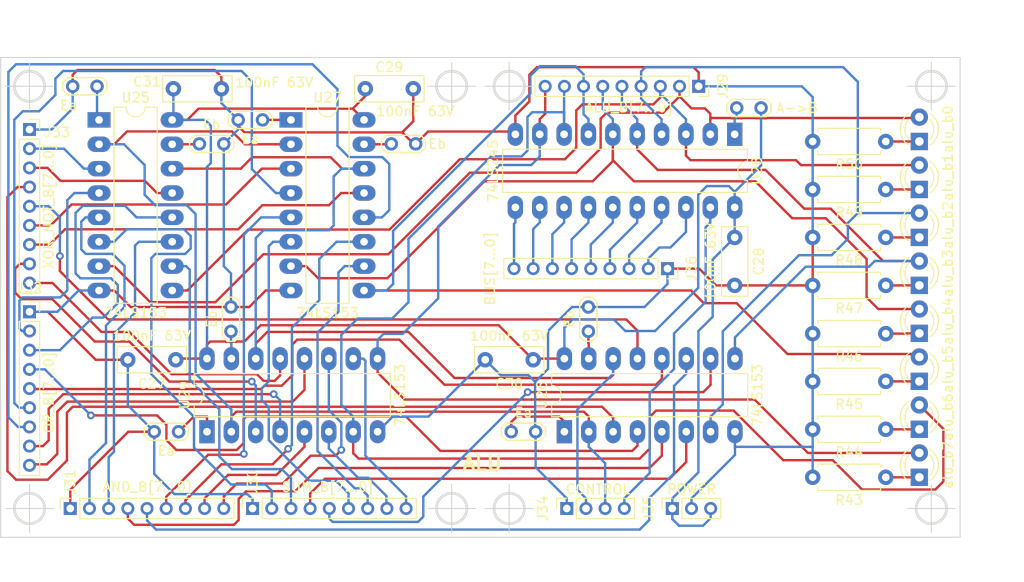
<source format=kicad_pcb>
(kicad_pcb (version 20171130) (host pcbnew 5.1.5+dfsg1-2build2)

  (general
    (thickness 1.6)
    (drawings 24)
    (tracks 748)
    (zones 0)
    (modules 43)
    (nets 71)
  )

  (page A4)
  (title_block
    (title ALU)
    (date 2021-02-12)
    (rev 1)
    (comment 1 "Tec. Henrique Silva")
  )

  (layers
    (0 F.Cu signal)
    (31 B.Cu signal)
    (32 B.Adhes user)
    (33 F.Adhes user)
    (34 B.Paste user)
    (35 F.Paste user)
    (36 B.SilkS user)
    (37 F.SilkS user)
    (38 B.Mask user)
    (39 F.Mask user)
    (40 Dwgs.User user)
    (41 Cmts.User user)
    (42 Eco1.User user)
    (43 Eco2.User user)
    (44 Edge.Cuts user)
    (45 Margin user)
    (46 B.CrtYd user)
    (47 F.CrtYd user)
    (48 B.Fab user)
    (49 F.Fab user)
  )

  (setup
    (last_trace_width 0.25)
    (trace_clearance 0.25)
    (zone_clearance 0.508)
    (zone_45_only no)
    (trace_min 0.2)
    (via_size 0.8)
    (via_drill 0.4)
    (via_min_size 0.4)
    (via_min_drill 0.3)
    (uvia_size 0.3)
    (uvia_drill 0.1)
    (uvias_allowed no)
    (uvia_min_size 0.2)
    (uvia_min_drill 0.1)
    (edge_width 0.1)
    (segment_width 0.2)
    (pcb_text_width 0.3)
    (pcb_text_size 1.5 1.5)
    (mod_edge_width 0.15)
    (mod_text_size 1 1)
    (mod_text_width 0.15)
    (pad_size 1.524 1.524)
    (pad_drill 0.762)
    (pad_to_mask_clearance 0)
    (aux_axis_origin 0 0)
    (visible_elements FFFFFF7F)
    (pcbplotparams
      (layerselection 0x010fc_ffffffff)
      (usegerberextensions false)
      (usegerberattributes false)
      (usegerberadvancedattributes false)
      (creategerberjobfile false)
      (excludeedgelayer true)
      (linewidth 0.100000)
      (plotframeref false)
      (viasonmask false)
      (mode 1)
      (useauxorigin false)
      (hpglpennumber 1)
      (hpglpenspeed 20)
      (hpglpendiameter 15.000000)
      (psnegative false)
      (psa4output false)
      (plotreference true)
      (plotvalue true)
      (plotinvisibletext false)
      (padsonsilk false)
      (subtractmaskfromsilk false)
      (outputformat 1)
      (mirror false)
      (drillshape 1)
      (scaleselection 1)
      (outputdirectory ""))
  )

  (net 0 "")
  (net 1 +5V)
  (net 2 GND)
  (net 3 "Net-(D35-Pad1)")
  (net 4 alu_b7)
  (net 5 alu_b6)
  (net 6 "Net-(D36-Pad1)")
  (net 7 alu_b5)
  (net 8 "Net-(D37-Pad1)")
  (net 9 "Net-(D38-Pad1)")
  (net 10 alu_b4)
  (net 11 alu_b3)
  (net 12 "Net-(D39-Pad1)")
  (net 13 "Net-(D40-Pad1)")
  (net 14 alu_b2)
  (net 15 "Net-(D41-Pad1)")
  (net 16 alu_b1)
  (net 17 alu_b0)
  (net 18 "Net-(D42-Pad1)")
  (net 19 sum_b0)
  (net 20 sum_b1)
  (net 21 sum_b2)
  (net 22 sum_b3)
  (net 23 sum_b4)
  (net 24 sum_b5)
  (net 25 sum_b6)
  (net 26 sum_b7)
  (net 27 and_b7)
  (net 28 and_b6)
  (net 29 and_b5)
  (net 30 and_b4)
  (net 31 and_b3)
  (net 32 and_b2)
  (net 33 and_b1)
  (net 34 and_b0)
  (net 35 or_b0)
  (net 36 or_b1)
  (net 37 or_b2)
  (net 38 or_b3)
  (net 39 or_b4)
  (net 40 or_b5)
  (net 41 or_b6)
  (net 42 or_b7)
  (net 43 xor_not_b7)
  (net 44 xor_not_b6)
  (net 45 xor_not_b5)
  (net 46 xor_not_b4)
  (net 47 xor_not_b3)
  (net 48 xor_not_b2)
  (net 49 xor_not_b1)
  (net 50 xor_not_b0)
  (net 51 ALU_0)
  (net 52 ALU_1)
  (net 53 \ALU_OUT)
  (net 54 bus0)
  (net 55 bus1)
  (net 56 bus2)
  (net 57 bus3)
  (net 58 bus4)
  (net 59 bus5)
  (net 60 bus6)
  (net 61 bus7)
  (net 62 "Net-(JP34-Pad2)")
  (net 63 "Net-(JP35-Pad2)")
  (net 64 "Net-(JP36-Pad2)")
  (net 65 "Net-(JP37-Pad2)")
  (net 66 "Net-(JP38-Pad2)")
  (net 67 "Net-(JP39-Pad2)")
  (net 68 "Net-(JP40-Pad2)")
  (net 69 "Net-(JP41-Pad2)")
  (net 70 "Net-(JP42-Pad2)")

  (net_class Default "This is the default net class."
    (clearance 0.25)
    (trace_width 0.25)
    (via_dia 0.8)
    (via_drill 0.4)
    (uvia_dia 0.3)
    (uvia_drill 0.1)
    (add_net +5V)
    (add_net ALU_0)
    (add_net ALU_1)
    (add_net GND)
    (add_net "Net-(D35-Pad1)")
    (add_net "Net-(D36-Pad1)")
    (add_net "Net-(D37-Pad1)")
    (add_net "Net-(D38-Pad1)")
    (add_net "Net-(D39-Pad1)")
    (add_net "Net-(D40-Pad1)")
    (add_net "Net-(D41-Pad1)")
    (add_net "Net-(D42-Pad1)")
    (add_net "Net-(JP34-Pad2)")
    (add_net "Net-(JP35-Pad2)")
    (add_net "Net-(JP36-Pad2)")
    (add_net "Net-(JP37-Pad2)")
    (add_net "Net-(JP38-Pad2)")
    (add_net "Net-(JP39-Pad2)")
    (add_net "Net-(JP40-Pad2)")
    (add_net "Net-(JP41-Pad2)")
    (add_net "Net-(JP42-Pad2)")
    (add_net \ALU_OUT)
    (add_net alu_b0)
    (add_net alu_b1)
    (add_net alu_b2)
    (add_net alu_b3)
    (add_net alu_b4)
    (add_net alu_b5)
    (add_net alu_b6)
    (add_net alu_b7)
    (add_net and_b0)
    (add_net and_b1)
    (add_net and_b2)
    (add_net and_b3)
    (add_net and_b4)
    (add_net and_b5)
    (add_net and_b6)
    (add_net and_b7)
    (add_net bus0)
    (add_net bus1)
    (add_net bus2)
    (add_net bus3)
    (add_net bus4)
    (add_net bus5)
    (add_net bus6)
    (add_net bus7)
    (add_net or_b0)
    (add_net or_b1)
    (add_net or_b2)
    (add_net or_b3)
    (add_net or_b4)
    (add_net or_b5)
    (add_net or_b6)
    (add_net or_b7)
    (add_net sum_b0)
    (add_net sum_b1)
    (add_net sum_b2)
    (add_net sum_b3)
    (add_net sum_b4)
    (add_net sum_b5)
    (add_net sum_b6)
    (add_net sum_b7)
    (add_net xor_not_b0)
    (add_net xor_not_b1)
    (add_net xor_not_b2)
    (add_net xor_not_b3)
    (add_net xor_not_b4)
    (add_net xor_not_b5)
    (add_net xor_not_b6)
    (add_net xor_not_b7)
  )

  (module Capacitor_THT:C_Rect_L7.0mm_W2.5mm_P5.00mm (layer F.Cu) (tedit 5AE50EF0) (tstamp 60279157)
    (at 123.25 95.5 180)
    (descr "C, Rect series, Radial, pin pitch=5.00mm, , length*width=7*2.5mm^2, Capacitor")
    (tags "C Rect series Radial pin pitch 5.00mm  length 7mm width 2.5mm Capacitor")
    (path /60277E0A)
    (fp_text reference C27 (at 2.5 -2.5) (layer F.SilkS)
      (effects (font (size 1 1) (thickness 0.15)))
    )
    (fp_text value "100nF 63V" (at 2.5 2.5) (layer F.SilkS)
      (effects (font (size 1 1) (thickness 0.15)))
    )
    (fp_line (start -1 -1.25) (end -1 1.25) (layer F.Fab) (width 0.1))
    (fp_line (start -1 1.25) (end 6 1.25) (layer F.Fab) (width 0.1))
    (fp_line (start 6 1.25) (end 6 -1.25) (layer F.Fab) (width 0.1))
    (fp_line (start 6 -1.25) (end -1 -1.25) (layer F.Fab) (width 0.1))
    (fp_line (start -1.12 -1.37) (end 6.12 -1.37) (layer F.SilkS) (width 0.12))
    (fp_line (start -1.12 1.37) (end 6.12 1.37) (layer F.SilkS) (width 0.12))
    (fp_line (start -1.12 -1.37) (end -1.12 1.37) (layer F.SilkS) (width 0.12))
    (fp_line (start 6.12 -1.37) (end 6.12 1.37) (layer F.SilkS) (width 0.12))
    (fp_line (start -1.25 -1.5) (end -1.25 1.5) (layer F.CrtYd) (width 0.05))
    (fp_line (start -1.25 1.5) (end 6.25 1.5) (layer F.CrtYd) (width 0.05))
    (fp_line (start 6.25 1.5) (end 6.25 -1.5) (layer F.CrtYd) (width 0.05))
    (fp_line (start 6.25 -1.5) (end -1.25 -1.5) (layer F.CrtYd) (width 0.05))
    (fp_text user %R (at 2.5 0) (layer F.Fab)
      (effects (font (size 1 1) (thickness 0.15)))
    )
    (pad 1 thru_hole circle (at 0 0 180) (size 1.6 1.6) (drill 0.8) (layers *.Cu *.Mask)
      (net 1 +5V))
    (pad 2 thru_hole circle (at 5 0 180) (size 1.6 1.6) (drill 0.8) (layers *.Cu *.Mask)
      (net 2 GND))
    (model ${KISYS3DMOD}/Capacitor_THT.3dshapes/C_Rect_L7.0mm_W2.5mm_P5.00mm.wrl
      (at (xyz 0 0 0))
      (scale (xyz 1 1 1))
      (rotate (xyz 0 0 0))
    )
  )

  (module Capacitor_THT:C_Rect_L7.0mm_W2.5mm_P5.00mm (layer F.Cu) (tedit 5AE50EF0) (tstamp 60275E3C)
    (at 181.5 82.75 270)
    (descr "C, Rect series, Radial, pin pitch=5.00mm, , length*width=7*2.5mm^2, Capacitor")
    (tags "C Rect series Radial pin pitch 5.00mm  length 7mm width 2.5mm Capacitor")
    (path /6026A809)
    (fp_text reference C28 (at 2.5 -2.5 90) (layer F.SilkS)
      (effects (font (size 1 1) (thickness 0.15)))
    )
    (fp_text value "100nF 63V" (at 2.5 2.5 90) (layer F.SilkS)
      (effects (font (size 1 1) (thickness 0.15)))
    )
    (fp_line (start -1 -1.25) (end -1 1.25) (layer F.Fab) (width 0.1))
    (fp_line (start -1 1.25) (end 6 1.25) (layer F.Fab) (width 0.1))
    (fp_line (start 6 1.25) (end 6 -1.25) (layer F.Fab) (width 0.1))
    (fp_line (start 6 -1.25) (end -1 -1.25) (layer F.Fab) (width 0.1))
    (fp_line (start -1.12 -1.37) (end 6.12 -1.37) (layer F.SilkS) (width 0.12))
    (fp_line (start -1.12 1.37) (end 6.12 1.37) (layer F.SilkS) (width 0.12))
    (fp_line (start -1.12 -1.37) (end -1.12 1.37) (layer F.SilkS) (width 0.12))
    (fp_line (start 6.12 -1.37) (end 6.12 1.37) (layer F.SilkS) (width 0.12))
    (fp_line (start -1.25 -1.5) (end -1.25 1.5) (layer F.CrtYd) (width 0.05))
    (fp_line (start -1.25 1.5) (end 6.25 1.5) (layer F.CrtYd) (width 0.05))
    (fp_line (start 6.25 1.5) (end 6.25 -1.5) (layer F.CrtYd) (width 0.05))
    (fp_line (start 6.25 -1.5) (end -1.25 -1.5) (layer F.CrtYd) (width 0.05))
    (fp_text user %R (at 2.5 0 90) (layer F.Fab)
      (effects (font (size 1 1) (thickness 0.15)))
    )
    (pad 1 thru_hole circle (at 0 0 270) (size 1.6 1.6) (drill 0.8) (layers *.Cu *.Mask)
      (net 1 +5V))
    (pad 2 thru_hole circle (at 5 0 270) (size 1.6 1.6) (drill 0.8) (layers *.Cu *.Mask)
      (net 2 GND))
    (model ${KISYS3DMOD}/Capacitor_THT.3dshapes/C_Rect_L7.0mm_W2.5mm_P5.00mm.wrl
      (at (xyz 0 0 0))
      (scale (xyz 1 1 1))
      (rotate (xyz 0 0 0))
    )
  )

  (module Capacitor_THT:C_Rect_L7.0mm_W2.5mm_P5.00mm (layer F.Cu) (tedit 5AE50EF0) (tstamp 602795FD)
    (at 143 67.25)
    (descr "C, Rect series, Radial, pin pitch=5.00mm, , length*width=7*2.5mm^2, Capacitor")
    (tags "C Rect series Radial pin pitch 5.00mm  length 7mm width 2.5mm Capacitor")
    (path /60264FFC)
    (fp_text reference C29 (at 2.5 -2.25) (layer F.SilkS)
      (effects (font (size 1 1) (thickness 0.15)))
    )
    (fp_text value "100nF 63V" (at 5.2 2.35) (layer F.SilkS)
      (effects (font (size 1 1) (thickness 0.15)))
    )
    (fp_text user %R (at 2.5 0) (layer F.Fab)
      (effects (font (size 1 1) (thickness 0.15)))
    )
    (fp_line (start 6.25 -1.5) (end -1.25 -1.5) (layer F.CrtYd) (width 0.05))
    (fp_line (start 6.25 1.5) (end 6.25 -1.5) (layer F.CrtYd) (width 0.05))
    (fp_line (start -1.25 1.5) (end 6.25 1.5) (layer F.CrtYd) (width 0.05))
    (fp_line (start -1.25 -1.5) (end -1.25 1.5) (layer F.CrtYd) (width 0.05))
    (fp_line (start 6.12 -1.37) (end 6.12 1.37) (layer F.SilkS) (width 0.12))
    (fp_line (start -1.12 -1.37) (end -1.12 1.37) (layer F.SilkS) (width 0.12))
    (fp_line (start -1.12 1.37) (end 6.12 1.37) (layer F.SilkS) (width 0.12))
    (fp_line (start -1.12 -1.37) (end 6.12 -1.37) (layer F.SilkS) (width 0.12))
    (fp_line (start 6 -1.25) (end -1 -1.25) (layer F.Fab) (width 0.1))
    (fp_line (start 6 1.25) (end 6 -1.25) (layer F.Fab) (width 0.1))
    (fp_line (start -1 1.25) (end 6 1.25) (layer F.Fab) (width 0.1))
    (fp_line (start -1 -1.25) (end -1 1.25) (layer F.Fab) (width 0.1))
    (pad 2 thru_hole circle (at 5 0) (size 1.6 1.6) (drill 0.8) (layers *.Cu *.Mask)
      (net 2 GND))
    (pad 1 thru_hole circle (at 0 0) (size 1.6 1.6) (drill 0.8) (layers *.Cu *.Mask)
      (net 1 +5V))
    (model ${KISYS3DMOD}/Capacitor_THT.3dshapes/C_Rect_L7.0mm_W2.5mm_P5.00mm.wrl
      (at (xyz 0 0 0))
      (scale (xyz 1 1 1))
      (rotate (xyz 0 0 0))
    )
  )

  (module Capacitor_THT:C_Rect_L7.0mm_W2.5mm_P5.00mm (layer F.Cu) (tedit 5AE50EF0) (tstamp 602790B8)
    (at 160.5 95.5 180)
    (descr "C, Rect series, Radial, pin pitch=5.00mm, , length*width=7*2.5mm^2, Capacitor")
    (tags "C Rect series Radial pin pitch 5.00mm  length 7mm width 2.5mm Capacitor")
    (path /6026078B)
    (fp_text reference C30 (at 2.5 -2.5) (layer F.SilkS)
      (effects (font (size 1 1) (thickness 0.15)))
    )
    (fp_text value "100nF 63V" (at 2.5 2.5) (layer F.SilkS)
      (effects (font (size 1 1) (thickness 0.15)))
    )
    (fp_line (start -1 -1.25) (end -1 1.25) (layer F.Fab) (width 0.1))
    (fp_line (start -1 1.25) (end 6 1.25) (layer F.Fab) (width 0.1))
    (fp_line (start 6 1.25) (end 6 -1.25) (layer F.Fab) (width 0.1))
    (fp_line (start 6 -1.25) (end -1 -1.25) (layer F.Fab) (width 0.1))
    (fp_line (start -1.12 -1.37) (end 6.12 -1.37) (layer F.SilkS) (width 0.12))
    (fp_line (start -1.12 1.37) (end 6.12 1.37) (layer F.SilkS) (width 0.12))
    (fp_line (start -1.12 -1.37) (end -1.12 1.37) (layer F.SilkS) (width 0.12))
    (fp_line (start 6.12 -1.37) (end 6.12 1.37) (layer F.SilkS) (width 0.12))
    (fp_line (start -1.25 -1.5) (end -1.25 1.5) (layer F.CrtYd) (width 0.05))
    (fp_line (start -1.25 1.5) (end 6.25 1.5) (layer F.CrtYd) (width 0.05))
    (fp_line (start 6.25 1.5) (end 6.25 -1.5) (layer F.CrtYd) (width 0.05))
    (fp_line (start 6.25 -1.5) (end -1.25 -1.5) (layer F.CrtYd) (width 0.05))
    (fp_text user %R (at 2.5 0) (layer F.Fab)
      (effects (font (size 1 1) (thickness 0.15)))
    )
    (pad 1 thru_hole circle (at 0 0 180) (size 1.6 1.6) (drill 0.8) (layers *.Cu *.Mask)
      (net 1 +5V))
    (pad 2 thru_hole circle (at 5 0 180) (size 1.6 1.6) (drill 0.8) (layers *.Cu *.Mask)
      (net 2 GND))
    (model ${KISYS3DMOD}/Capacitor_THT.3dshapes/C_Rect_L7.0mm_W2.5mm_P5.00mm.wrl
      (at (xyz 0 0 0))
      (scale (xyz 1 1 1))
      (rotate (xyz 0 0 0))
    )
  )

  (module Capacitor_THT:C_Rect_L7.0mm_W2.5mm_P5.00mm (layer F.Cu) (tedit 5AE50EF0) (tstamp 602795C7)
    (at 123 67.25)
    (descr "C, Rect series, Radial, pin pitch=5.00mm, , length*width=7*2.5mm^2, Capacitor")
    (tags "C Rect series Radial pin pitch 5.00mm  length 7mm width 2.5mm Capacitor")
    (path /6025C34E)
    (fp_text reference C31 (at -2.75 -0.75) (layer F.SilkS)
      (effects (font (size 1 1) (thickness 0.15)))
    )
    (fp_text value "100nF 63V" (at 10.5 -0.65) (layer F.SilkS)
      (effects (font (size 1 1) (thickness 0.15)))
    )
    (fp_line (start -1 -1.25) (end -1 1.25) (layer F.Fab) (width 0.1))
    (fp_line (start -1 1.25) (end 6 1.25) (layer F.Fab) (width 0.1))
    (fp_line (start 6 1.25) (end 6 -1.25) (layer F.Fab) (width 0.1))
    (fp_line (start 6 -1.25) (end -1 -1.25) (layer F.Fab) (width 0.1))
    (fp_line (start -1.12 -1.37) (end 6.12 -1.37) (layer F.SilkS) (width 0.12))
    (fp_line (start -1.12 1.37) (end 6.12 1.37) (layer F.SilkS) (width 0.12))
    (fp_line (start -1.12 -1.37) (end -1.12 1.37) (layer F.SilkS) (width 0.12))
    (fp_line (start 6.12 -1.37) (end 6.12 1.37) (layer F.SilkS) (width 0.12))
    (fp_line (start -1.25 -1.5) (end -1.25 1.5) (layer F.CrtYd) (width 0.05))
    (fp_line (start -1.25 1.5) (end 6.25 1.5) (layer F.CrtYd) (width 0.05))
    (fp_line (start 6.25 1.5) (end 6.25 -1.5) (layer F.CrtYd) (width 0.05))
    (fp_line (start 6.25 -1.5) (end -1.25 -1.5) (layer F.CrtYd) (width 0.05))
    (fp_text user %R (at 2.5 0) (layer F.Fab)
      (effects (font (size 1 1) (thickness 0.15)))
    )
    (pad 1 thru_hole circle (at 0 0) (size 1.6 1.6) (drill 0.8) (layers *.Cu *.Mask)
      (net 1 +5V))
    (pad 2 thru_hole circle (at 5 0) (size 1.6 1.6) (drill 0.8) (layers *.Cu *.Mask)
      (net 2 GND))
    (model ${KISYS3DMOD}/Capacitor_THT.3dshapes/C_Rect_L7.0mm_W2.5mm_P5.00mm.wrl
      (at (xyz 0 0 0))
      (scale (xyz 1 1 1))
      (rotate (xyz 0 0 0))
    )
  )

  (module LED_THT:LED_D3.0mm (layer F.Cu) (tedit 587A3A7B) (tstamp 60275C35)
    (at 200.75 107.75 90)
    (descr "LED, diameter 3.0mm, 2 pins")
    (tags "LED diameter 3.0mm 2 pins")
    (path /626E8835)
    (fp_text reference D35 (at 1.27 -2.96 90) (layer F.SilkS) hide
      (effects (font (size 1 1) (thickness 0.15)))
    )
    (fp_text value alu_b7 (at 1.27 2.96 90) (layer F.SilkS)
      (effects (font (size 1 1) (thickness 0.15)))
    )
    (fp_arc (start 1.27 0) (end -0.23 -1.16619) (angle 284.3) (layer F.Fab) (width 0.1))
    (fp_arc (start 1.27 0) (end -0.29 -1.235516) (angle 108.8) (layer F.SilkS) (width 0.12))
    (fp_arc (start 1.27 0) (end -0.29 1.235516) (angle -108.8) (layer F.SilkS) (width 0.12))
    (fp_arc (start 1.27 0) (end 0.229039 -1.08) (angle 87.9) (layer F.SilkS) (width 0.12))
    (fp_arc (start 1.27 0) (end 0.229039 1.08) (angle -87.9) (layer F.SilkS) (width 0.12))
    (fp_circle (center 1.27 0) (end 2.77 0) (layer F.Fab) (width 0.1))
    (fp_line (start -0.23 -1.16619) (end -0.23 1.16619) (layer F.Fab) (width 0.1))
    (fp_line (start -0.29 -1.236) (end -0.29 -1.08) (layer F.SilkS) (width 0.12))
    (fp_line (start -0.29 1.08) (end -0.29 1.236) (layer F.SilkS) (width 0.12))
    (fp_line (start -1.15 -2.25) (end -1.15 2.25) (layer F.CrtYd) (width 0.05))
    (fp_line (start -1.15 2.25) (end 3.7 2.25) (layer F.CrtYd) (width 0.05))
    (fp_line (start 3.7 2.25) (end 3.7 -2.25) (layer F.CrtYd) (width 0.05))
    (fp_line (start 3.7 -2.25) (end -1.15 -2.25) (layer F.CrtYd) (width 0.05))
    (pad 1 thru_hole rect (at 0 0 90) (size 1.8 1.8) (drill 0.9) (layers *.Cu *.Mask)
      (net 3 "Net-(D35-Pad1)"))
    (pad 2 thru_hole circle (at 2.54 0 90) (size 1.8 1.8) (drill 0.9) (layers *.Cu *.Mask)
      (net 4 alu_b7))
    (model ${KISYS3DMOD}/LED_THT.3dshapes/LED_D3.0mm.wrl
      (at (xyz 0 0 0))
      (scale (xyz 1 1 1))
      (rotate (xyz 0 0 0))
    )
  )

  (module LED_THT:LED_D3.0mm (layer F.Cu) (tedit 587A3A7B) (tstamp 60275BBD)
    (at 200.75 102.75 90)
    (descr "LED, diameter 3.0mm, 2 pins")
    (tags "LED diameter 3.0mm 2 pins")
    (path /626E884B)
    (fp_text reference D36 (at 1.27 -2.96 90) (layer F.SilkS) hide
      (effects (font (size 1 1) (thickness 0.15)))
    )
    (fp_text value alu_b6 (at 1.27 2.96 90) (layer F.SilkS)
      (effects (font (size 1 1) (thickness 0.15)))
    )
    (fp_line (start 3.7 -2.25) (end -1.15 -2.25) (layer F.CrtYd) (width 0.05))
    (fp_line (start 3.7 2.25) (end 3.7 -2.25) (layer F.CrtYd) (width 0.05))
    (fp_line (start -1.15 2.25) (end 3.7 2.25) (layer F.CrtYd) (width 0.05))
    (fp_line (start -1.15 -2.25) (end -1.15 2.25) (layer F.CrtYd) (width 0.05))
    (fp_line (start -0.29 1.08) (end -0.29 1.236) (layer F.SilkS) (width 0.12))
    (fp_line (start -0.29 -1.236) (end -0.29 -1.08) (layer F.SilkS) (width 0.12))
    (fp_line (start -0.23 -1.16619) (end -0.23 1.16619) (layer F.Fab) (width 0.1))
    (fp_circle (center 1.27 0) (end 2.77 0) (layer F.Fab) (width 0.1))
    (fp_arc (start 1.27 0) (end 0.229039 1.08) (angle -87.9) (layer F.SilkS) (width 0.12))
    (fp_arc (start 1.27 0) (end 0.229039 -1.08) (angle 87.9) (layer F.SilkS) (width 0.12))
    (fp_arc (start 1.27 0) (end -0.29 1.235516) (angle -108.8) (layer F.SilkS) (width 0.12))
    (fp_arc (start 1.27 0) (end -0.29 -1.235516) (angle 108.8) (layer F.SilkS) (width 0.12))
    (fp_arc (start 1.27 0) (end -0.23 -1.16619) (angle 284.3) (layer F.Fab) (width 0.1))
    (pad 2 thru_hole circle (at 2.54 0 90) (size 1.8 1.8) (drill 0.9) (layers *.Cu *.Mask)
      (net 5 alu_b6))
    (pad 1 thru_hole rect (at 0 0 90) (size 1.8 1.8) (drill 0.9) (layers *.Cu *.Mask)
      (net 6 "Net-(D36-Pad1)"))
    (model ${KISYS3DMOD}/LED_THT.3dshapes/LED_D3.0mm.wrl
      (at (xyz 0 0 0))
      (scale (xyz 1 1 1))
      (rotate (xyz 0 0 0))
    )
  )

  (module LED_THT:LED_D3.0mm (layer F.Cu) (tedit 587A3A7B) (tstamp 602764A2)
    (at 200.75 97.75 90)
    (descr "LED, diameter 3.0mm, 2 pins")
    (tags "LED diameter 3.0mm 2 pins")
    (path /6271048B)
    (fp_text reference D37 (at 1.27 -2.96 90) (layer F.SilkS) hide
      (effects (font (size 1 1) (thickness 0.15)))
    )
    (fp_text value alu_b5 (at 1.27 2.96 90) (layer F.SilkS)
      (effects (font (size 1 1) (thickness 0.15)))
    )
    (fp_line (start 3.7 -2.25) (end -1.15 -2.25) (layer F.CrtYd) (width 0.05))
    (fp_line (start 3.7 2.25) (end 3.7 -2.25) (layer F.CrtYd) (width 0.05))
    (fp_line (start -1.15 2.25) (end 3.7 2.25) (layer F.CrtYd) (width 0.05))
    (fp_line (start -1.15 -2.25) (end -1.15 2.25) (layer F.CrtYd) (width 0.05))
    (fp_line (start -0.29 1.08) (end -0.29 1.236) (layer F.SilkS) (width 0.12))
    (fp_line (start -0.29 -1.236) (end -0.29 -1.08) (layer F.SilkS) (width 0.12))
    (fp_line (start -0.23 -1.16619) (end -0.23 1.16619) (layer F.Fab) (width 0.1))
    (fp_circle (center 1.27 0) (end 2.77 0) (layer F.Fab) (width 0.1))
    (fp_arc (start 1.27 0) (end 0.229039 1.08) (angle -87.9) (layer F.SilkS) (width 0.12))
    (fp_arc (start 1.27 0) (end 0.229039 -1.08) (angle 87.9) (layer F.SilkS) (width 0.12))
    (fp_arc (start 1.27 0) (end -0.29 1.235516) (angle -108.8) (layer F.SilkS) (width 0.12))
    (fp_arc (start 1.27 0) (end -0.29 -1.235516) (angle 108.8) (layer F.SilkS) (width 0.12))
    (fp_arc (start 1.27 0) (end -0.23 -1.16619) (angle 284.3) (layer F.Fab) (width 0.1))
    (pad 2 thru_hole circle (at 2.54 0 90) (size 1.8 1.8) (drill 0.9) (layers *.Cu *.Mask)
      (net 7 alu_b5))
    (pad 1 thru_hole rect (at 0 0 90) (size 1.8 1.8) (drill 0.9) (layers *.Cu *.Mask)
      (net 8 "Net-(D37-Pad1)"))
    (model ${KISYS3DMOD}/LED_THT.3dshapes/LED_D3.0mm.wrl
      (at (xyz 0 0 0))
      (scale (xyz 1 1 1))
      (rotate (xyz 0 0 0))
    )
  )

  (module LED_THT:LED_D3.0mm (layer F.Cu) (tedit 587A3A7B) (tstamp 60276D23)
    (at 200.75 92.75 90)
    (descr "LED, diameter 3.0mm, 2 pins")
    (tags "LED diameter 3.0mm 2 pins")
    (path /627104A1)
    (fp_text reference D38 (at 1.27 -2.96 90) (layer F.SilkS) hide
      (effects (font (size 1 1) (thickness 0.15)))
    )
    (fp_text value alu_b4 (at 1.27 2.96 90) (layer F.SilkS)
      (effects (font (size 1 1) (thickness 0.15)))
    )
    (fp_arc (start 1.27 0) (end -0.23 -1.16619) (angle 284.3) (layer F.Fab) (width 0.1))
    (fp_arc (start 1.27 0) (end -0.29 -1.235516) (angle 108.8) (layer F.SilkS) (width 0.12))
    (fp_arc (start 1.27 0) (end -0.29 1.235516) (angle -108.8) (layer F.SilkS) (width 0.12))
    (fp_arc (start 1.27 0) (end 0.229039 -1.08) (angle 87.9) (layer F.SilkS) (width 0.12))
    (fp_arc (start 1.27 0) (end 0.229039 1.08) (angle -87.9) (layer F.SilkS) (width 0.12))
    (fp_circle (center 1.27 0) (end 2.77 0) (layer F.Fab) (width 0.1))
    (fp_line (start -0.23 -1.16619) (end -0.23 1.16619) (layer F.Fab) (width 0.1))
    (fp_line (start -0.29 -1.236) (end -0.29 -1.08) (layer F.SilkS) (width 0.12))
    (fp_line (start -0.29 1.08) (end -0.29 1.236) (layer F.SilkS) (width 0.12))
    (fp_line (start -1.15 -2.25) (end -1.15 2.25) (layer F.CrtYd) (width 0.05))
    (fp_line (start -1.15 2.25) (end 3.7 2.25) (layer F.CrtYd) (width 0.05))
    (fp_line (start 3.7 2.25) (end 3.7 -2.25) (layer F.CrtYd) (width 0.05))
    (fp_line (start 3.7 -2.25) (end -1.15 -2.25) (layer F.CrtYd) (width 0.05))
    (pad 1 thru_hole rect (at 0 0 90) (size 1.8 1.8) (drill 0.9) (layers *.Cu *.Mask)
      (net 9 "Net-(D38-Pad1)"))
    (pad 2 thru_hole circle (at 2.54 0 90) (size 1.8 1.8) (drill 0.9) (layers *.Cu *.Mask)
      (net 10 alu_b4))
    (model ${KISYS3DMOD}/LED_THT.3dshapes/LED_D3.0mm.wrl
      (at (xyz 0 0 0))
      (scale (xyz 1 1 1))
      (rotate (xyz 0 0 0))
    )
  )

  (module LED_THT:LED_D3.0mm (layer F.Cu) (tedit 587A3A7B) (tstamp 60276316)
    (at 200.75 87.75 90)
    (descr "LED, diameter 3.0mm, 2 pins")
    (tags "LED diameter 3.0mm 2 pins")
    (path /627154F4)
    (fp_text reference D39 (at 1.27 -2.96 90) (layer F.SilkS) hide
      (effects (font (size 1 1) (thickness 0.15)))
    )
    (fp_text value alu_b3 (at 1.27 2.96 90) (layer F.SilkS)
      (effects (font (size 1 1) (thickness 0.15)))
    )
    (fp_line (start 3.7 -2.25) (end -1.15 -2.25) (layer F.CrtYd) (width 0.05))
    (fp_line (start 3.7 2.25) (end 3.7 -2.25) (layer F.CrtYd) (width 0.05))
    (fp_line (start -1.15 2.25) (end 3.7 2.25) (layer F.CrtYd) (width 0.05))
    (fp_line (start -1.15 -2.25) (end -1.15 2.25) (layer F.CrtYd) (width 0.05))
    (fp_line (start -0.29 1.08) (end -0.29 1.236) (layer F.SilkS) (width 0.12))
    (fp_line (start -0.29 -1.236) (end -0.29 -1.08) (layer F.SilkS) (width 0.12))
    (fp_line (start -0.23 -1.16619) (end -0.23 1.16619) (layer F.Fab) (width 0.1))
    (fp_circle (center 1.27 0) (end 2.77 0) (layer F.Fab) (width 0.1))
    (fp_arc (start 1.27 0) (end 0.229039 1.08) (angle -87.9) (layer F.SilkS) (width 0.12))
    (fp_arc (start 1.27 0) (end 0.229039 -1.08) (angle 87.9) (layer F.SilkS) (width 0.12))
    (fp_arc (start 1.27 0) (end -0.29 1.235516) (angle -108.8) (layer F.SilkS) (width 0.12))
    (fp_arc (start 1.27 0) (end -0.29 -1.235516) (angle 108.8) (layer F.SilkS) (width 0.12))
    (fp_arc (start 1.27 0) (end -0.23 -1.16619) (angle 284.3) (layer F.Fab) (width 0.1))
    (pad 2 thru_hole circle (at 2.54 0 90) (size 1.8 1.8) (drill 0.9) (layers *.Cu *.Mask)
      (net 11 alu_b3))
    (pad 1 thru_hole rect (at 0 0 90) (size 1.8 1.8) (drill 0.9) (layers *.Cu *.Mask)
      (net 12 "Net-(D39-Pad1)"))
    (model ${KISYS3DMOD}/LED_THT.3dshapes/LED_D3.0mm.wrl
      (at (xyz 0 0 0))
      (scale (xyz 1 1 1))
      (rotate (xyz 0 0 0))
    )
  )

  (module LED_THT:LED_D3.0mm (layer F.Cu) (tedit 587A3A7B) (tstamp 60276C91)
    (at 200.75 82.75 90)
    (descr "LED, diameter 3.0mm, 2 pins")
    (tags "LED diameter 3.0mm 2 pins")
    (path /6271550A)
    (fp_text reference D40 (at 1.27 -2.96 90) (layer F.SilkS) hide
      (effects (font (size 1 1) (thickness 0.15)))
    )
    (fp_text value alu_b2 (at 1.27 2.96 90) (layer F.SilkS)
      (effects (font (size 1 1) (thickness 0.15)))
    )
    (fp_arc (start 1.27 0) (end -0.23 -1.16619) (angle 284.3) (layer F.Fab) (width 0.1))
    (fp_arc (start 1.27 0) (end -0.29 -1.235516) (angle 108.8) (layer F.SilkS) (width 0.12))
    (fp_arc (start 1.27 0) (end -0.29 1.235516) (angle -108.8) (layer F.SilkS) (width 0.12))
    (fp_arc (start 1.27 0) (end 0.229039 -1.08) (angle 87.9) (layer F.SilkS) (width 0.12))
    (fp_arc (start 1.27 0) (end 0.229039 1.08) (angle -87.9) (layer F.SilkS) (width 0.12))
    (fp_circle (center 1.27 0) (end 2.77 0) (layer F.Fab) (width 0.1))
    (fp_line (start -0.23 -1.16619) (end -0.23 1.16619) (layer F.Fab) (width 0.1))
    (fp_line (start -0.29 -1.236) (end -0.29 -1.08) (layer F.SilkS) (width 0.12))
    (fp_line (start -0.29 1.08) (end -0.29 1.236) (layer F.SilkS) (width 0.12))
    (fp_line (start -1.15 -2.25) (end -1.15 2.25) (layer F.CrtYd) (width 0.05))
    (fp_line (start -1.15 2.25) (end 3.7 2.25) (layer F.CrtYd) (width 0.05))
    (fp_line (start 3.7 2.25) (end 3.7 -2.25) (layer F.CrtYd) (width 0.05))
    (fp_line (start 3.7 -2.25) (end -1.15 -2.25) (layer F.CrtYd) (width 0.05))
    (pad 1 thru_hole rect (at 0 0 90) (size 1.8 1.8) (drill 0.9) (layers *.Cu *.Mask)
      (net 13 "Net-(D40-Pad1)"))
    (pad 2 thru_hole circle (at 2.54 0 90) (size 1.8 1.8) (drill 0.9) (layers *.Cu *.Mask)
      (net 14 alu_b2))
    (model ${KISYS3DMOD}/LED_THT.3dshapes/LED_D3.0mm.wrl
      (at (xyz 0 0 0))
      (scale (xyz 1 1 1))
      (rotate (xyz 0 0 0))
    )
  )

  (module LED_THT:LED_D3.0mm (layer F.Cu) (tedit 587A3A7B) (tstamp 602762E0)
    (at 200.75 77.75 90)
    (descr "LED, diameter 3.0mm, 2 pins")
    (tags "LED diameter 3.0mm 2 pins")
    (path /6271A664)
    (fp_text reference D41 (at 1.27 -2.96 90) (layer F.SilkS) hide
      (effects (font (size 1 1) (thickness 0.15)))
    )
    (fp_text value alu_b1 (at 1.27 2.96 90) (layer F.SilkS)
      (effects (font (size 1 1) (thickness 0.15)))
    )
    (fp_arc (start 1.27 0) (end -0.23 -1.16619) (angle 284.3) (layer F.Fab) (width 0.1))
    (fp_arc (start 1.27 0) (end -0.29 -1.235516) (angle 108.8) (layer F.SilkS) (width 0.12))
    (fp_arc (start 1.27 0) (end -0.29 1.235516) (angle -108.8) (layer F.SilkS) (width 0.12))
    (fp_arc (start 1.27 0) (end 0.229039 -1.08) (angle 87.9) (layer F.SilkS) (width 0.12))
    (fp_arc (start 1.27 0) (end 0.229039 1.08) (angle -87.9) (layer F.SilkS) (width 0.12))
    (fp_circle (center 1.27 0) (end 2.77 0) (layer F.Fab) (width 0.1))
    (fp_line (start -0.23 -1.16619) (end -0.23 1.16619) (layer F.Fab) (width 0.1))
    (fp_line (start -0.29 -1.236) (end -0.29 -1.08) (layer F.SilkS) (width 0.12))
    (fp_line (start -0.29 1.08) (end -0.29 1.236) (layer F.SilkS) (width 0.12))
    (fp_line (start -1.15 -2.25) (end -1.15 2.25) (layer F.CrtYd) (width 0.05))
    (fp_line (start -1.15 2.25) (end 3.7 2.25) (layer F.CrtYd) (width 0.05))
    (fp_line (start 3.7 2.25) (end 3.7 -2.25) (layer F.CrtYd) (width 0.05))
    (fp_line (start 3.7 -2.25) (end -1.15 -2.25) (layer F.CrtYd) (width 0.05))
    (pad 1 thru_hole rect (at 0 0 90) (size 1.8 1.8) (drill 0.9) (layers *.Cu *.Mask)
      (net 15 "Net-(D41-Pad1)"))
    (pad 2 thru_hole circle (at 2.54 0 90) (size 1.8 1.8) (drill 0.9) (layers *.Cu *.Mask)
      (net 16 alu_b1))
    (model ${KISYS3DMOD}/LED_THT.3dshapes/LED_D3.0mm.wrl
      (at (xyz 0 0 0))
      (scale (xyz 1 1 1))
      (rotate (xyz 0 0 0))
    )
  )

  (module LED_THT:LED_D3.0mm (layer F.Cu) (tedit 587A3A7B) (tstamp 60276DC7)
    (at 200.75 72.75 90)
    (descr "LED, diameter 3.0mm, 2 pins")
    (tags "LED diameter 3.0mm 2 pins")
    (path /6271A67A)
    (fp_text reference D42 (at 1.27 -2.96 90) (layer F.SilkS) hide
      (effects (font (size 1 1) (thickness 0.15)))
    )
    (fp_text value alu_b0 (at 1.27 2.96 90) (layer F.SilkS)
      (effects (font (size 1 1) (thickness 0.15)))
    )
    (fp_line (start 3.7 -2.25) (end -1.15 -2.25) (layer F.CrtYd) (width 0.05))
    (fp_line (start 3.7 2.25) (end 3.7 -2.25) (layer F.CrtYd) (width 0.05))
    (fp_line (start -1.15 2.25) (end 3.7 2.25) (layer F.CrtYd) (width 0.05))
    (fp_line (start -1.15 -2.25) (end -1.15 2.25) (layer F.CrtYd) (width 0.05))
    (fp_line (start -0.29 1.08) (end -0.29 1.236) (layer F.SilkS) (width 0.12))
    (fp_line (start -0.29 -1.236) (end -0.29 -1.08) (layer F.SilkS) (width 0.12))
    (fp_line (start -0.23 -1.16619) (end -0.23 1.16619) (layer F.Fab) (width 0.1))
    (fp_circle (center 1.27 0) (end 2.77 0) (layer F.Fab) (width 0.1))
    (fp_arc (start 1.27 0) (end 0.229039 1.08) (angle -87.9) (layer F.SilkS) (width 0.12))
    (fp_arc (start 1.27 0) (end 0.229039 -1.08) (angle 87.9) (layer F.SilkS) (width 0.12))
    (fp_arc (start 1.27 0) (end -0.29 1.235516) (angle -108.8) (layer F.SilkS) (width 0.12))
    (fp_arc (start 1.27 0) (end -0.29 -1.235516) (angle 108.8) (layer F.SilkS) (width 0.12))
    (fp_arc (start 1.27 0) (end -0.23 -1.16619) (angle 284.3) (layer F.Fab) (width 0.1))
    (pad 2 thru_hole circle (at 2.54 0 90) (size 1.8 1.8) (drill 0.9) (layers *.Cu *.Mask)
      (net 17 alu_b0))
    (pad 1 thru_hole rect (at 0 0 90) (size 1.8 1.8) (drill 0.9) (layers *.Cu *.Mask)
      (net 18 "Net-(D42-Pad1)"))
    (model ${KISYS3DMOD}/LED_THT.3dshapes/LED_D3.0mm.wrl
      (at (xyz 0 0 0))
      (scale (xyz 1 1 1))
      (rotate (xyz 0 0 0))
    )
  )

  (module Connector_PinSocket_2.00mm:PinSocket_1x09_P2.00mm_Vertical (layer F.Cu) (tedit 5A19A42B) (tstamp 60276458)
    (at 177.75 67 270)
    (descr "Through hole straight socket strip, 1x09, 2.00mm pitch, single row (from Kicad 4.0.7), script generated")
    (tags "Through hole socket strip THT 1x09 2.00mm single row")
    (path /60B6A1A5)
    (fp_text reference J29 (at 0 -2.5 90) (layer F.SilkS)
      (effects (font (size 1 1) (thickness 0.15)))
    )
    (fp_text value ALU_B[7...0] (at 2.2 7.25 180) (layer F.SilkS)
      (effects (font (size 1 1) (thickness 0.15)))
    )
    (fp_text user %R (at 0 8) (layer F.Fab)
      (effects (font (size 1 1) (thickness 0.15)))
    )
    (fp_line (start -1.5 17.5) (end -1.5 -1.5) (layer F.CrtYd) (width 0.05))
    (fp_line (start 1.5 17.5) (end -1.5 17.5) (layer F.CrtYd) (width 0.05))
    (fp_line (start 1.5 -1.5) (end 1.5 17.5) (layer F.CrtYd) (width 0.05))
    (fp_line (start -1.5 -1.5) (end 1.5 -1.5) (layer F.CrtYd) (width 0.05))
    (fp_line (start 0 -1.06) (end 1.06 -1.06) (layer F.SilkS) (width 0.12))
    (fp_line (start 1.06 -1.06) (end 1.06 0) (layer F.SilkS) (width 0.12))
    (fp_line (start 1.06 1) (end 1.06 17.06) (layer F.SilkS) (width 0.12))
    (fp_line (start -1.06 17.06) (end 1.06 17.06) (layer F.SilkS) (width 0.12))
    (fp_line (start -1.06 1) (end -1.06 17.06) (layer F.SilkS) (width 0.12))
    (fp_line (start -1.06 1) (end 1.06 1) (layer F.SilkS) (width 0.12))
    (fp_line (start -1 17) (end -1 -1) (layer F.Fab) (width 0.1))
    (fp_line (start 1 17) (end -1 17) (layer F.Fab) (width 0.1))
    (fp_line (start 1 -0.5) (end 1 17) (layer F.Fab) (width 0.1))
    (fp_line (start 0.5 -1) (end 1 -0.5) (layer F.Fab) (width 0.1))
    (fp_line (start -1 -1) (end 0.5 -1) (layer F.Fab) (width 0.1))
    (pad 9 thru_hole oval (at 0 16 270) (size 1.35 1.35) (drill 0.8) (layers *.Cu *.Mask)
      (net 4 alu_b7))
    (pad 8 thru_hole oval (at 0 14 270) (size 1.35 1.35) (drill 0.8) (layers *.Cu *.Mask)
      (net 5 alu_b6))
    (pad 7 thru_hole oval (at 0 12 270) (size 1.35 1.35) (drill 0.8) (layers *.Cu *.Mask)
      (net 7 alu_b5))
    (pad 6 thru_hole oval (at 0 10 270) (size 1.35 1.35) (drill 0.8) (layers *.Cu *.Mask)
      (net 10 alu_b4))
    (pad 5 thru_hole oval (at 0 8 270) (size 1.35 1.35) (drill 0.8) (layers *.Cu *.Mask)
      (net 11 alu_b3))
    (pad 4 thru_hole oval (at 0 6 270) (size 1.35 1.35) (drill 0.8) (layers *.Cu *.Mask)
      (net 14 alu_b2))
    (pad 3 thru_hole oval (at 0 4 270) (size 1.35 1.35) (drill 0.8) (layers *.Cu *.Mask)
      (net 16 alu_b1))
    (pad 2 thru_hole oval (at 0 2 270) (size 1.35 1.35) (drill 0.8) (layers *.Cu *.Mask)
      (net 17 alu_b0))
    (pad 1 thru_hole rect (at 0 0 270) (size 1.35 1.35) (drill 0.8) (layers *.Cu *.Mask)
      (net 2 GND))
    (model ${KISYS3DMOD}/Connector_PinSocket_2.00mm.3dshapes/PinSocket_1x09_P2.00mm_Vertical.wrl
      (at (xyz 0 0 0))
      (scale (xyz 1 1 1))
      (rotate (xyz 0 0 0))
    )
  )

  (module Connector_PinSocket_2.00mm:PinSocket_1x09_P2.00mm_Vertical (layer F.Cu) (tedit 5A19A42B) (tstamp 60275F36)
    (at 131.25 111 90)
    (descr "Through hole straight socket strip, 1x09, 2.00mm pitch, single row (from Kicad 4.0.7), script generated")
    (tags "Through hole socket strip THT 1x09 2.00mm single row")
    (path /60CBC90D)
    (fp_text reference J30 (at 2.75 0 90) (layer F.SilkS)
      (effects (font (size 1 1) (thickness 0.15)))
    )
    (fp_text value SUM_B[7...0] (at 2.25 7.85 180) (layer F.SilkS)
      (effects (font (size 1 1) (thickness 0.15)))
    )
    (fp_line (start -1 -1) (end 0.5 -1) (layer F.Fab) (width 0.1))
    (fp_line (start 0.5 -1) (end 1 -0.5) (layer F.Fab) (width 0.1))
    (fp_line (start 1 -0.5) (end 1 17) (layer F.Fab) (width 0.1))
    (fp_line (start 1 17) (end -1 17) (layer F.Fab) (width 0.1))
    (fp_line (start -1 17) (end -1 -1) (layer F.Fab) (width 0.1))
    (fp_line (start -1.06 1) (end 1.06 1) (layer F.SilkS) (width 0.12))
    (fp_line (start -1.06 1) (end -1.06 17.06) (layer F.SilkS) (width 0.12))
    (fp_line (start -1.06 17.06) (end 1.06 17.06) (layer F.SilkS) (width 0.12))
    (fp_line (start 1.06 1) (end 1.06 17.06) (layer F.SilkS) (width 0.12))
    (fp_line (start 1.06 -1.06) (end 1.06 0) (layer F.SilkS) (width 0.12))
    (fp_line (start 0 -1.06) (end 1.06 -1.06) (layer F.SilkS) (width 0.12))
    (fp_line (start -1.5 -1.5) (end 1.5 -1.5) (layer F.CrtYd) (width 0.05))
    (fp_line (start 1.5 -1.5) (end 1.5 17.5) (layer F.CrtYd) (width 0.05))
    (fp_line (start 1.5 17.5) (end -1.5 17.5) (layer F.CrtYd) (width 0.05))
    (fp_line (start -1.5 17.5) (end -1.5 -1.5) (layer F.CrtYd) (width 0.05))
    (fp_text user %R (at 0 8) (layer F.Fab)
      (effects (font (size 1 1) (thickness 0.15)))
    )
    (pad 1 thru_hole rect (at 0 0 90) (size 1.35 1.35) (drill 0.8) (layers *.Cu *.Mask)
      (net 2 GND))
    (pad 2 thru_hole oval (at 0 2 90) (size 1.35 1.35) (drill 0.8) (layers *.Cu *.Mask)
      (net 19 sum_b0))
    (pad 3 thru_hole oval (at 0 4 90) (size 1.35 1.35) (drill 0.8) (layers *.Cu *.Mask)
      (net 20 sum_b1))
    (pad 4 thru_hole oval (at 0 6 90) (size 1.35 1.35) (drill 0.8) (layers *.Cu *.Mask)
      (net 21 sum_b2))
    (pad 5 thru_hole oval (at 0 8 90) (size 1.35 1.35) (drill 0.8) (layers *.Cu *.Mask)
      (net 22 sum_b3))
    (pad 6 thru_hole oval (at 0 10 90) (size 1.35 1.35) (drill 0.8) (layers *.Cu *.Mask)
      (net 23 sum_b4))
    (pad 7 thru_hole oval (at 0 12 90) (size 1.35 1.35) (drill 0.8) (layers *.Cu *.Mask)
      (net 24 sum_b5))
    (pad 8 thru_hole oval (at 0 14 90) (size 1.35 1.35) (drill 0.8) (layers *.Cu *.Mask)
      (net 25 sum_b6))
    (pad 9 thru_hole oval (at 0 16 90) (size 1.35 1.35) (drill 0.8) (layers *.Cu *.Mask)
      (net 26 sum_b7))
    (model ${KISYS3DMOD}/Connector_PinSocket_2.00mm.3dshapes/PinSocket_1x09_P2.00mm_Vertical.wrl
      (at (xyz 0 0 0))
      (scale (xyz 1 1 1))
      (rotate (xyz 0 0 0))
    )
  )

  (module Connector_PinSocket_2.00mm:PinSocket_1x09_P2.00mm_Vertical (layer F.Cu) (tedit 5A19A42B) (tstamp 6027622D)
    (at 112.25 111 90)
    (descr "Through hole straight socket strip, 1x09, 2.00mm pitch, single row (from Kicad 4.0.7), script generated")
    (tags "Through hole socket strip THT 1x09 2.00mm single row")
    (path /60CEF2A9)
    (fp_text reference J31 (at 2.75 0 90) (layer F.SilkS)
      (effects (font (size 1 1) (thickness 0.15)))
    )
    (fp_text value AND_B[7...0] (at 2.25 8.05 180) (layer F.SilkS)
      (effects (font (size 1 1) (thickness 0.15)))
    )
    (fp_text user %R (at 0 8) (layer F.Fab)
      (effects (font (size 1 1) (thickness 0.15)))
    )
    (fp_line (start -1.5 17.5) (end -1.5 -1.5) (layer F.CrtYd) (width 0.05))
    (fp_line (start 1.5 17.5) (end -1.5 17.5) (layer F.CrtYd) (width 0.05))
    (fp_line (start 1.5 -1.5) (end 1.5 17.5) (layer F.CrtYd) (width 0.05))
    (fp_line (start -1.5 -1.5) (end 1.5 -1.5) (layer F.CrtYd) (width 0.05))
    (fp_line (start 0 -1.06) (end 1.06 -1.06) (layer F.SilkS) (width 0.12))
    (fp_line (start 1.06 -1.06) (end 1.06 0) (layer F.SilkS) (width 0.12))
    (fp_line (start 1.06 1) (end 1.06 17.06) (layer F.SilkS) (width 0.12))
    (fp_line (start -1.06 17.06) (end 1.06 17.06) (layer F.SilkS) (width 0.12))
    (fp_line (start -1.06 1) (end -1.06 17.06) (layer F.SilkS) (width 0.12))
    (fp_line (start -1.06 1) (end 1.06 1) (layer F.SilkS) (width 0.12))
    (fp_line (start -1 17) (end -1 -1) (layer F.Fab) (width 0.1))
    (fp_line (start 1 17) (end -1 17) (layer F.Fab) (width 0.1))
    (fp_line (start 1 -0.5) (end 1 17) (layer F.Fab) (width 0.1))
    (fp_line (start 0.5 -1) (end 1 -0.5) (layer F.Fab) (width 0.1))
    (fp_line (start -1 -1) (end 0.5 -1) (layer F.Fab) (width 0.1))
    (pad 9 thru_hole oval (at 0 16 90) (size 1.35 1.35) (drill 0.8) (layers *.Cu *.Mask)
      (net 27 and_b7))
    (pad 8 thru_hole oval (at 0 14 90) (size 1.35 1.35) (drill 0.8) (layers *.Cu *.Mask)
      (net 28 and_b6))
    (pad 7 thru_hole oval (at 0 12 90) (size 1.35 1.35) (drill 0.8) (layers *.Cu *.Mask)
      (net 29 and_b5))
    (pad 6 thru_hole oval (at 0 10 90) (size 1.35 1.35) (drill 0.8) (layers *.Cu *.Mask)
      (net 30 and_b4))
    (pad 5 thru_hole oval (at 0 8 90) (size 1.35 1.35) (drill 0.8) (layers *.Cu *.Mask)
      (net 31 and_b3))
    (pad 4 thru_hole oval (at 0 6 90) (size 1.35 1.35) (drill 0.8) (layers *.Cu *.Mask)
      (net 32 and_b2))
    (pad 3 thru_hole oval (at 0 4 90) (size 1.35 1.35) (drill 0.8) (layers *.Cu *.Mask)
      (net 33 and_b1))
    (pad 2 thru_hole oval (at 0 2 90) (size 1.35 1.35) (drill 0.8) (layers *.Cu *.Mask)
      (net 34 and_b0))
    (pad 1 thru_hole rect (at 0 0 90) (size 1.35 1.35) (drill 0.8) (layers *.Cu *.Mask)
      (net 2 GND))
    (model ${KISYS3DMOD}/Connector_PinSocket_2.00mm.3dshapes/PinSocket_1x09_P2.00mm_Vertical.wrl
      (at (xyz 0 0 0))
      (scale (xyz 1 1 1))
      (rotate (xyz 0 0 0))
    )
  )

  (module Connector_PinSocket_2.00mm:PinSocket_1x09_P2.00mm_Vertical (layer F.Cu) (tedit 5A19A42B) (tstamp 60276698)
    (at 108 90.5)
    (descr "Through hole straight socket strip, 1x09, 2.00mm pitch, single row (from Kicad 4.0.7), script generated")
    (tags "Through hole socket strip THT 1x09 2.00mm single row")
    (path /61099DDF)
    (fp_text reference J32 (at 0 -2.5) (layer F.SilkS)
      (effects (font (size 1 1) (thickness 0.15)))
    )
    (fp_text value OR_B[7...0] (at 2 8.4 270) (layer F.SilkS)
      (effects (font (size 1 1) (thickness 0.15)))
    )
    (fp_line (start -1 -1) (end 0.5 -1) (layer F.Fab) (width 0.1))
    (fp_line (start 0.5 -1) (end 1 -0.5) (layer F.Fab) (width 0.1))
    (fp_line (start 1 -0.5) (end 1 17) (layer F.Fab) (width 0.1))
    (fp_line (start 1 17) (end -1 17) (layer F.Fab) (width 0.1))
    (fp_line (start -1 17) (end -1 -1) (layer F.Fab) (width 0.1))
    (fp_line (start -1.06 1) (end 1.06 1) (layer F.SilkS) (width 0.12))
    (fp_line (start -1.06 1) (end -1.06 17.06) (layer F.SilkS) (width 0.12))
    (fp_line (start -1.06 17.06) (end 1.06 17.06) (layer F.SilkS) (width 0.12))
    (fp_line (start 1.06 1) (end 1.06 17.06) (layer F.SilkS) (width 0.12))
    (fp_line (start 1.06 -1.06) (end 1.06 0) (layer F.SilkS) (width 0.12))
    (fp_line (start 0 -1.06) (end 1.06 -1.06) (layer F.SilkS) (width 0.12))
    (fp_line (start -1.5 -1.5) (end 1.5 -1.5) (layer F.CrtYd) (width 0.05))
    (fp_line (start 1.5 -1.5) (end 1.5 17.5) (layer F.CrtYd) (width 0.05))
    (fp_line (start 1.5 17.5) (end -1.5 17.5) (layer F.CrtYd) (width 0.05))
    (fp_line (start -1.5 17.5) (end -1.5 -1.5) (layer F.CrtYd) (width 0.05))
    (fp_text user %R (at 0 8 90) (layer F.Fab)
      (effects (font (size 1 1) (thickness 0.15)))
    )
    (pad 1 thru_hole rect (at 0 0) (size 1.35 1.35) (drill 0.8) (layers *.Cu *.Mask)
      (net 2 GND))
    (pad 2 thru_hole oval (at 0 2) (size 1.35 1.35) (drill 0.8) (layers *.Cu *.Mask)
      (net 35 or_b0))
    (pad 3 thru_hole oval (at 0 4) (size 1.35 1.35) (drill 0.8) (layers *.Cu *.Mask)
      (net 36 or_b1))
    (pad 4 thru_hole oval (at 0 6) (size 1.35 1.35) (drill 0.8) (layers *.Cu *.Mask)
      (net 37 or_b2))
    (pad 5 thru_hole oval (at 0 8) (size 1.35 1.35) (drill 0.8) (layers *.Cu *.Mask)
      (net 38 or_b3))
    (pad 6 thru_hole oval (at 0 10) (size 1.35 1.35) (drill 0.8) (layers *.Cu *.Mask)
      (net 39 or_b4))
    (pad 7 thru_hole oval (at 0 12) (size 1.35 1.35) (drill 0.8) (layers *.Cu *.Mask)
      (net 40 or_b5))
    (pad 8 thru_hole oval (at 0 14) (size 1.35 1.35) (drill 0.8) (layers *.Cu *.Mask)
      (net 41 or_b6))
    (pad 9 thru_hole oval (at 0 16) (size 1.35 1.35) (drill 0.8) (layers *.Cu *.Mask)
      (net 42 or_b7))
    (model ${KISYS3DMOD}/Connector_PinSocket_2.00mm.3dshapes/PinSocket_1x09_P2.00mm_Vertical.wrl
      (at (xyz 0 0 0))
      (scale (xyz 1 1 1))
      (rotate (xyz 0 0 0))
    )
  )

  (module Connector_PinSocket_2.00mm:PinSocket_1x09_P2.00mm_Vertical (layer F.Cu) (tedit 5A19A42B) (tstamp 60276524)
    (at 108 71.5)
    (descr "Through hole straight socket strip, 1x09, 2.00mm pitch, single row (from Kicad 4.0.7), script generated")
    (tags "Through hole socket strip THT 1x09 2.00mm single row")
    (path /61099DFD)
    (fp_text reference J33 (at 2.9 0.3) (layer F.SilkS)
      (effects (font (size 1 1) (thickness 0.15)))
    )
    (fp_text value XOR_NOT_B[7...0] (at 2 8 90) (layer F.SilkS)
      (effects (font (size 1 1) (thickness 0.15)))
    )
    (fp_text user %R (at 0 8 90) (layer F.Fab)
      (effects (font (size 1 1) (thickness 0.15)))
    )
    (fp_line (start -1.5 17.5) (end -1.5 -1.5) (layer F.CrtYd) (width 0.05))
    (fp_line (start 1.5 17.5) (end -1.5 17.5) (layer F.CrtYd) (width 0.05))
    (fp_line (start 1.5 -1.5) (end 1.5 17.5) (layer F.CrtYd) (width 0.05))
    (fp_line (start -1.5 -1.5) (end 1.5 -1.5) (layer F.CrtYd) (width 0.05))
    (fp_line (start 0 -1.06) (end 1.06 -1.06) (layer F.SilkS) (width 0.12))
    (fp_line (start 1.06 -1.06) (end 1.06 0) (layer F.SilkS) (width 0.12))
    (fp_line (start 1.06 1) (end 1.06 17.06) (layer F.SilkS) (width 0.12))
    (fp_line (start -1.06 17.06) (end 1.06 17.06) (layer F.SilkS) (width 0.12))
    (fp_line (start -1.06 1) (end -1.06 17.06) (layer F.SilkS) (width 0.12))
    (fp_line (start -1.06 1) (end 1.06 1) (layer F.SilkS) (width 0.12))
    (fp_line (start -1 17) (end -1 -1) (layer F.Fab) (width 0.1))
    (fp_line (start 1 17) (end -1 17) (layer F.Fab) (width 0.1))
    (fp_line (start 1 -0.5) (end 1 17) (layer F.Fab) (width 0.1))
    (fp_line (start 0.5 -1) (end 1 -0.5) (layer F.Fab) (width 0.1))
    (fp_line (start -1 -1) (end 0.5 -1) (layer F.Fab) (width 0.1))
    (pad 9 thru_hole oval (at 0 16) (size 1.35 1.35) (drill 0.8) (layers *.Cu *.Mask)
      (net 43 xor_not_b7))
    (pad 8 thru_hole oval (at 0 14) (size 1.35 1.35) (drill 0.8) (layers *.Cu *.Mask)
      (net 44 xor_not_b6))
    (pad 7 thru_hole oval (at 0 12) (size 1.35 1.35) (drill 0.8) (layers *.Cu *.Mask)
      (net 45 xor_not_b5))
    (pad 6 thru_hole oval (at 0 10) (size 1.35 1.35) (drill 0.8) (layers *.Cu *.Mask)
      (net 46 xor_not_b4))
    (pad 5 thru_hole oval (at 0 8) (size 1.35 1.35) (drill 0.8) (layers *.Cu *.Mask)
      (net 47 xor_not_b3))
    (pad 4 thru_hole oval (at 0 6) (size 1.35 1.35) (drill 0.8) (layers *.Cu *.Mask)
      (net 48 xor_not_b2))
    (pad 3 thru_hole oval (at 0 4) (size 1.35 1.35) (drill 0.8) (layers *.Cu *.Mask)
      (net 49 xor_not_b1))
    (pad 2 thru_hole oval (at 0 2) (size 1.35 1.35) (drill 0.8) (layers *.Cu *.Mask)
      (net 50 xor_not_b0))
    (pad 1 thru_hole rect (at 0 0) (size 1.35 1.35) (drill 0.8) (layers *.Cu *.Mask)
      (net 2 GND))
    (model ${KISYS3DMOD}/Connector_PinSocket_2.00mm.3dshapes/PinSocket_1x09_P2.00mm_Vertical.wrl
      (at (xyz 0 0 0))
      (scale (xyz 1 1 1))
      (rotate (xyz 0 0 0))
    )
  )

  (module Connector_PinSocket_2.00mm:PinSocket_1x04_P2.00mm_Vertical (layer F.Cu) (tedit 5A19A425) (tstamp 60276393)
    (at 164 111 90)
    (descr "Through hole straight socket strip, 1x04, 2.00mm pitch, single row (from Kicad 4.0.7), script generated")
    (tags "Through hole socket strip THT 1x04 2.00mm single row")
    (path /60B6A153)
    (fp_text reference J34 (at 0 -2.5 90) (layer F.SilkS)
      (effects (font (size 1 1) (thickness 0.15)))
    )
    (fp_text value CONTROL (at 2 3.25 180) (layer F.SilkS)
      (effects (font (size 1 1) (thickness 0.15)))
    )
    (fp_line (start -1 -1) (end 0.5 -1) (layer F.Fab) (width 0.1))
    (fp_line (start 0.5 -1) (end 1 -0.5) (layer F.Fab) (width 0.1))
    (fp_line (start 1 -0.5) (end 1 7) (layer F.Fab) (width 0.1))
    (fp_line (start 1 7) (end -1 7) (layer F.Fab) (width 0.1))
    (fp_line (start -1 7) (end -1 -1) (layer F.Fab) (width 0.1))
    (fp_line (start -1.06 1) (end 1.06 1) (layer F.SilkS) (width 0.12))
    (fp_line (start -1.06 1) (end -1.06 7.06) (layer F.SilkS) (width 0.12))
    (fp_line (start -1.06 7.06) (end 1.06 7.06) (layer F.SilkS) (width 0.12))
    (fp_line (start 1.06 1) (end 1.06 7.06) (layer F.SilkS) (width 0.12))
    (fp_line (start 1.06 -1.06) (end 1.06 0) (layer F.SilkS) (width 0.12))
    (fp_line (start 0 -1.06) (end 1.06 -1.06) (layer F.SilkS) (width 0.12))
    (fp_line (start -1.5 -1.5) (end 1.5 -1.5) (layer F.CrtYd) (width 0.05))
    (fp_line (start 1.5 -1.5) (end 1.5 7.5) (layer F.CrtYd) (width 0.05))
    (fp_line (start 1.5 7.5) (end -1.5 7.5) (layer F.CrtYd) (width 0.05))
    (fp_line (start -1.5 7.5) (end -1.5 -1.5) (layer F.CrtYd) (width 0.05))
    (fp_text user %R (at 0 3) (layer F.Fab)
      (effects (font (size 1 1) (thickness 0.15)))
    )
    (pad 1 thru_hole rect (at 0 0 90) (size 1.35 1.35) (drill 0.8) (layers *.Cu *.Mask)
      (net 2 GND))
    (pad 2 thru_hole oval (at 0 2 90) (size 1.35 1.35) (drill 0.8) (layers *.Cu *.Mask)
      (net 51 ALU_0))
    (pad 3 thru_hole oval (at 0 4 90) (size 1.35 1.35) (drill 0.8) (layers *.Cu *.Mask)
      (net 52 ALU_1))
    (pad 4 thru_hole oval (at 0 6 90) (size 1.35 1.35) (drill 0.8) (layers *.Cu *.Mask)
      (net 53 \ALU_OUT))
    (model ${KISYS3DMOD}/Connector_PinSocket_2.00mm.3dshapes/PinSocket_1x04_P2.00mm_Vertical.wrl
      (at (xyz 0 0 0))
      (scale (xyz 1 1 1))
      (rotate (xyz 0 0 0))
    )
  )

  (module Connector_PinSocket_2.00mm:PinSocket_1x03_P2.00mm_Vertical (layer F.Cu) (tedit 5A19A42B) (tstamp 60275BF7)
    (at 175 111 90)
    (descr "Through hole straight socket strip, 1x03, 2.00mm pitch, single row (from Kicad 4.0.7), script generated")
    (tags "Through hole socket strip THT 1x03 2.00mm single row")
    (path /60B6A168)
    (fp_text reference J35 (at 0 -2.5 90) (layer F.SilkS)
      (effects (font (size 1 1) (thickness 0.15)))
    )
    (fp_text value POWER (at 2 2 180) (layer F.SilkS)
      (effects (font (size 1 1) (thickness 0.15)))
    )
    (fp_line (start -1 -1) (end 0.5 -1) (layer F.Fab) (width 0.1))
    (fp_line (start 0.5 -1) (end 1 -0.5) (layer F.Fab) (width 0.1))
    (fp_line (start 1 -0.5) (end 1 5) (layer F.Fab) (width 0.1))
    (fp_line (start 1 5) (end -1 5) (layer F.Fab) (width 0.1))
    (fp_line (start -1 5) (end -1 -1) (layer F.Fab) (width 0.1))
    (fp_line (start -1.06 1) (end 1.06 1) (layer F.SilkS) (width 0.12))
    (fp_line (start -1.06 1) (end -1.06 5.06) (layer F.SilkS) (width 0.12))
    (fp_line (start -1.06 5.06) (end 1.06 5.06) (layer F.SilkS) (width 0.12))
    (fp_line (start 1.06 1) (end 1.06 5.06) (layer F.SilkS) (width 0.12))
    (fp_line (start 1.06 -1.06) (end 1.06 0) (layer F.SilkS) (width 0.12))
    (fp_line (start 0 -1.06) (end 1.06 -1.06) (layer F.SilkS) (width 0.12))
    (fp_line (start -1.5 -1.5) (end 1.5 -1.5) (layer F.CrtYd) (width 0.05))
    (fp_line (start 1.5 -1.5) (end 1.5 5.5) (layer F.CrtYd) (width 0.05))
    (fp_line (start 1.5 5.5) (end -1.5 5.5) (layer F.CrtYd) (width 0.05))
    (fp_line (start -1.5 5.5) (end -1.5 -1.5) (layer F.CrtYd) (width 0.05))
    (fp_text user %R (at 0 2) (layer F.Fab)
      (effects (font (size 1 1) (thickness 0.15)))
    )
    (pad 1 thru_hole rect (at 0 0 90) (size 1.35 1.35) (drill 0.8) (layers *.Cu *.Mask)
      (net 1 +5V))
    (pad 2 thru_hole oval (at 0 2 90) (size 1.35 1.35) (drill 0.8) (layers *.Cu *.Mask)
      (net 2 GND))
    (pad 3 thru_hole oval (at 0 4 90) (size 1.35 1.35) (drill 0.8) (layers *.Cu *.Mask)
      (net 1 +5V))
    (model ${KISYS3DMOD}/Connector_PinSocket_2.00mm.3dshapes/PinSocket_1x03_P2.00mm_Vertical.wrl
      (at (xyz 0 0 0))
      (scale (xyz 1 1 1))
      (rotate (xyz 0 0 0))
    )
  )

  (module Connector_PinSocket_2.00mm:PinSocket_1x09_P2.00mm_Vertical (layer F.Cu) (tedit 5A19A42B) (tstamp 60275B31)
    (at 174.5 86 270)
    (descr "Through hole straight socket strip, 1x09, 2.00mm pitch, single row (from Kicad 4.0.7), script generated")
    (tags "Through hole socket strip THT 1x09 2.00mm single row")
    (path /6102E0F7)
    (fp_text reference J36 (at 0 -2.5 90) (layer F.SilkS)
      (effects (font (size 1 1) (thickness 0.15)))
    )
    (fp_text value BUS[7...0] (at 0 18.5 90) (layer F.SilkS)
      (effects (font (size 1 1) (thickness 0.15)))
    )
    (fp_line (start -1 -1) (end 0.5 -1) (layer F.Fab) (width 0.1))
    (fp_line (start 0.5 -1) (end 1 -0.5) (layer F.Fab) (width 0.1))
    (fp_line (start 1 -0.5) (end 1 17) (layer F.Fab) (width 0.1))
    (fp_line (start 1 17) (end -1 17) (layer F.Fab) (width 0.1))
    (fp_line (start -1 17) (end -1 -1) (layer F.Fab) (width 0.1))
    (fp_line (start -1.06 1) (end 1.06 1) (layer F.SilkS) (width 0.12))
    (fp_line (start -1.06 1) (end -1.06 17.06) (layer F.SilkS) (width 0.12))
    (fp_line (start -1.06 17.06) (end 1.06 17.06) (layer F.SilkS) (width 0.12))
    (fp_line (start 1.06 1) (end 1.06 17.06) (layer F.SilkS) (width 0.12))
    (fp_line (start 1.06 -1.06) (end 1.06 0) (layer F.SilkS) (width 0.12))
    (fp_line (start 0 -1.06) (end 1.06 -1.06) (layer F.SilkS) (width 0.12))
    (fp_line (start -1.5 -1.5) (end 1.5 -1.5) (layer F.CrtYd) (width 0.05))
    (fp_line (start 1.5 -1.5) (end 1.5 17.5) (layer F.CrtYd) (width 0.05))
    (fp_line (start 1.5 17.5) (end -1.5 17.5) (layer F.CrtYd) (width 0.05))
    (fp_line (start -1.5 17.5) (end -1.5 -1.5) (layer F.CrtYd) (width 0.05))
    (fp_text user %R (at 0 8) (layer F.Fab)
      (effects (font (size 1 1) (thickness 0.15)))
    )
    (pad 1 thru_hole rect (at 0 0 270) (size 1.35 1.35) (drill 0.8) (layers *.Cu *.Mask)
      (net 2 GND))
    (pad 2 thru_hole oval (at 0 2 270) (size 1.35 1.35) (drill 0.8) (layers *.Cu *.Mask)
      (net 54 bus0))
    (pad 3 thru_hole oval (at 0 4 270) (size 1.35 1.35) (drill 0.8) (layers *.Cu *.Mask)
      (net 55 bus1))
    (pad 4 thru_hole oval (at 0 6 270) (size 1.35 1.35) (drill 0.8) (layers *.Cu *.Mask)
      (net 56 bus2))
    (pad 5 thru_hole oval (at 0 8 270) (size 1.35 1.35) (drill 0.8) (layers *.Cu *.Mask)
      (net 57 bus3))
    (pad 6 thru_hole oval (at 0 10 270) (size 1.35 1.35) (drill 0.8) (layers *.Cu *.Mask)
      (net 58 bus4))
    (pad 7 thru_hole oval (at 0 12 270) (size 1.35 1.35) (drill 0.8) (layers *.Cu *.Mask)
      (net 59 bus5))
    (pad 8 thru_hole oval (at 0 14 270) (size 1.35 1.35) (drill 0.8) (layers *.Cu *.Mask)
      (net 60 bus6))
    (pad 9 thru_hole oval (at 0 16 270) (size 1.35 1.35) (drill 0.8) (layers *.Cu *.Mask)
      (net 61 bus7))
    (model ${KISYS3DMOD}/Connector_PinSocket_2.00mm.3dshapes/PinSocket_1x09_P2.00mm_Vertical.wrl
      (at (xyz 0 0 0))
      (scale (xyz 1 1 1))
      (rotate (xyz 0 0 0))
    )
  )

  (module TestPoint:TestPoint_2Pads_Pitch2.54mm_Drill0.8mm (layer F.Cu) (tedit 5A0F774F) (tstamp 602AAA17)
    (at 112.5 67)
    (descr "Test point with 2 pins, pitch 2.54mm, drill diameter 0.8mm")
    (tags "CONN DEV")
    (path /6023861A)
    (attr virtual)
    (fp_text reference JP34 (at 1.3 -2) (layer F.Fab)
      (effects (font (size 1 1) (thickness 0.15)))
    )
    (fp_text value Ea (at -0.4 2) (layer F.SilkS)
      (effects (font (size 1 1) (thickness 0.15)))
    )
    (fp_text user %R (at 1.3 -2) (layer F.Fab)
      (effects (font (size 1 1) (thickness 0.15)))
    )
    (fp_line (start -0.65 1.15) (end 3.15 1.15) (layer F.CrtYd) (width 0.05))
    (fp_line (start 3.15 1.15) (end 3.8 0.5) (layer F.CrtYd) (width 0.05))
    (fp_line (start 3.8 0.5) (end 3.8 -0.5) (layer F.CrtYd) (width 0.05))
    (fp_line (start 3.8 -0.5) (end 3.15 -1.15) (layer F.CrtYd) (width 0.05))
    (fp_line (start 3.15 -1.15) (end -0.65 -1.15) (layer F.CrtYd) (width 0.05))
    (fp_line (start -0.65 -1.15) (end -1.3 -0.5) (layer F.CrtYd) (width 0.05))
    (fp_line (start -1.3 -0.5) (end -1.3 0.5) (layer F.CrtYd) (width 0.05))
    (fp_line (start -1.3 0.5) (end -0.65 1.15) (layer F.CrtYd) (width 0.05))
    (fp_line (start -0.53 -0.9) (end 3.07 -0.9) (layer F.SilkS) (width 0.15))
    (fp_line (start 3.07 -0.9) (end 3.57 -0.4) (layer F.SilkS) (width 0.15))
    (fp_line (start 3.57 -0.4) (end 3.57 0.4) (layer F.SilkS) (width 0.15))
    (fp_line (start 3.57 0.4) (end 3.07 0.9) (layer F.SilkS) (width 0.15))
    (fp_line (start 3.07 0.9) (end -0.53 0.9) (layer F.SilkS) (width 0.15))
    (fp_line (start -0.53 0.9) (end -1.03 0.4) (layer F.SilkS) (width 0.15))
    (fp_line (start -1.03 0.4) (end -1.03 -0.4) (layer F.SilkS) (width 0.15))
    (fp_line (start -1.03 -0.4) (end -0.53 -0.9) (layer F.SilkS) (width 0.15))
    (pad 1 thru_hole circle (at 0 0) (size 1.4 1.4) (drill 0.8) (layers *.Cu *.Mask)
      (net 2 GND))
    (pad 2 thru_hole circle (at 2.54 0) (size 1.4 1.4) (drill 0.8) (layers *.Cu *.Mask)
      (net 62 "Net-(JP34-Pad2)"))
  )

  (module TestPoint:TestPoint_2Pads_Pitch2.54mm_Drill0.8mm (layer F.Cu) (tedit 5A0F774F) (tstamp 602796A0)
    (at 128.25 73 180)
    (descr "Test point with 2 pins, pitch 2.54mm, drill diameter 0.8mm")
    (tags "CONN DEV")
    (path /601FF7F1)
    (attr virtual)
    (fp_text reference JP35 (at 1.3 -2) (layer F.Fab)
      (effects (font (size 1 1) (thickness 0.15)))
    )
    (fp_text value Eb (at 1.27 2) (layer F.SilkS)
      (effects (font (size 1 1) (thickness 0.15)))
    )
    (fp_line (start -1.03 -0.4) (end -0.53 -0.9) (layer F.SilkS) (width 0.15))
    (fp_line (start -1.03 0.4) (end -1.03 -0.4) (layer F.SilkS) (width 0.15))
    (fp_line (start -0.53 0.9) (end -1.03 0.4) (layer F.SilkS) (width 0.15))
    (fp_line (start 3.07 0.9) (end -0.53 0.9) (layer F.SilkS) (width 0.15))
    (fp_line (start 3.57 0.4) (end 3.07 0.9) (layer F.SilkS) (width 0.15))
    (fp_line (start 3.57 -0.4) (end 3.57 0.4) (layer F.SilkS) (width 0.15))
    (fp_line (start 3.07 -0.9) (end 3.57 -0.4) (layer F.SilkS) (width 0.15))
    (fp_line (start -0.53 -0.9) (end 3.07 -0.9) (layer F.SilkS) (width 0.15))
    (fp_line (start -1.3 0.5) (end -0.65 1.15) (layer F.CrtYd) (width 0.05))
    (fp_line (start -1.3 -0.5) (end -1.3 0.5) (layer F.CrtYd) (width 0.05))
    (fp_line (start -0.65 -1.15) (end -1.3 -0.5) (layer F.CrtYd) (width 0.05))
    (fp_line (start 3.15 -1.15) (end -0.65 -1.15) (layer F.CrtYd) (width 0.05))
    (fp_line (start 3.8 -0.5) (end 3.15 -1.15) (layer F.CrtYd) (width 0.05))
    (fp_line (start 3.8 0.5) (end 3.8 -0.5) (layer F.CrtYd) (width 0.05))
    (fp_line (start 3.15 1.15) (end 3.8 0.5) (layer F.CrtYd) (width 0.05))
    (fp_line (start -0.65 1.15) (end 3.15 1.15) (layer F.CrtYd) (width 0.05))
    (fp_text user %R (at 1.3 -2) (layer F.Fab)
      (effects (font (size 1 1) (thickness 0.15)))
    )
    (pad 2 thru_hole circle (at 2.54 0 180) (size 1.4 1.4) (drill 0.8) (layers *.Cu *.Mask)
      (net 63 "Net-(JP35-Pad2)"))
    (pad 1 thru_hole circle (at 0 0 180) (size 1.4 1.4) (drill 0.8) (layers *.Cu *.Mask)
      (net 2 GND))
  )

  (module TestPoint:TestPoint_2Pads_Pitch2.54mm_Drill0.8mm (layer F.Cu) (tedit 5A0F774F) (tstamp 602791D3)
    (at 160.75 103 180)
    (descr "Test point with 2 pins, pitch 2.54mm, drill diameter 0.8mm")
    (tags "CONN DEV")
    (path /602545E7)
    (attr virtual)
    (fp_text reference JP36 (at 1.3 -2) (layer F.Fab)
      (effects (font (size 1 1) (thickness 0.15)))
    )
    (fp_text value Ea (at 1.27 2) (layer F.SilkS)
      (effects (font (size 1 1) (thickness 0.15)))
    )
    (fp_line (start -1.03 -0.4) (end -0.53 -0.9) (layer F.SilkS) (width 0.15))
    (fp_line (start -1.03 0.4) (end -1.03 -0.4) (layer F.SilkS) (width 0.15))
    (fp_line (start -0.53 0.9) (end -1.03 0.4) (layer F.SilkS) (width 0.15))
    (fp_line (start 3.07 0.9) (end -0.53 0.9) (layer F.SilkS) (width 0.15))
    (fp_line (start 3.57 0.4) (end 3.07 0.9) (layer F.SilkS) (width 0.15))
    (fp_line (start 3.57 -0.4) (end 3.57 0.4) (layer F.SilkS) (width 0.15))
    (fp_line (start 3.07 -0.9) (end 3.57 -0.4) (layer F.SilkS) (width 0.15))
    (fp_line (start -0.53 -0.9) (end 3.07 -0.9) (layer F.SilkS) (width 0.15))
    (fp_line (start -1.3 0.5) (end -0.65 1.15) (layer F.CrtYd) (width 0.05))
    (fp_line (start -1.3 -0.5) (end -1.3 0.5) (layer F.CrtYd) (width 0.05))
    (fp_line (start -0.65 -1.15) (end -1.3 -0.5) (layer F.CrtYd) (width 0.05))
    (fp_line (start 3.15 -1.15) (end -0.65 -1.15) (layer F.CrtYd) (width 0.05))
    (fp_line (start 3.8 -0.5) (end 3.15 -1.15) (layer F.CrtYd) (width 0.05))
    (fp_line (start 3.8 0.5) (end 3.8 -0.5) (layer F.CrtYd) (width 0.05))
    (fp_line (start 3.15 1.15) (end 3.8 0.5) (layer F.CrtYd) (width 0.05))
    (fp_line (start -0.65 1.15) (end 3.15 1.15) (layer F.CrtYd) (width 0.05))
    (fp_text user %R (at 1.3 -2) (layer F.Fab)
      (effects (font (size 1 1) (thickness 0.15)))
    )
    (pad 2 thru_hole circle (at 2.54 0 180) (size 1.4 1.4) (drill 0.8) (layers *.Cu *.Mask)
      (net 64 "Net-(JP36-Pad2)"))
    (pad 1 thru_hole circle (at 0 0 180) (size 1.4 1.4) (drill 0.8) (layers *.Cu *.Mask)
      (net 2 GND))
  )

  (module TestPoint:TestPoint_2Pads_Pitch2.54mm_Drill0.8mm (layer F.Cu) (tedit 5A0F774F) (tstamp 60279191)
    (at 166.25 90 270)
    (descr "Test point with 2 pins, pitch 2.54mm, drill diameter 0.8mm")
    (tags "CONN DEV")
    (path /602E3822)
    (attr virtual)
    (fp_text reference JP37 (at 1.3 -2 90) (layer F.Fab)
      (effects (font (size 1 1) (thickness 0.15)))
    )
    (fp_text value Eb (at 1.27 2 90) (layer F.SilkS)
      (effects (font (size 1 1) (thickness 0.15)))
    )
    (fp_text user %R (at 1.3 -2 90) (layer F.Fab)
      (effects (font (size 1 1) (thickness 0.15)))
    )
    (fp_line (start -0.65 1.15) (end 3.15 1.15) (layer F.CrtYd) (width 0.05))
    (fp_line (start 3.15 1.15) (end 3.8 0.5) (layer F.CrtYd) (width 0.05))
    (fp_line (start 3.8 0.5) (end 3.8 -0.5) (layer F.CrtYd) (width 0.05))
    (fp_line (start 3.8 -0.5) (end 3.15 -1.15) (layer F.CrtYd) (width 0.05))
    (fp_line (start 3.15 -1.15) (end -0.65 -1.15) (layer F.CrtYd) (width 0.05))
    (fp_line (start -0.65 -1.15) (end -1.3 -0.5) (layer F.CrtYd) (width 0.05))
    (fp_line (start -1.3 -0.5) (end -1.3 0.5) (layer F.CrtYd) (width 0.05))
    (fp_line (start -1.3 0.5) (end -0.65 1.15) (layer F.CrtYd) (width 0.05))
    (fp_line (start -0.53 -0.9) (end 3.07 -0.9) (layer F.SilkS) (width 0.15))
    (fp_line (start 3.07 -0.9) (end 3.57 -0.4) (layer F.SilkS) (width 0.15))
    (fp_line (start 3.57 -0.4) (end 3.57 0.4) (layer F.SilkS) (width 0.15))
    (fp_line (start 3.57 0.4) (end 3.07 0.9) (layer F.SilkS) (width 0.15))
    (fp_line (start 3.07 0.9) (end -0.53 0.9) (layer F.SilkS) (width 0.15))
    (fp_line (start -0.53 0.9) (end -1.03 0.4) (layer F.SilkS) (width 0.15))
    (fp_line (start -1.03 0.4) (end -1.03 -0.4) (layer F.SilkS) (width 0.15))
    (fp_line (start -1.03 -0.4) (end -0.53 -0.9) (layer F.SilkS) (width 0.15))
    (pad 1 thru_hole circle (at 0 0 270) (size 1.4 1.4) (drill 0.8) (layers *.Cu *.Mask)
      (net 2 GND))
    (pad 2 thru_hole circle (at 2.54 0 270) (size 1.4 1.4) (drill 0.8) (layers *.Cu *.Mask)
      (net 65 "Net-(JP37-Pad2)"))
  )

  (module TestPoint:TestPoint_2Pads_Pitch2.54mm_Drill0.8mm (layer F.Cu) (tedit 5A0F774F) (tstamp 60279589)
    (at 129.75 70.5)
    (descr "Test point with 2 pins, pitch 2.54mm, drill diameter 0.8mm")
    (tags "CONN DEV")
    (path /6026D8BA)
    (attr virtual)
    (fp_text reference JP38 (at 1.3 -2) (layer F.Fab)
      (effects (font (size 1 1) (thickness 0.15)))
    )
    (fp_text value Ea (at 1.27 2) (layer F.SilkS)
      (effects (font (size 1 1) (thickness 0.15)))
    )
    (fp_text user %R (at 1.3 -2) (layer F.Fab)
      (effects (font (size 1 1) (thickness 0.15)))
    )
    (fp_line (start -0.65 1.15) (end 3.15 1.15) (layer F.CrtYd) (width 0.05))
    (fp_line (start 3.15 1.15) (end 3.8 0.5) (layer F.CrtYd) (width 0.05))
    (fp_line (start 3.8 0.5) (end 3.8 -0.5) (layer F.CrtYd) (width 0.05))
    (fp_line (start 3.8 -0.5) (end 3.15 -1.15) (layer F.CrtYd) (width 0.05))
    (fp_line (start 3.15 -1.15) (end -0.65 -1.15) (layer F.CrtYd) (width 0.05))
    (fp_line (start -0.65 -1.15) (end -1.3 -0.5) (layer F.CrtYd) (width 0.05))
    (fp_line (start -1.3 -0.5) (end -1.3 0.5) (layer F.CrtYd) (width 0.05))
    (fp_line (start -1.3 0.5) (end -0.65 1.15) (layer F.CrtYd) (width 0.05))
    (fp_line (start -0.53 -0.9) (end 3.07 -0.9) (layer F.SilkS) (width 0.15))
    (fp_line (start 3.07 -0.9) (end 3.57 -0.4) (layer F.SilkS) (width 0.15))
    (fp_line (start 3.57 -0.4) (end 3.57 0.4) (layer F.SilkS) (width 0.15))
    (fp_line (start 3.57 0.4) (end 3.07 0.9) (layer F.SilkS) (width 0.15))
    (fp_line (start 3.07 0.9) (end -0.53 0.9) (layer F.SilkS) (width 0.15))
    (fp_line (start -0.53 0.9) (end -1.03 0.4) (layer F.SilkS) (width 0.15))
    (fp_line (start -1.03 0.4) (end -1.03 -0.4) (layer F.SilkS) (width 0.15))
    (fp_line (start -1.03 -0.4) (end -0.53 -0.9) (layer F.SilkS) (width 0.15))
    (pad 1 thru_hole circle (at 0 0) (size 1.4 1.4) (drill 0.8) (layers *.Cu *.Mask)
      (net 2 GND))
    (pad 2 thru_hole circle (at 2.54 0) (size 1.4 1.4) (drill 0.8) (layers *.Cu *.Mask)
      (net 66 "Net-(JP38-Pad2)"))
  )

  (module TestPoint:TestPoint_2Pads_Pitch2.54mm_Drill0.8mm (layer F.Cu) (tedit 5A0F774F) (tstamp 6027974B)
    (at 148.25 73 180)
    (descr "Test point with 2 pins, pitch 2.54mm, drill diameter 0.8mm")
    (tags "CONN DEV")
    (path /602F07FC)
    (attr virtual)
    (fp_text reference JP39 (at 1.3 -2) (layer F.Fab)
      (effects (font (size 1 1) (thickness 0.15)))
    )
    (fp_text value Eb (at -2.25 0) (layer F.SilkS)
      (effects (font (size 1 1) (thickness 0.15)))
    )
    (fp_line (start -1.03 -0.4) (end -0.53 -0.9) (layer F.SilkS) (width 0.15))
    (fp_line (start -1.03 0.4) (end -1.03 -0.4) (layer F.SilkS) (width 0.15))
    (fp_line (start -0.53 0.9) (end -1.03 0.4) (layer F.SilkS) (width 0.15))
    (fp_line (start 3.07 0.9) (end -0.53 0.9) (layer F.SilkS) (width 0.15))
    (fp_line (start 3.57 0.4) (end 3.07 0.9) (layer F.SilkS) (width 0.15))
    (fp_line (start 3.57 -0.4) (end 3.57 0.4) (layer F.SilkS) (width 0.15))
    (fp_line (start 3.07 -0.9) (end 3.57 -0.4) (layer F.SilkS) (width 0.15))
    (fp_line (start -0.53 -0.9) (end 3.07 -0.9) (layer F.SilkS) (width 0.15))
    (fp_line (start -1.3 0.5) (end -0.65 1.15) (layer F.CrtYd) (width 0.05))
    (fp_line (start -1.3 -0.5) (end -1.3 0.5) (layer F.CrtYd) (width 0.05))
    (fp_line (start -0.65 -1.15) (end -1.3 -0.5) (layer F.CrtYd) (width 0.05))
    (fp_line (start 3.15 -1.15) (end -0.65 -1.15) (layer F.CrtYd) (width 0.05))
    (fp_line (start 3.8 -0.5) (end 3.15 -1.15) (layer F.CrtYd) (width 0.05))
    (fp_line (start 3.8 0.5) (end 3.8 -0.5) (layer F.CrtYd) (width 0.05))
    (fp_line (start 3.15 1.15) (end 3.8 0.5) (layer F.CrtYd) (width 0.05))
    (fp_line (start -0.65 1.15) (end 3.15 1.15) (layer F.CrtYd) (width 0.05))
    (fp_text user %R (at 1.3 -2) (layer F.Fab)
      (effects (font (size 1 1) (thickness 0.15)))
    )
    (pad 2 thru_hole circle (at 2.54 0 180) (size 1.4 1.4) (drill 0.8) (layers *.Cu *.Mask)
      (net 67 "Net-(JP39-Pad2)"))
    (pad 1 thru_hole circle (at 0 0 180) (size 1.4 1.4) (drill 0.8) (layers *.Cu *.Mask)
      (net 2 GND))
  )

  (module TestPoint:TestPoint_2Pads_Pitch2.54mm_Drill0.8mm (layer F.Cu) (tedit 5A0F774F) (tstamp 602761E5)
    (at 184.25 69.25 180)
    (descr "Test point with 2 pins, pitch 2.54mm, drill diameter 0.8mm")
    (tags "CONN DEV")
    (path /650DE9CD)
    (attr virtual)
    (fp_text reference JP40 (at 1.25 2) (layer F.Fab)
      (effects (font (size 1 1) (thickness 0.15)))
    )
    (fp_text value A->B (at -3.75 0) (layer F.SilkS)
      (effects (font (size 1 1) (thickness 0.15)))
    )
    (fp_text user %R (at 1.25 2) (layer F.Fab)
      (effects (font (size 1 1) (thickness 0.15)))
    )
    (fp_line (start -0.65 1.15) (end 3.15 1.15) (layer F.CrtYd) (width 0.05))
    (fp_line (start 3.15 1.15) (end 3.8 0.5) (layer F.CrtYd) (width 0.05))
    (fp_line (start 3.8 0.5) (end 3.8 -0.5) (layer F.CrtYd) (width 0.05))
    (fp_line (start 3.8 -0.5) (end 3.15 -1.15) (layer F.CrtYd) (width 0.05))
    (fp_line (start 3.15 -1.15) (end -0.65 -1.15) (layer F.CrtYd) (width 0.05))
    (fp_line (start -0.65 -1.15) (end -1.3 -0.5) (layer F.CrtYd) (width 0.05))
    (fp_line (start -1.3 -0.5) (end -1.3 0.5) (layer F.CrtYd) (width 0.05))
    (fp_line (start -1.3 0.5) (end -0.65 1.15) (layer F.CrtYd) (width 0.05))
    (fp_line (start -0.53 -0.9) (end 3.07 -0.9) (layer F.SilkS) (width 0.15))
    (fp_line (start 3.07 -0.9) (end 3.57 -0.4) (layer F.SilkS) (width 0.15))
    (fp_line (start 3.57 -0.4) (end 3.57 0.4) (layer F.SilkS) (width 0.15))
    (fp_line (start 3.57 0.4) (end 3.07 0.9) (layer F.SilkS) (width 0.15))
    (fp_line (start 3.07 0.9) (end -0.53 0.9) (layer F.SilkS) (width 0.15))
    (fp_line (start -0.53 0.9) (end -1.03 0.4) (layer F.SilkS) (width 0.15))
    (fp_line (start -1.03 0.4) (end -1.03 -0.4) (layer F.SilkS) (width 0.15))
    (fp_line (start -1.03 -0.4) (end -0.53 -0.9) (layer F.SilkS) (width 0.15))
    (pad 1 thru_hole circle (at 0 0 180) (size 1.4 1.4) (drill 0.8) (layers *.Cu *.Mask)
      (net 1 +5V))
    (pad 2 thru_hole circle (at 2.54 0 180) (size 1.4 1.4) (drill 0.8) (layers *.Cu *.Mask)
      (net 68 "Net-(JP40-Pad2)"))
  )

  (module TestPoint:TestPoint_2Pads_Pitch2.54mm_Drill0.8mm (layer F.Cu) (tedit 5A0F774F) (tstamp 6027907A)
    (at 121 103)
    (descr "Test point with 2 pins, pitch 2.54mm, drill diameter 0.8mm")
    (tags "CONN DEV")
    (path /602854CB)
    (attr virtual)
    (fp_text reference JP41 (at 1.3 -2) (layer F.Fab)
      (effects (font (size 1 1) (thickness 0.15)))
    )
    (fp_text value Ea (at 1.27 2) (layer F.SilkS)
      (effects (font (size 1 1) (thickness 0.15)))
    )
    (fp_line (start -1.03 -0.4) (end -0.53 -0.9) (layer F.SilkS) (width 0.15))
    (fp_line (start -1.03 0.4) (end -1.03 -0.4) (layer F.SilkS) (width 0.15))
    (fp_line (start -0.53 0.9) (end -1.03 0.4) (layer F.SilkS) (width 0.15))
    (fp_line (start 3.07 0.9) (end -0.53 0.9) (layer F.SilkS) (width 0.15))
    (fp_line (start 3.57 0.4) (end 3.07 0.9) (layer F.SilkS) (width 0.15))
    (fp_line (start 3.57 -0.4) (end 3.57 0.4) (layer F.SilkS) (width 0.15))
    (fp_line (start 3.07 -0.9) (end 3.57 -0.4) (layer F.SilkS) (width 0.15))
    (fp_line (start -0.53 -0.9) (end 3.07 -0.9) (layer F.SilkS) (width 0.15))
    (fp_line (start -1.3 0.5) (end -0.65 1.15) (layer F.CrtYd) (width 0.05))
    (fp_line (start -1.3 -0.5) (end -1.3 0.5) (layer F.CrtYd) (width 0.05))
    (fp_line (start -0.65 -1.15) (end -1.3 -0.5) (layer F.CrtYd) (width 0.05))
    (fp_line (start 3.15 -1.15) (end -0.65 -1.15) (layer F.CrtYd) (width 0.05))
    (fp_line (start 3.8 -0.5) (end 3.15 -1.15) (layer F.CrtYd) (width 0.05))
    (fp_line (start 3.8 0.5) (end 3.8 -0.5) (layer F.CrtYd) (width 0.05))
    (fp_line (start 3.15 1.15) (end 3.8 0.5) (layer F.CrtYd) (width 0.05))
    (fp_line (start -0.65 1.15) (end 3.15 1.15) (layer F.CrtYd) (width 0.05))
    (fp_text user %R (at 1.3 -2) (layer F.Fab)
      (effects (font (size 1 1) (thickness 0.15)))
    )
    (pad 2 thru_hole circle (at 2.54 0) (size 1.4 1.4) (drill 0.8) (layers *.Cu *.Mask)
      (net 69 "Net-(JP41-Pad2)"))
    (pad 1 thru_hole circle (at 0 0) (size 1.4 1.4) (drill 0.8) (layers *.Cu *.Mask)
      (net 2 GND))
  )

  (module TestPoint:TestPoint_2Pads_Pitch2.54mm_Drill0.8mm (layer F.Cu) (tedit 5A0F774F) (tstamp 60279215)
    (at 129 90 270)
    (descr "Test point with 2 pins, pitch 2.54mm, drill diameter 0.8mm")
    (tags "CONN DEV")
    (path /602FCD16)
    (attr virtual)
    (fp_text reference JP42 (at 1.3 -2 90) (layer F.Fab)
      (effects (font (size 1 1) (thickness 0.15)))
    )
    (fp_text value Eb (at 1.27 2 90) (layer F.SilkS)
      (effects (font (size 1 1) (thickness 0.15)))
    )
    (fp_text user %R (at 1.3 -2 90) (layer F.Fab)
      (effects (font (size 1 1) (thickness 0.15)))
    )
    (fp_line (start -0.65 1.15) (end 3.15 1.15) (layer F.CrtYd) (width 0.05))
    (fp_line (start 3.15 1.15) (end 3.8 0.5) (layer F.CrtYd) (width 0.05))
    (fp_line (start 3.8 0.5) (end 3.8 -0.5) (layer F.CrtYd) (width 0.05))
    (fp_line (start 3.8 -0.5) (end 3.15 -1.15) (layer F.CrtYd) (width 0.05))
    (fp_line (start 3.15 -1.15) (end -0.65 -1.15) (layer F.CrtYd) (width 0.05))
    (fp_line (start -0.65 -1.15) (end -1.3 -0.5) (layer F.CrtYd) (width 0.05))
    (fp_line (start -1.3 -0.5) (end -1.3 0.5) (layer F.CrtYd) (width 0.05))
    (fp_line (start -1.3 0.5) (end -0.65 1.15) (layer F.CrtYd) (width 0.05))
    (fp_line (start -0.53 -0.9) (end 3.07 -0.9) (layer F.SilkS) (width 0.15))
    (fp_line (start 3.07 -0.9) (end 3.57 -0.4) (layer F.SilkS) (width 0.15))
    (fp_line (start 3.57 -0.4) (end 3.57 0.4) (layer F.SilkS) (width 0.15))
    (fp_line (start 3.57 0.4) (end 3.07 0.9) (layer F.SilkS) (width 0.15))
    (fp_line (start 3.07 0.9) (end -0.53 0.9) (layer F.SilkS) (width 0.15))
    (fp_line (start -0.53 0.9) (end -1.03 0.4) (layer F.SilkS) (width 0.15))
    (fp_line (start -1.03 0.4) (end -1.03 -0.4) (layer F.SilkS) (width 0.15))
    (fp_line (start -1.03 -0.4) (end -0.53 -0.9) (layer F.SilkS) (width 0.15))
    (pad 1 thru_hole circle (at 0 0 270) (size 1.4 1.4) (drill 0.8) (layers *.Cu *.Mask)
      (net 2 GND))
    (pad 2 thru_hole circle (at 2.54 0 270) (size 1.4 1.4) (drill 0.8) (layers *.Cu *.Mask)
      (net 70 "Net-(JP42-Pad2)"))
  )

  (module Resistor_THT:R_Axial_DIN0207_L6.3mm_D2.5mm_P7.62mm_Horizontal (layer F.Cu) (tedit 5AE5139B) (tstamp 60275CB1)
    (at 197.25 107.75 180)
    (descr "Resistor, Axial_DIN0207 series, Axial, Horizontal, pin pitch=7.62mm, 0.25W = 1/4W, length*diameter=6.3*2.5mm^2, http://cdn-reichelt.de/documents/datenblatt/B400/1_4W%23YAG.pdf")
    (tags "Resistor Axial_DIN0207 series Axial Horizontal pin pitch 7.62mm 0.25W = 1/4W length 6.3mm diameter 2.5mm")
    (path /60173A69)
    (fp_text reference R43 (at 3.81 -2.37) (layer F.SilkS)
      (effects (font (size 1 1) (thickness 0.15)))
    )
    (fp_text value 470 (at 3.81 2.37) (layer F.Fab)
      (effects (font (size 1 1) (thickness 0.15)))
    )
    (fp_line (start 0.66 -1.25) (end 0.66 1.25) (layer F.Fab) (width 0.1))
    (fp_line (start 0.66 1.25) (end 6.96 1.25) (layer F.Fab) (width 0.1))
    (fp_line (start 6.96 1.25) (end 6.96 -1.25) (layer F.Fab) (width 0.1))
    (fp_line (start 6.96 -1.25) (end 0.66 -1.25) (layer F.Fab) (width 0.1))
    (fp_line (start 0 0) (end 0.66 0) (layer F.Fab) (width 0.1))
    (fp_line (start 7.62 0) (end 6.96 0) (layer F.Fab) (width 0.1))
    (fp_line (start 0.54 -1.04) (end 0.54 -1.37) (layer F.SilkS) (width 0.12))
    (fp_line (start 0.54 -1.37) (end 7.08 -1.37) (layer F.SilkS) (width 0.12))
    (fp_line (start 7.08 -1.37) (end 7.08 -1.04) (layer F.SilkS) (width 0.12))
    (fp_line (start 0.54 1.04) (end 0.54 1.37) (layer F.SilkS) (width 0.12))
    (fp_line (start 0.54 1.37) (end 7.08 1.37) (layer F.SilkS) (width 0.12))
    (fp_line (start 7.08 1.37) (end 7.08 1.04) (layer F.SilkS) (width 0.12))
    (fp_line (start -1.05 -1.5) (end -1.05 1.5) (layer F.CrtYd) (width 0.05))
    (fp_line (start -1.05 1.5) (end 8.67 1.5) (layer F.CrtYd) (width 0.05))
    (fp_line (start 8.67 1.5) (end 8.67 -1.5) (layer F.CrtYd) (width 0.05))
    (fp_line (start 8.67 -1.5) (end -1.05 -1.5) (layer F.CrtYd) (width 0.05))
    (fp_text user %R (at 3.81 0) (layer F.Fab)
      (effects (font (size 1 1) (thickness 0.15)))
    )
    (pad 1 thru_hole circle (at 0 0 180) (size 1.6 1.6) (drill 0.8) (layers *.Cu *.Mask)
      (net 3 "Net-(D35-Pad1)"))
    (pad 2 thru_hole oval (at 7.62 0 180) (size 1.6 1.6) (drill 0.8) (layers *.Cu *.Mask)
      (net 2 GND))
    (model ${KISYS3DMOD}/Resistor_THT.3dshapes/R_Axial_DIN0207_L6.3mm_D2.5mm_P7.62mm_Horizontal.wrl
      (at (xyz 0 0 0))
      (scale (xyz 1 1 1))
      (rotate (xyz 0 0 0))
    )
  )

  (module Resistor_THT:R_Axial_DIN0207_L6.3mm_D2.5mm_P7.62mm_Horizontal (layer F.Cu) (tedit 5AE5139B) (tstamp 60277B2F)
    (at 197.25 102.75 180)
    (descr "Resistor, Axial_DIN0207 series, Axial, Horizontal, pin pitch=7.62mm, 0.25W = 1/4W, length*diameter=6.3*2.5mm^2, http://cdn-reichelt.de/documents/datenblatt/B400/1_4W%23YAG.pdf")
    (tags "Resistor Axial_DIN0207 series Axial Horizontal pin pitch 7.62mm 0.25W = 1/4W length 6.3mm diameter 2.5mm")
    (path /60173A6F)
    (fp_text reference R44 (at 3.81 -2.37) (layer F.SilkS)
      (effects (font (size 1 1) (thickness 0.15)))
    )
    (fp_text value 470 (at 3.81 2.37) (layer F.Fab)
      (effects (font (size 1 1) (thickness 0.15)))
    )
    (fp_text user %R (at 3.81 0) (layer F.Fab)
      (effects (font (size 1 1) (thickness 0.15)))
    )
    (fp_line (start 8.67 -1.5) (end -1.05 -1.5) (layer F.CrtYd) (width 0.05))
    (fp_line (start 8.67 1.5) (end 8.67 -1.5) (layer F.CrtYd) (width 0.05))
    (fp_line (start -1.05 1.5) (end 8.67 1.5) (layer F.CrtYd) (width 0.05))
    (fp_line (start -1.05 -1.5) (end -1.05 1.5) (layer F.CrtYd) (width 0.05))
    (fp_line (start 7.08 1.37) (end 7.08 1.04) (layer F.SilkS) (width 0.12))
    (fp_line (start 0.54 1.37) (end 7.08 1.37) (layer F.SilkS) (width 0.12))
    (fp_line (start 0.54 1.04) (end 0.54 1.37) (layer F.SilkS) (width 0.12))
    (fp_line (start 7.08 -1.37) (end 7.08 -1.04) (layer F.SilkS) (width 0.12))
    (fp_line (start 0.54 -1.37) (end 7.08 -1.37) (layer F.SilkS) (width 0.12))
    (fp_line (start 0.54 -1.04) (end 0.54 -1.37) (layer F.SilkS) (width 0.12))
    (fp_line (start 7.62 0) (end 6.96 0) (layer F.Fab) (width 0.1))
    (fp_line (start 0 0) (end 0.66 0) (layer F.Fab) (width 0.1))
    (fp_line (start 6.96 -1.25) (end 0.66 -1.25) (layer F.Fab) (width 0.1))
    (fp_line (start 6.96 1.25) (end 6.96 -1.25) (layer F.Fab) (width 0.1))
    (fp_line (start 0.66 1.25) (end 6.96 1.25) (layer F.Fab) (width 0.1))
    (fp_line (start 0.66 -1.25) (end 0.66 1.25) (layer F.Fab) (width 0.1))
    (pad 2 thru_hole oval (at 7.62 0 180) (size 1.6 1.6) (drill 0.8) (layers *.Cu *.Mask)
      (net 2 GND))
    (pad 1 thru_hole circle (at 0 0 180) (size 1.6 1.6) (drill 0.8) (layers *.Cu *.Mask)
      (net 6 "Net-(D36-Pad1)"))
    (model ${KISYS3DMOD}/Resistor_THT.3dshapes/R_Axial_DIN0207_L6.3mm_D2.5mm_P7.62mm_Horizontal.wrl
      (at (xyz 0 0 0))
      (scale (xyz 1 1 1))
      (rotate (xyz 0 0 0))
    )
  )

  (module Resistor_THT:R_Axial_DIN0207_L6.3mm_D2.5mm_P7.62mm_Horizontal (layer F.Cu) (tedit 5AE5139B) (tstamp 60276074)
    (at 197.25 97.75 180)
    (descr "Resistor, Axial_DIN0207 series, Axial, Horizontal, pin pitch=7.62mm, 0.25W = 1/4W, length*diameter=6.3*2.5mm^2, http://cdn-reichelt.de/documents/datenblatt/B400/1_4W%23YAG.pdf")
    (tags "Resistor Axial_DIN0207 series Axial Horizontal pin pitch 7.62mm 0.25W = 1/4W length 6.3mm diameter 2.5mm")
    (path /60173A75)
    (fp_text reference R45 (at 3.81 -2.37) (layer F.SilkS)
      (effects (font (size 1 1) (thickness 0.15)))
    )
    (fp_text value 470 (at 3.81 2.37) (layer F.Fab)
      (effects (font (size 1 1) (thickness 0.15)))
    )
    (fp_line (start 0.66 -1.25) (end 0.66 1.25) (layer F.Fab) (width 0.1))
    (fp_line (start 0.66 1.25) (end 6.96 1.25) (layer F.Fab) (width 0.1))
    (fp_line (start 6.96 1.25) (end 6.96 -1.25) (layer F.Fab) (width 0.1))
    (fp_line (start 6.96 -1.25) (end 0.66 -1.25) (layer F.Fab) (width 0.1))
    (fp_line (start 0 0) (end 0.66 0) (layer F.Fab) (width 0.1))
    (fp_line (start 7.62 0) (end 6.96 0) (layer F.Fab) (width 0.1))
    (fp_line (start 0.54 -1.04) (end 0.54 -1.37) (layer F.SilkS) (width 0.12))
    (fp_line (start 0.54 -1.37) (end 7.08 -1.37) (layer F.SilkS) (width 0.12))
    (fp_line (start 7.08 -1.37) (end 7.08 -1.04) (layer F.SilkS) (width 0.12))
    (fp_line (start 0.54 1.04) (end 0.54 1.37) (layer F.SilkS) (width 0.12))
    (fp_line (start 0.54 1.37) (end 7.08 1.37) (layer F.SilkS) (width 0.12))
    (fp_line (start 7.08 1.37) (end 7.08 1.04) (layer F.SilkS) (width 0.12))
    (fp_line (start -1.05 -1.5) (end -1.05 1.5) (layer F.CrtYd) (width 0.05))
    (fp_line (start -1.05 1.5) (end 8.67 1.5) (layer F.CrtYd) (width 0.05))
    (fp_line (start 8.67 1.5) (end 8.67 -1.5) (layer F.CrtYd) (width 0.05))
    (fp_line (start 8.67 -1.5) (end -1.05 -1.5) (layer F.CrtYd) (width 0.05))
    (fp_text user %R (at 3.81 0) (layer F.Fab)
      (effects (font (size 1 1) (thickness 0.15)))
    )
    (pad 1 thru_hole circle (at 0 0 180) (size 1.6 1.6) (drill 0.8) (layers *.Cu *.Mask)
      (net 8 "Net-(D37-Pad1)"))
    (pad 2 thru_hole oval (at 7.62 0 180) (size 1.6 1.6) (drill 0.8) (layers *.Cu *.Mask)
      (net 2 GND))
    (model ${KISYS3DMOD}/Resistor_THT.3dshapes/R_Axial_DIN0207_L6.3mm_D2.5mm_P7.62mm_Horizontal.wrl
      (at (xyz 0 0 0))
      (scale (xyz 1 1 1))
      (rotate (xyz 0 0 0))
    )
  )

  (module Resistor_THT:R_Axial_DIN0207_L6.3mm_D2.5mm_P7.62mm_Horizontal (layer F.Cu) (tedit 5AE5139B) (tstamp 602760B6)
    (at 197.25 92.775 180)
    (descr "Resistor, Axial_DIN0207 series, Axial, Horizontal, pin pitch=7.62mm, 0.25W = 1/4W, length*diameter=6.3*2.5mm^2, http://cdn-reichelt.de/documents/datenblatt/B400/1_4W%23YAG.pdf")
    (tags "Resistor Axial_DIN0207 series Axial Horizontal pin pitch 7.62mm 0.25W = 1/4W length 6.3mm diameter 2.5mm")
    (path /60173A7B)
    (fp_text reference R46 (at 3.81 -2.37) (layer F.SilkS)
      (effects (font (size 1 1) (thickness 0.15)))
    )
    (fp_text value 470 (at 3.81 2.37) (layer F.Fab)
      (effects (font (size 1 1) (thickness 0.15)))
    )
    (fp_text user %R (at 3.81 0 180) (layer F.Fab)
      (effects (font (size 1 1) (thickness 0.15)))
    )
    (fp_line (start 8.67 -1.5) (end -1.05 -1.5) (layer F.CrtYd) (width 0.05))
    (fp_line (start 8.67 1.5) (end 8.67 -1.5) (layer F.CrtYd) (width 0.05))
    (fp_line (start -1.05 1.5) (end 8.67 1.5) (layer F.CrtYd) (width 0.05))
    (fp_line (start -1.05 -1.5) (end -1.05 1.5) (layer F.CrtYd) (width 0.05))
    (fp_line (start 7.08 1.37) (end 7.08 1.04) (layer F.SilkS) (width 0.12))
    (fp_line (start 0.54 1.37) (end 7.08 1.37) (layer F.SilkS) (width 0.12))
    (fp_line (start 0.54 1.04) (end 0.54 1.37) (layer F.SilkS) (width 0.12))
    (fp_line (start 7.08 -1.37) (end 7.08 -1.04) (layer F.SilkS) (width 0.12))
    (fp_line (start 0.54 -1.37) (end 7.08 -1.37) (layer F.SilkS) (width 0.12))
    (fp_line (start 0.54 -1.04) (end 0.54 -1.37) (layer F.SilkS) (width 0.12))
    (fp_line (start 7.62 0) (end 6.96 0) (layer F.Fab) (width 0.1))
    (fp_line (start 0 0) (end 0.66 0) (layer F.Fab) (width 0.1))
    (fp_line (start 6.96 -1.25) (end 0.66 -1.25) (layer F.Fab) (width 0.1))
    (fp_line (start 6.96 1.25) (end 6.96 -1.25) (layer F.Fab) (width 0.1))
    (fp_line (start 0.66 1.25) (end 6.96 1.25) (layer F.Fab) (width 0.1))
    (fp_line (start 0.66 -1.25) (end 0.66 1.25) (layer F.Fab) (width 0.1))
    (pad 2 thru_hole oval (at 7.62 0 180) (size 1.6 1.6) (drill 0.8) (layers *.Cu *.Mask)
      (net 2 GND))
    (pad 1 thru_hole circle (at 0 0 180) (size 1.6 1.6) (drill 0.8) (layers *.Cu *.Mask)
      (net 9 "Net-(D38-Pad1)"))
    (model ${KISYS3DMOD}/Resistor_THT.3dshapes/R_Axial_DIN0207_L6.3mm_D2.5mm_P7.62mm_Horizontal.wrl
      (at (xyz 0 0 0))
      (scale (xyz 1 1 1))
      (rotate (xyz 0 0 0))
    )
  )

  (module Resistor_THT:R_Axial_DIN0207_L6.3mm_D2.5mm_P7.62mm_Horizontal (layer F.Cu) (tedit 5AE5139B) (tstamp 6027640D)
    (at 197.25 87.75 180)
    (descr "Resistor, Axial_DIN0207 series, Axial, Horizontal, pin pitch=7.62mm, 0.25W = 1/4W, length*diameter=6.3*2.5mm^2, http://cdn-reichelt.de/documents/datenblatt/B400/1_4W%23YAG.pdf")
    (tags "Resistor Axial_DIN0207 series Axial Horizontal pin pitch 7.62mm 0.25W = 1/4W length 6.3mm diameter 2.5mm")
    (path /6014EDBB)
    (fp_text reference R47 (at 3.81 -2.37) (layer F.SilkS)
      (effects (font (size 1 1) (thickness 0.15)))
    )
    (fp_text value 470 (at 3.81 2.37) (layer F.Fab)
      (effects (font (size 1 1) (thickness 0.15)))
    )
    (fp_line (start 0.66 -1.25) (end 0.66 1.25) (layer F.Fab) (width 0.1))
    (fp_line (start 0.66 1.25) (end 6.96 1.25) (layer F.Fab) (width 0.1))
    (fp_line (start 6.96 1.25) (end 6.96 -1.25) (layer F.Fab) (width 0.1))
    (fp_line (start 6.96 -1.25) (end 0.66 -1.25) (layer F.Fab) (width 0.1))
    (fp_line (start 0 0) (end 0.66 0) (layer F.Fab) (width 0.1))
    (fp_line (start 7.62 0) (end 6.96 0) (layer F.Fab) (width 0.1))
    (fp_line (start 0.54 -1.04) (end 0.54 -1.37) (layer F.SilkS) (width 0.12))
    (fp_line (start 0.54 -1.37) (end 7.08 -1.37) (layer F.SilkS) (width 0.12))
    (fp_line (start 7.08 -1.37) (end 7.08 -1.04) (layer F.SilkS) (width 0.12))
    (fp_line (start 0.54 1.04) (end 0.54 1.37) (layer F.SilkS) (width 0.12))
    (fp_line (start 0.54 1.37) (end 7.08 1.37) (layer F.SilkS) (width 0.12))
    (fp_line (start 7.08 1.37) (end 7.08 1.04) (layer F.SilkS) (width 0.12))
    (fp_line (start -1.05 -1.5) (end -1.05 1.5) (layer F.CrtYd) (width 0.05))
    (fp_line (start -1.05 1.5) (end 8.67 1.5) (layer F.CrtYd) (width 0.05))
    (fp_line (start 8.67 1.5) (end 8.67 -1.5) (layer F.CrtYd) (width 0.05))
    (fp_line (start 8.67 -1.5) (end -1.05 -1.5) (layer F.CrtYd) (width 0.05))
    (fp_text user %R (at 3.81 0) (layer F.Fab)
      (effects (font (size 1 1) (thickness 0.15)))
    )
    (pad 1 thru_hole circle (at 0 0 180) (size 1.6 1.6) (drill 0.8) (layers *.Cu *.Mask)
      (net 12 "Net-(D39-Pad1)"))
    (pad 2 thru_hole oval (at 7.62 0 180) (size 1.6 1.6) (drill 0.8) (layers *.Cu *.Mask)
      (net 2 GND))
    (model ${KISYS3DMOD}/Resistor_THT.3dshapes/R_Axial_DIN0207_L6.3mm_D2.5mm_P7.62mm_Horizontal.wrl
      (at (xyz 0 0 0))
      (scale (xyz 1 1 1))
      (rotate (xyz 0 0 0))
    )
  )

  (module Resistor_THT:R_Axial_DIN0207_L6.3mm_D2.5mm_P7.62mm_Horizontal (layer F.Cu) (tedit 5AE5139B) (tstamp 602760F8)
    (at 197.25 82.75 180)
    (descr "Resistor, Axial_DIN0207 series, Axial, Horizontal, pin pitch=7.62mm, 0.25W = 1/4W, length*diameter=6.3*2.5mm^2, http://cdn-reichelt.de/documents/datenblatt/B400/1_4W%23YAG.pdf")
    (tags "Resistor Axial_DIN0207 series Axial Horizontal pin pitch 7.62mm 0.25W = 1/4W length 6.3mm diameter 2.5mm")
    (path /6014EDC1)
    (fp_text reference R48 (at 3.81 -2.37) (layer F.SilkS)
      (effects (font (size 1 1) (thickness 0.15)))
    )
    (fp_text value 470 (at 3.81 2.37) (layer F.Fab)
      (effects (font (size 1 1) (thickness 0.15)))
    )
    (fp_text user %R (at 3.81 0) (layer F.Fab)
      (effects (font (size 1 1) (thickness 0.15)))
    )
    (fp_line (start 8.67 -1.5) (end -1.05 -1.5) (layer F.CrtYd) (width 0.05))
    (fp_line (start 8.67 1.5) (end 8.67 -1.5) (layer F.CrtYd) (width 0.05))
    (fp_line (start -1.05 1.5) (end 8.67 1.5) (layer F.CrtYd) (width 0.05))
    (fp_line (start -1.05 -1.5) (end -1.05 1.5) (layer F.CrtYd) (width 0.05))
    (fp_line (start 7.08 1.37) (end 7.08 1.04) (layer F.SilkS) (width 0.12))
    (fp_line (start 0.54 1.37) (end 7.08 1.37) (layer F.SilkS) (width 0.12))
    (fp_line (start 0.54 1.04) (end 0.54 1.37) (layer F.SilkS) (width 0.12))
    (fp_line (start 7.08 -1.37) (end 7.08 -1.04) (layer F.SilkS) (width 0.12))
    (fp_line (start 0.54 -1.37) (end 7.08 -1.37) (layer F.SilkS) (width 0.12))
    (fp_line (start 0.54 -1.04) (end 0.54 -1.37) (layer F.SilkS) (width 0.12))
    (fp_line (start 7.62 0) (end 6.96 0) (layer F.Fab) (width 0.1))
    (fp_line (start 0 0) (end 0.66 0) (layer F.Fab) (width 0.1))
    (fp_line (start 6.96 -1.25) (end 0.66 -1.25) (layer F.Fab) (width 0.1))
    (fp_line (start 6.96 1.25) (end 6.96 -1.25) (layer F.Fab) (width 0.1))
    (fp_line (start 0.66 1.25) (end 6.96 1.25) (layer F.Fab) (width 0.1))
    (fp_line (start 0.66 -1.25) (end 0.66 1.25) (layer F.Fab) (width 0.1))
    (pad 2 thru_hole oval (at 7.62 0 180) (size 1.6 1.6) (drill 0.8) (layers *.Cu *.Mask)
      (net 2 GND))
    (pad 1 thru_hole circle (at 0 0 180) (size 1.6 1.6) (drill 0.8) (layers *.Cu *.Mask)
      (net 13 "Net-(D40-Pad1)"))
    (model ${KISYS3DMOD}/Resistor_THT.3dshapes/R_Axial_DIN0207_L6.3mm_D2.5mm_P7.62mm_Horizontal.wrl
      (at (xyz 0 0 0))
      (scale (xyz 1 1 1))
      (rotate (xyz 0 0 0))
    )
  )

  (module Resistor_THT:R_Axial_DIN0207_L6.3mm_D2.5mm_P7.62mm_Horizontal (layer F.Cu) (tedit 5AE5139B) (tstamp 60276350)
    (at 197.25 77.75 180)
    (descr "Resistor, Axial_DIN0207 series, Axial, Horizontal, pin pitch=7.62mm, 0.25W = 1/4W, length*diameter=6.3*2.5mm^2, http://cdn-reichelt.de/documents/datenblatt/B400/1_4W%23YAG.pdf")
    (tags "Resistor Axial_DIN0207 series Axial Horizontal pin pitch 7.62mm 0.25W = 1/4W length 6.3mm diameter 2.5mm")
    (path /6014EDC7)
    (fp_text reference R49 (at 3.81 -2.37) (layer F.SilkS)
      (effects (font (size 1 1) (thickness 0.15)))
    )
    (fp_text value 470 (at 3.81 2.37) (layer F.Fab)
      (effects (font (size 1 1) (thickness 0.15)))
    )
    (fp_line (start 0.66 -1.25) (end 0.66 1.25) (layer F.Fab) (width 0.1))
    (fp_line (start 0.66 1.25) (end 6.96 1.25) (layer F.Fab) (width 0.1))
    (fp_line (start 6.96 1.25) (end 6.96 -1.25) (layer F.Fab) (width 0.1))
    (fp_line (start 6.96 -1.25) (end 0.66 -1.25) (layer F.Fab) (width 0.1))
    (fp_line (start 0 0) (end 0.66 0) (layer F.Fab) (width 0.1))
    (fp_line (start 7.62 0) (end 6.96 0) (layer F.Fab) (width 0.1))
    (fp_line (start 0.54 -1.04) (end 0.54 -1.37) (layer F.SilkS) (width 0.12))
    (fp_line (start 0.54 -1.37) (end 7.08 -1.37) (layer F.SilkS) (width 0.12))
    (fp_line (start 7.08 -1.37) (end 7.08 -1.04) (layer F.SilkS) (width 0.12))
    (fp_line (start 0.54 1.04) (end 0.54 1.37) (layer F.SilkS) (width 0.12))
    (fp_line (start 0.54 1.37) (end 7.08 1.37) (layer F.SilkS) (width 0.12))
    (fp_line (start 7.08 1.37) (end 7.08 1.04) (layer F.SilkS) (width 0.12))
    (fp_line (start -1.05 -1.5) (end -1.05 1.5) (layer F.CrtYd) (width 0.05))
    (fp_line (start -1.05 1.5) (end 8.67 1.5) (layer F.CrtYd) (width 0.05))
    (fp_line (start 8.67 1.5) (end 8.67 -1.5) (layer F.CrtYd) (width 0.05))
    (fp_line (start 8.67 -1.5) (end -1.05 -1.5) (layer F.CrtYd) (width 0.05))
    (fp_text user %R (at 3.81 0) (layer F.Fab)
      (effects (font (size 1 1) (thickness 0.15)))
    )
    (pad 1 thru_hole circle (at 0 0 180) (size 1.6 1.6) (drill 0.8) (layers *.Cu *.Mask)
      (net 15 "Net-(D41-Pad1)"))
    (pad 2 thru_hole oval (at 7.62 0 180) (size 1.6 1.6) (drill 0.8) (layers *.Cu *.Mask)
      (net 2 GND))
    (model ${KISYS3DMOD}/Resistor_THT.3dshapes/R_Axial_DIN0207_L6.3mm_D2.5mm_P7.62mm_Horizontal.wrl
      (at (xyz 0 0 0))
      (scale (xyz 1 1 1))
      (rotate (xyz 0 0 0))
    )
  )

  (module Resistor_THT:R_Axial_DIN0207_L6.3mm_D2.5mm_P7.62mm_Horizontal (layer F.Cu) (tedit 5AE5139B) (tstamp 60275FBA)
    (at 197.25 72.75 180)
    (descr "Resistor, Axial_DIN0207 series, Axial, Horizontal, pin pitch=7.62mm, 0.25W = 1/4W, length*diameter=6.3*2.5mm^2, http://cdn-reichelt.de/documents/datenblatt/B400/1_4W%23YAG.pdf")
    (tags "Resistor Axial_DIN0207 series Axial Horizontal pin pitch 7.62mm 0.25W = 1/4W length 6.3mm diameter 2.5mm")
    (path /6014EDCD)
    (fp_text reference R50 (at 3.81 -2.37) (layer F.SilkS)
      (effects (font (size 1 1) (thickness 0.15)))
    )
    (fp_text value 470 (at 3.81 2.37) (layer F.Fab)
      (effects (font (size 1 1) (thickness 0.15)))
    )
    (fp_text user %R (at 3.81 0) (layer F.Fab)
      (effects (font (size 1 1) (thickness 0.15)))
    )
    (fp_line (start 8.67 -1.5) (end -1.05 -1.5) (layer F.CrtYd) (width 0.05))
    (fp_line (start 8.67 1.5) (end 8.67 -1.5) (layer F.CrtYd) (width 0.05))
    (fp_line (start -1.05 1.5) (end 8.67 1.5) (layer F.CrtYd) (width 0.05))
    (fp_line (start -1.05 -1.5) (end -1.05 1.5) (layer F.CrtYd) (width 0.05))
    (fp_line (start 7.08 1.37) (end 7.08 1.04) (layer F.SilkS) (width 0.12))
    (fp_line (start 0.54 1.37) (end 7.08 1.37) (layer F.SilkS) (width 0.12))
    (fp_line (start 0.54 1.04) (end 0.54 1.37) (layer F.SilkS) (width 0.12))
    (fp_line (start 7.08 -1.37) (end 7.08 -1.04) (layer F.SilkS) (width 0.12))
    (fp_line (start 0.54 -1.37) (end 7.08 -1.37) (layer F.SilkS) (width 0.12))
    (fp_line (start 0.54 -1.04) (end 0.54 -1.37) (layer F.SilkS) (width 0.12))
    (fp_line (start 7.62 0) (end 6.96 0) (layer F.Fab) (width 0.1))
    (fp_line (start 0 0) (end 0.66 0) (layer F.Fab) (width 0.1))
    (fp_line (start 6.96 -1.25) (end 0.66 -1.25) (layer F.Fab) (width 0.1))
    (fp_line (start 6.96 1.25) (end 6.96 -1.25) (layer F.Fab) (width 0.1))
    (fp_line (start 0.66 1.25) (end 6.96 1.25) (layer F.Fab) (width 0.1))
    (fp_line (start 0.66 -1.25) (end 0.66 1.25) (layer F.Fab) (width 0.1))
    (pad 2 thru_hole oval (at 7.62 0 180) (size 1.6 1.6) (drill 0.8) (layers *.Cu *.Mask)
      (net 2 GND))
    (pad 1 thru_hole circle (at 0 0 180) (size 1.6 1.6) (drill 0.8) (layers *.Cu *.Mask)
      (net 18 "Net-(D42-Pad1)"))
    (model ${KISYS3DMOD}/Resistor_THT.3dshapes/R_Axial_DIN0207_L6.3mm_D2.5mm_P7.62mm_Horizontal.wrl
      (at (xyz 0 0 0))
      (scale (xyz 1 1 1))
      (rotate (xyz 0 0 0))
    )
  )

  (module Package_DIP:DIP-16_W7.62mm_LongPads (layer F.Cu) (tedit 5A02E8C5) (tstamp 60279644)
    (at 115.25 70.5)
    (descr "16-lead though-hole mounted DIP package, row spacing 7.62 mm (300 mils), LongPads")
    (tags "THT DIP DIL PDIP 2.54mm 7.62mm 300mil LongPads")
    (path /625D7264)
    (fp_text reference U25 (at 3.81 -2.33) (layer F.SilkS)
      (effects (font (size 1 1) (thickness 0.15)))
    )
    (fp_text value 74LS153 (at 3.81 20.11) (layer F.SilkS)
      (effects (font (size 1 1) (thickness 0.15)))
    )
    (fp_arc (start 3.81 -1.33) (end 2.81 -1.33) (angle -180) (layer F.SilkS) (width 0.12))
    (fp_line (start 1.635 -1.27) (end 6.985 -1.27) (layer F.Fab) (width 0.1))
    (fp_line (start 6.985 -1.27) (end 6.985 19.05) (layer F.Fab) (width 0.1))
    (fp_line (start 6.985 19.05) (end 0.635 19.05) (layer F.Fab) (width 0.1))
    (fp_line (start 0.635 19.05) (end 0.635 -0.27) (layer F.Fab) (width 0.1))
    (fp_line (start 0.635 -0.27) (end 1.635 -1.27) (layer F.Fab) (width 0.1))
    (fp_line (start 2.81 -1.33) (end 1.56 -1.33) (layer F.SilkS) (width 0.12))
    (fp_line (start 1.56 -1.33) (end 1.56 19.11) (layer F.SilkS) (width 0.12))
    (fp_line (start 1.56 19.11) (end 6.06 19.11) (layer F.SilkS) (width 0.12))
    (fp_line (start 6.06 19.11) (end 6.06 -1.33) (layer F.SilkS) (width 0.12))
    (fp_line (start 6.06 -1.33) (end 4.81 -1.33) (layer F.SilkS) (width 0.12))
    (fp_line (start -1.45 -1.55) (end -1.45 19.3) (layer F.CrtYd) (width 0.05))
    (fp_line (start -1.45 19.3) (end 9.1 19.3) (layer F.CrtYd) (width 0.05))
    (fp_line (start 9.1 19.3) (end 9.1 -1.55) (layer F.CrtYd) (width 0.05))
    (fp_line (start 9.1 -1.55) (end -1.45 -1.55) (layer F.CrtYd) (width 0.05))
    (fp_text user %R (at 3.81 8.89) (layer F.Fab)
      (effects (font (size 1 1) (thickness 0.15)))
    )
    (pad 1 thru_hole rect (at 0 0) (size 2.4 1.6) (drill 0.8) (layers *.Cu *.Mask)
      (net 62 "Net-(JP34-Pad2)"))
    (pad 9 thru_hole oval (at 7.62 17.78) (size 2.4 1.6) (drill 0.8) (layers *.Cu *.Mask)
      (net 16 alu_b1))
    (pad 2 thru_hole oval (at 0 2.54) (size 2.4 1.6) (drill 0.8) (layers *.Cu *.Mask)
      (net 52 ALU_1))
    (pad 10 thru_hole oval (at 7.62 15.24) (size 2.4 1.6) (drill 0.8) (layers *.Cu *.Mask)
      (net 20 sum_b1))
    (pad 3 thru_hole oval (at 0 5.08) (size 2.4 1.6) (drill 0.8) (layers *.Cu *.Mask)
      (net 50 xor_not_b0))
    (pad 11 thru_hole oval (at 7.62 12.7) (size 2.4 1.6) (drill 0.8) (layers *.Cu *.Mask)
      (net 33 and_b1))
    (pad 4 thru_hole oval (at 0 7.62) (size 2.4 1.6) (drill 0.8) (layers *.Cu *.Mask)
      (net 35 or_b0))
    (pad 12 thru_hole oval (at 7.62 10.16) (size 2.4 1.6) (drill 0.8) (layers *.Cu *.Mask)
      (net 36 or_b1))
    (pad 5 thru_hole oval (at 0 10.16) (size 2.4 1.6) (drill 0.8) (layers *.Cu *.Mask)
      (net 34 and_b0))
    (pad 13 thru_hole oval (at 7.62 7.62) (size 2.4 1.6) (drill 0.8) (layers *.Cu *.Mask)
      (net 49 xor_not_b1))
    (pad 6 thru_hole oval (at 0 12.7) (size 2.4 1.6) (drill 0.8) (layers *.Cu *.Mask)
      (net 19 sum_b0))
    (pad 14 thru_hole oval (at 7.62 5.08) (size 2.4 1.6) (drill 0.8) (layers *.Cu *.Mask)
      (net 51 ALU_0))
    (pad 7 thru_hole oval (at 0 15.24) (size 2.4 1.6) (drill 0.8) (layers *.Cu *.Mask)
      (net 17 alu_b0))
    (pad 15 thru_hole oval (at 7.62 2.54) (size 2.4 1.6) (drill 0.8) (layers *.Cu *.Mask)
      (net 63 "Net-(JP35-Pad2)"))
    (pad 8 thru_hole oval (at 0 17.78) (size 2.4 1.6) (drill 0.8) (layers *.Cu *.Mask)
      (net 2 GND))
    (pad 16 thru_hole oval (at 7.62 0) (size 2.4 1.6) (drill 0.8) (layers *.Cu *.Mask)
      (net 1 +5V))
    (model ${KISYS3DMOD}/Package_DIP.3dshapes/DIP-16_W7.62mm.wrl
      (at (xyz 0 0 0))
      (scale (xyz 1 1 1))
      (rotate (xyz 0 0 0))
    )
  )

  (module Package_DIP:DIP-16_W7.62mm_LongPads (layer F.Cu) (tedit 5A02E8C5) (tstamp 60279264)
    (at 163.75 103 90)
    (descr "16-lead though-hole mounted DIP package, row spacing 7.62 mm (300 mils), LongPads")
    (tags "THT DIP DIL PDIP 2.54mm 7.62mm 300mil LongPads")
    (path /607993C8)
    (fp_text reference U26 (at 3.81 -2.33 90) (layer F.SilkS)
      (effects (font (size 1 1) (thickness 0.15)))
    )
    (fp_text value 74LS153 (at 3.81 20.11 90) (layer F.SilkS)
      (effects (font (size 1 1) (thickness 0.15)))
    )
    (fp_text user %R (at 3.81 8.89 90) (layer F.Fab)
      (effects (font (size 1 1) (thickness 0.15)))
    )
    (fp_line (start 9.1 -1.55) (end -1.45 -1.55) (layer F.CrtYd) (width 0.05))
    (fp_line (start 9.1 19.3) (end 9.1 -1.55) (layer F.CrtYd) (width 0.05))
    (fp_line (start -1.45 19.3) (end 9.1 19.3) (layer F.CrtYd) (width 0.05))
    (fp_line (start -1.45 -1.55) (end -1.45 19.3) (layer F.CrtYd) (width 0.05))
    (fp_line (start 6.06 -1.33) (end 4.81 -1.33) (layer F.SilkS) (width 0.12))
    (fp_line (start 6.06 19.11) (end 6.06 -1.33) (layer F.SilkS) (width 0.12))
    (fp_line (start 1.56 19.11) (end 6.06 19.11) (layer F.SilkS) (width 0.12))
    (fp_line (start 1.56 -1.33) (end 1.56 19.11) (layer F.SilkS) (width 0.12))
    (fp_line (start 2.81 -1.33) (end 1.56 -1.33) (layer F.SilkS) (width 0.12))
    (fp_line (start 0.635 -0.27) (end 1.635 -1.27) (layer F.Fab) (width 0.1))
    (fp_line (start 0.635 19.05) (end 0.635 -0.27) (layer F.Fab) (width 0.1))
    (fp_line (start 6.985 19.05) (end 0.635 19.05) (layer F.Fab) (width 0.1))
    (fp_line (start 6.985 -1.27) (end 6.985 19.05) (layer F.Fab) (width 0.1))
    (fp_line (start 1.635 -1.27) (end 6.985 -1.27) (layer F.Fab) (width 0.1))
    (fp_arc (start 3.81 -1.33) (end 2.81 -1.33) (angle -180) (layer F.SilkS) (width 0.12))
    (pad 16 thru_hole oval (at 7.62 0 90) (size 2.4 1.6) (drill 0.8) (layers *.Cu *.Mask)
      (net 1 +5V))
    (pad 8 thru_hole oval (at 0 17.78 90) (size 2.4 1.6) (drill 0.8) (layers *.Cu *.Mask)
      (net 2 GND))
    (pad 15 thru_hole oval (at 7.62 2.54 90) (size 2.4 1.6) (drill 0.8) (layers *.Cu *.Mask)
      (net 65 "Net-(JP37-Pad2)"))
    (pad 7 thru_hole oval (at 0 15.24 90) (size 2.4 1.6) (drill 0.8) (layers *.Cu *.Mask)
      (net 14 alu_b2))
    (pad 14 thru_hole oval (at 7.62 5.08 90) (size 2.4 1.6) (drill 0.8) (layers *.Cu *.Mask)
      (net 51 ALU_0))
    (pad 6 thru_hole oval (at 0 12.7 90) (size 2.4 1.6) (drill 0.8) (layers *.Cu *.Mask)
      (net 21 sum_b2))
    (pad 13 thru_hole oval (at 7.62 7.62 90) (size 2.4 1.6) (drill 0.8) (layers *.Cu *.Mask)
      (net 47 xor_not_b3))
    (pad 5 thru_hole oval (at 0 10.16 90) (size 2.4 1.6) (drill 0.8) (layers *.Cu *.Mask)
      (net 32 and_b2))
    (pad 12 thru_hole oval (at 7.62 10.16 90) (size 2.4 1.6) (drill 0.8) (layers *.Cu *.Mask)
      (net 38 or_b3))
    (pad 4 thru_hole oval (at 0 7.62 90) (size 2.4 1.6) (drill 0.8) (layers *.Cu *.Mask)
      (net 37 or_b2))
    (pad 11 thru_hole oval (at 7.62 12.7 90) (size 2.4 1.6) (drill 0.8) (layers *.Cu *.Mask)
      (net 31 and_b3))
    (pad 3 thru_hole oval (at 0 5.08 90) (size 2.4 1.6) (drill 0.8) (layers *.Cu *.Mask)
      (net 48 xor_not_b2))
    (pad 10 thru_hole oval (at 7.62 15.24 90) (size 2.4 1.6) (drill 0.8) (layers *.Cu *.Mask)
      (net 22 sum_b3))
    (pad 2 thru_hole oval (at 0 2.54 90) (size 2.4 1.6) (drill 0.8) (layers *.Cu *.Mask)
      (net 52 ALU_1))
    (pad 9 thru_hole oval (at 7.62 17.78 90) (size 2.4 1.6) (drill 0.8) (layers *.Cu *.Mask)
      (net 11 alu_b3))
    (pad 1 thru_hole rect (at 0 0 90) (size 2.4 1.6) (drill 0.8) (layers *.Cu *.Mask)
      (net 64 "Net-(JP36-Pad2)"))
    (model ${KISYS3DMOD}/Package_DIP.3dshapes/DIP-16_W7.62mm.wrl
      (at (xyz 0 0 0))
      (scale (xyz 1 1 1))
      (rotate (xyz 0 0 0))
    )
  )

  (module Package_DIP:DIP-16_W7.62mm_LongPads (layer F.Cu) (tedit 5A02E8C5) (tstamp 602796EF)
    (at 135.25 70.5)
    (descr "16-lead though-hole mounted DIP package, row spacing 7.62 mm (300 mils), LongPads")
    (tags "THT DIP DIL PDIP 2.54mm 7.62mm 300mil LongPads")
    (path /60799E25)
    (fp_text reference U27 (at 3.81 -2.33) (layer F.SilkS)
      (effects (font (size 1 1) (thickness 0.15)))
    )
    (fp_text value 74LS153 (at 3.81 20.11) (layer F.SilkS)
      (effects (font (size 1 1) (thickness 0.15)))
    )
    (fp_arc (start 3.81 -1.33) (end 2.81 -1.33) (angle -180) (layer F.SilkS) (width 0.12))
    (fp_line (start 1.635 -1.27) (end 6.985 -1.27) (layer F.Fab) (width 0.1))
    (fp_line (start 6.985 -1.27) (end 6.985 19.05) (layer F.Fab) (width 0.1))
    (fp_line (start 6.985 19.05) (end 0.635 19.05) (layer F.Fab) (width 0.1))
    (fp_line (start 0.635 19.05) (end 0.635 -0.27) (layer F.Fab) (width 0.1))
    (fp_line (start 0.635 -0.27) (end 1.635 -1.27) (layer F.Fab) (width 0.1))
    (fp_line (start 2.81 -1.33) (end 1.56 -1.33) (layer F.SilkS) (width 0.12))
    (fp_line (start 1.56 -1.33) (end 1.56 19.11) (layer F.SilkS) (width 0.12))
    (fp_line (start 1.56 19.11) (end 6.06 19.11) (layer F.SilkS) (width 0.12))
    (fp_line (start 6.06 19.11) (end 6.06 -1.33) (layer F.SilkS) (width 0.12))
    (fp_line (start 6.06 -1.33) (end 4.81 -1.33) (layer F.SilkS) (width 0.12))
    (fp_line (start -1.45 -1.55) (end -1.45 19.3) (layer F.CrtYd) (width 0.05))
    (fp_line (start -1.45 19.3) (end 9.1 19.3) (layer F.CrtYd) (width 0.05))
    (fp_line (start 9.1 19.3) (end 9.1 -1.55) (layer F.CrtYd) (width 0.05))
    (fp_line (start 9.1 -1.55) (end -1.45 -1.55) (layer F.CrtYd) (width 0.05))
    (fp_text user %R (at 3.81 8.89) (layer F.Fab)
      (effects (font (size 1 1) (thickness 0.15)))
    )
    (pad 1 thru_hole rect (at 0 0) (size 2.4 1.6) (drill 0.8) (layers *.Cu *.Mask)
      (net 66 "Net-(JP38-Pad2)"))
    (pad 9 thru_hole oval (at 7.62 17.78) (size 2.4 1.6) (drill 0.8) (layers *.Cu *.Mask)
      (net 7 alu_b5))
    (pad 2 thru_hole oval (at 0 2.54) (size 2.4 1.6) (drill 0.8) (layers *.Cu *.Mask)
      (net 52 ALU_1))
    (pad 10 thru_hole oval (at 7.62 15.24) (size 2.4 1.6) (drill 0.8) (layers *.Cu *.Mask)
      (net 24 sum_b5))
    (pad 3 thru_hole oval (at 0 5.08) (size 2.4 1.6) (drill 0.8) (layers *.Cu *.Mask)
      (net 46 xor_not_b4))
    (pad 11 thru_hole oval (at 7.62 12.7) (size 2.4 1.6) (drill 0.8) (layers *.Cu *.Mask)
      (net 29 and_b5))
    (pad 4 thru_hole oval (at 0 7.62) (size 2.4 1.6) (drill 0.8) (layers *.Cu *.Mask)
      (net 39 or_b4))
    (pad 12 thru_hole oval (at 7.62 10.16) (size 2.4 1.6) (drill 0.8) (layers *.Cu *.Mask)
      (net 40 or_b5))
    (pad 5 thru_hole oval (at 0 10.16) (size 2.4 1.6) (drill 0.8) (layers *.Cu *.Mask)
      (net 30 and_b4))
    (pad 13 thru_hole oval (at 7.62 7.62) (size 2.4 1.6) (drill 0.8) (layers *.Cu *.Mask)
      (net 45 xor_not_b5))
    (pad 6 thru_hole oval (at 0 12.7) (size 2.4 1.6) (drill 0.8) (layers *.Cu *.Mask)
      (net 23 sum_b4))
    (pad 14 thru_hole oval (at 7.62 5.08) (size 2.4 1.6) (drill 0.8) (layers *.Cu *.Mask)
      (net 51 ALU_0))
    (pad 7 thru_hole oval (at 0 15.24) (size 2.4 1.6) (drill 0.8) (layers *.Cu *.Mask)
      (net 10 alu_b4))
    (pad 15 thru_hole oval (at 7.62 2.54) (size 2.4 1.6) (drill 0.8) (layers *.Cu *.Mask)
      (net 67 "Net-(JP39-Pad2)"))
    (pad 8 thru_hole oval (at 0 17.78) (size 2.4 1.6) (drill 0.8) (layers *.Cu *.Mask)
      (net 2 GND))
    (pad 16 thru_hole oval (at 7.62 0) (size 2.4 1.6) (drill 0.8) (layers *.Cu *.Mask)
      (net 1 +5V))
    (model ${KISYS3DMOD}/Package_DIP.3dshapes/DIP-16_W7.62mm.wrl
      (at (xyz 0 0 0))
      (scale (xyz 1 1 1))
      (rotate (xyz 0 0 0))
    )
  )

  (module Package_DIP:DIP-20_W7.62mm_LongPads (layer F.Cu) (tedit 5A02E8C5) (tstamp 6027662E)
    (at 181.5 72 270)
    (descr "20-lead though-hole mounted DIP package, row spacing 7.62 mm (300 mils), LongPads")
    (tags "THT DIP DIL PDIP 2.54mm 7.62mm 300mil LongPads")
    (path /625E7636)
    (fp_text reference U28 (at 3.81 -2.33 90) (layer F.SilkS)
      (effects (font (size 1 1) (thickness 0.15)))
    )
    (fp_text value 74LS245 (at 3.81 25.19 90) (layer F.SilkS)
      (effects (font (size 1 1) (thickness 0.15)))
    )
    (fp_arc (start 3.81 -1.33) (end 2.81 -1.33) (angle -180) (layer F.SilkS) (width 0.12))
    (fp_line (start 1.635 -1.27) (end 6.985 -1.27) (layer F.Fab) (width 0.1))
    (fp_line (start 6.985 -1.27) (end 6.985 24.13) (layer F.Fab) (width 0.1))
    (fp_line (start 6.985 24.13) (end 0.635 24.13) (layer F.Fab) (width 0.1))
    (fp_line (start 0.635 24.13) (end 0.635 -0.27) (layer F.Fab) (width 0.1))
    (fp_line (start 0.635 -0.27) (end 1.635 -1.27) (layer F.Fab) (width 0.1))
    (fp_line (start 2.81 -1.33) (end 1.56 -1.33) (layer F.SilkS) (width 0.12))
    (fp_line (start 1.56 -1.33) (end 1.56 24.19) (layer F.SilkS) (width 0.12))
    (fp_line (start 1.56 24.19) (end 6.06 24.19) (layer F.SilkS) (width 0.12))
    (fp_line (start 6.06 24.19) (end 6.06 -1.33) (layer F.SilkS) (width 0.12))
    (fp_line (start 6.06 -1.33) (end 4.81 -1.33) (layer F.SilkS) (width 0.12))
    (fp_line (start -1.45 -1.55) (end -1.45 24.4) (layer F.CrtYd) (width 0.05))
    (fp_line (start -1.45 24.4) (end 9.1 24.4) (layer F.CrtYd) (width 0.05))
    (fp_line (start 9.1 24.4) (end 9.1 -1.55) (layer F.CrtYd) (width 0.05))
    (fp_line (start 9.1 -1.55) (end -1.45 -1.55) (layer F.CrtYd) (width 0.05))
    (fp_text user %R (at 3.81 11.43 90) (layer F.Fab)
      (effects (font (size 1 1) (thickness 0.15)))
    )
    (pad 1 thru_hole rect (at 0 0 270) (size 2.4 1.6) (drill 0.8) (layers *.Cu *.Mask)
      (net 68 "Net-(JP40-Pad2)"))
    (pad 11 thru_hole oval (at 7.62 22.86 270) (size 2.4 1.6) (drill 0.8) (layers *.Cu *.Mask)
      (net 61 bus7))
    (pad 2 thru_hole oval (at 0 2.54 270) (size 2.4 1.6) (drill 0.8) (layers *.Cu *.Mask)
      (net 17 alu_b0))
    (pad 12 thru_hole oval (at 7.62 20.32 270) (size 2.4 1.6) (drill 0.8) (layers *.Cu *.Mask)
      (net 60 bus6))
    (pad 3 thru_hole oval (at 0 5.08 270) (size 2.4 1.6) (drill 0.8) (layers *.Cu *.Mask)
      (net 16 alu_b1))
    (pad 13 thru_hole oval (at 7.62 17.78 270) (size 2.4 1.6) (drill 0.8) (layers *.Cu *.Mask)
      (net 59 bus5))
    (pad 4 thru_hole oval (at 0 7.62 270) (size 2.4 1.6) (drill 0.8) (layers *.Cu *.Mask)
      (net 14 alu_b2))
    (pad 14 thru_hole oval (at 7.62 15.24 270) (size 2.4 1.6) (drill 0.8) (layers *.Cu *.Mask)
      (net 58 bus4))
    (pad 5 thru_hole oval (at 0 10.16 270) (size 2.4 1.6) (drill 0.8) (layers *.Cu *.Mask)
      (net 11 alu_b3))
    (pad 15 thru_hole oval (at 7.62 12.7 270) (size 2.4 1.6) (drill 0.8) (layers *.Cu *.Mask)
      (net 57 bus3))
    (pad 6 thru_hole oval (at 0 12.7 270) (size 2.4 1.6) (drill 0.8) (layers *.Cu *.Mask)
      (net 10 alu_b4))
    (pad 16 thru_hole oval (at 7.62 10.16 270) (size 2.4 1.6) (drill 0.8) (layers *.Cu *.Mask)
      (net 56 bus2))
    (pad 7 thru_hole oval (at 0 15.24 270) (size 2.4 1.6) (drill 0.8) (layers *.Cu *.Mask)
      (net 7 alu_b5))
    (pad 17 thru_hole oval (at 7.62 7.62 270) (size 2.4 1.6) (drill 0.8) (layers *.Cu *.Mask)
      (net 55 bus1))
    (pad 8 thru_hole oval (at 0 17.78 270) (size 2.4 1.6) (drill 0.8) (layers *.Cu *.Mask)
      (net 5 alu_b6))
    (pad 18 thru_hole oval (at 7.62 5.08 270) (size 2.4 1.6) (drill 0.8) (layers *.Cu *.Mask)
      (net 54 bus0))
    (pad 9 thru_hole oval (at 0 20.32 270) (size 2.4 1.6) (drill 0.8) (layers *.Cu *.Mask)
      (net 4 alu_b7))
    (pad 19 thru_hole oval (at 7.62 2.54 270) (size 2.4 1.6) (drill 0.8) (layers *.Cu *.Mask)
      (net 53 \ALU_OUT))
    (pad 10 thru_hole oval (at 0 22.86 270) (size 2.4 1.6) (drill 0.8) (layers *.Cu *.Mask)
      (net 2 GND))
    (pad 20 thru_hole oval (at 7.62 0 270) (size 2.4 1.6) (drill 0.8) (layers *.Cu *.Mask)
      (net 1 +5V))
    (model ${KISYS3DMOD}/Package_DIP.3dshapes/DIP-20_W7.62mm.wrl
      (at (xyz 0 0 0))
      (scale (xyz 1 1 1))
      (rotate (xyz 0 0 0))
    )
  )

  (module Package_DIP:DIP-16_W7.62mm_LongPads (layer F.Cu) (tedit 5A02E8C5) (tstamp 602790FF)
    (at 126.5 103 90)
    (descr "16-lead though-hole mounted DIP package, row spacing 7.62 mm (300 mils), LongPads")
    (tags "THT DIP DIL PDIP 2.54mm 7.62mm 300mil LongPads")
    (path /6079A680)
    (fp_text reference U29 (at 3.81 -2.33 90) (layer F.SilkS)
      (effects (font (size 1 1) (thickness 0.15)))
    )
    (fp_text value 74LS153 (at 3.81 20.11 90) (layer F.SilkS)
      (effects (font (size 1 1) (thickness 0.15)))
    )
    (fp_text user %R (at 3.81 8.89 90) (layer F.Fab)
      (effects (font (size 1 1) (thickness 0.15)))
    )
    (fp_line (start 9.1 -1.55) (end -1.45 -1.55) (layer F.CrtYd) (width 0.05))
    (fp_line (start 9.1 19.3) (end 9.1 -1.55) (layer F.CrtYd) (width 0.05))
    (fp_line (start -1.45 19.3) (end 9.1 19.3) (layer F.CrtYd) (width 0.05))
    (fp_line (start -1.45 -1.55) (end -1.45 19.3) (layer F.CrtYd) (width 0.05))
    (fp_line (start 6.06 -1.33) (end 4.81 -1.33) (layer F.SilkS) (width 0.12))
    (fp_line (start 6.06 19.11) (end 6.06 -1.33) (layer F.SilkS) (width 0.12))
    (fp_line (start 1.56 19.11) (end 6.06 19.11) (layer F.SilkS) (width 0.12))
    (fp_line (start 1.56 -1.33) (end 1.56 19.11) (layer F.SilkS) (width 0.12))
    (fp_line (start 2.81 -1.33) (end 1.56 -1.33) (layer F.SilkS) (width 0.12))
    (fp_line (start 0.635 -0.27) (end 1.635 -1.27) (layer F.Fab) (width 0.1))
    (fp_line (start 0.635 19.05) (end 0.635 -0.27) (layer F.Fab) (width 0.1))
    (fp_line (start 6.985 19.05) (end 0.635 19.05) (layer F.Fab) (width 0.1))
    (fp_line (start 6.985 -1.27) (end 6.985 19.05) (layer F.Fab) (width 0.1))
    (fp_line (start 1.635 -1.27) (end 6.985 -1.27) (layer F.Fab) (width 0.1))
    (fp_arc (start 3.81 -1.33) (end 2.81 -1.33) (angle -180) (layer F.SilkS) (width 0.12))
    (pad 16 thru_hole oval (at 7.62 0 90) (size 2.4 1.6) (drill 0.8) (layers *.Cu *.Mask)
      (net 1 +5V))
    (pad 8 thru_hole oval (at 0 17.78 90) (size 2.4 1.6) (drill 0.8) (layers *.Cu *.Mask)
      (net 2 GND))
    (pad 15 thru_hole oval (at 7.62 2.54 90) (size 2.4 1.6) (drill 0.8) (layers *.Cu *.Mask)
      (net 70 "Net-(JP42-Pad2)"))
    (pad 7 thru_hole oval (at 0 15.24 90) (size 2.4 1.6) (drill 0.8) (layers *.Cu *.Mask)
      (net 5 alu_b6))
    (pad 14 thru_hole oval (at 7.62 5.08 90) (size 2.4 1.6) (drill 0.8) (layers *.Cu *.Mask)
      (net 51 ALU_0))
    (pad 6 thru_hole oval (at 0 12.7 90) (size 2.4 1.6) (drill 0.8) (layers *.Cu *.Mask)
      (net 25 sum_b6))
    (pad 13 thru_hole oval (at 7.62 7.62 90) (size 2.4 1.6) (drill 0.8) (layers *.Cu *.Mask)
      (net 43 xor_not_b7))
    (pad 5 thru_hole oval (at 0 10.16 90) (size 2.4 1.6) (drill 0.8) (layers *.Cu *.Mask)
      (net 28 and_b6))
    (pad 12 thru_hole oval (at 7.62 10.16 90) (size 2.4 1.6) (drill 0.8) (layers *.Cu *.Mask)
      (net 42 or_b7))
    (pad 4 thru_hole oval (at 0 7.62 90) (size 2.4 1.6) (drill 0.8) (layers *.Cu *.Mask)
      (net 41 or_b6))
    (pad 11 thru_hole oval (at 7.62 12.7 90) (size 2.4 1.6) (drill 0.8) (layers *.Cu *.Mask)
      (net 27 and_b7))
    (pad 3 thru_hole oval (at 0 5.08 90) (size 2.4 1.6) (drill 0.8) (layers *.Cu *.Mask)
      (net 44 xor_not_b6))
    (pad 10 thru_hole oval (at 7.62 15.24 90) (size 2.4 1.6) (drill 0.8) (layers *.Cu *.Mask)
      (net 26 sum_b7))
    (pad 2 thru_hole oval (at 0 2.54 90) (size 2.4 1.6) (drill 0.8) (layers *.Cu *.Mask)
      (net 52 ALU_1))
    (pad 9 thru_hole oval (at 7.62 17.78 90) (size 2.4 1.6) (drill 0.8) (layers *.Cu *.Mask)
      (net 4 alu_b7))
    (pad 1 thru_hole rect (at 0 0 90) (size 2.4 1.6) (drill 0.8) (layers *.Cu *.Mask)
      (net 69 "Net-(JP41-Pad2)"))
    (model ${KISYS3DMOD}/Package_DIP.3dshapes/DIP-16_W7.62mm.wrl
      (at (xyz 0 0 0))
      (scale (xyz 1 1 1))
      (rotate (xyz 0 0 0))
    )
  )

  (gr_text ALU (at 155.2 106.3) (layer F.SilkS)
    (effects (font (size 1.5 1.5) (thickness 0.3)))
  )
  (gr_circle (center 152 67) (end 153.5 67) (layer Edge.Cuts) (width 0.1) (tstamp 60275723))
  (target plus (at 152 67) (size 5) (width 0.1) (layer Edge.Cuts) (tstamp 60275722))
  (gr_circle (center 158 67) (end 159.5 67) (layer Edge.Cuts) (width 0.1) (tstamp 60275723))
  (target plus (at 158 67) (size 5) (width 0.1) (layer Edge.Cuts) (tstamp 60275722))
  (gr_circle (center 152 111) (end 153.5 111) (layer Edge.Cuts) (width 0.1) (tstamp 60275723))
  (target plus (at 152 111) (size 5) (width 0.1) (layer Edge.Cuts) (tstamp 60275722))
  (gr_circle (center 158 111) (end 159.5 111) (layer Edge.Cuts) (width 0.1) (tstamp 60275723))
  (target plus (at 158 111) (size 5) (width 0.1) (layer Edge.Cuts) (tstamp 60275722))
  (gr_circle (center 108 111) (end 109.5 111) (layer Edge.Cuts) (width 0.1) (tstamp 60275723))
  (target plus (at 108 111) (size 5) (width 0.1) (layer Edge.Cuts) (tstamp 60275722))
  (gr_circle (center 108 67) (end 109.5 67) (layer Edge.Cuts) (width 0.1) (tstamp 60275723))
  (target plus (at 108 67) (size 5) (width 0.1) (layer Edge.Cuts) (tstamp 60275722))
  (gr_circle (center 202 67) (end 203.5 67) (layer Edge.Cuts) (width 0.1) (tstamp 60275723))
  (target plus (at 202 67) (size 5) (width 0.1) (layer Edge.Cuts) (tstamp 60275722))
  (gr_circle (center 202 111) (end 203.5 111) (layer Edge.Cuts) (width 0.1))
  (target plus (at 202 111) (size 5) (width 0.1) (layer Edge.Cuts))
  (dimension 50 (width 0.15) (layer F.Fab)
    (gr_text "50,000 mm" (at 180 119.3) (layer F.Fab)
      (effects (font (size 1 1) (thickness 0.15)))
    )
    (feature1 (pts (xy 155 116) (xy 155 118.586421)))
    (feature2 (pts (xy 205 116) (xy 205 118.586421)))
    (crossbar (pts (xy 205 118) (xy 155 118)))
    (arrow1a (pts (xy 155 118) (xy 156.126504 117.413579)))
    (arrow1b (pts (xy 155 118) (xy 156.126504 118.586421)))
    (arrow2a (pts (xy 205 118) (xy 203.873496 117.413579)))
    (arrow2b (pts (xy 205 118) (xy 203.873496 118.586421)))
  )
  (gr_line (start 205 64) (end 205 114) (layer Edge.Cuts) (width 0.1))
  (gr_line (start 105 64) (end 205 64) (layer Edge.Cuts) (width 0.1) (tstamp 6027643A))
  (gr_line (start 105 114) (end 105 64) (layer Edge.Cuts) (width 0.1))
  (gr_line (start 205 114) (end 105 114) (layer Edge.Cuts) (width 0.1))
  (dimension 50 (width 0.15) (layer F.Fab)
    (gr_text "50,000 mm" (at 210.3 89 270) (layer F.Fab)
      (effects (font (size 1 1) (thickness 0.15)))
    )
    (feature1 (pts (xy 207 114) (xy 209.586421 114)))
    (feature2 (pts (xy 207 64) (xy 209.586421 64)))
    (crossbar (pts (xy 209 64) (xy 209 114)))
    (arrow1a (pts (xy 209 114) (xy 208.413579 112.873496)))
    (arrow1b (pts (xy 209 114) (xy 209.586421 112.873496)))
    (arrow2a (pts (xy 209 64) (xy 208.413579 65.126504)))
    (arrow2b (pts (xy 209 64) (xy 209.586421 65.126504)))
  )
  (dimension 100 (width 0.15) (layer F.Fab)
    (gr_text "100,000 mm" (at 155 58.7) (layer F.Fab)
      (effects (font (size 1 1) (thickness 0.15)))
    )
    (feature1 (pts (xy 205 62) (xy 205 59.413579)))
    (feature2 (pts (xy 105 62) (xy 105 59.413579)))
    (crossbar (pts (xy 105 60) (xy 205 60)))
    (arrow1a (pts (xy 205 60) (xy 203.873496 60.586421)))
    (arrow1b (pts (xy 205 60) (xy 203.873496 59.413579)))
    (arrow2a (pts (xy 105 60) (xy 106.126504 60.586421)))
    (arrow2b (pts (xy 105 60) (xy 106.126504 59.413579)))
  )

  (segment (start 175 111) (end 175 109.9497) (width 0.25) (layer B.Cu) (net 1))
  (segment (start 181.5 82.75) (end 179.2101 85.0399) (width 0.25) (layer B.Cu) (net 1))
  (segment (start 179.2101 85.0399) (end 179.2101 91.0151) (width 0.25) (layer B.Cu) (net 1))
  (segment (start 179.2101 91.0151) (end 177.72 92.5052) (width 0.25) (layer B.Cu) (net 1))
  (segment (start 177.72 92.5052) (end 177.72 107.2297) (width 0.25) (layer B.Cu) (net 1))
  (segment (start 177.72 107.2297) (end 175 109.9497) (width 0.25) (layer B.Cu) (net 1))
  (segment (start 181.5 79.62) (end 181.5 82.75) (width 0.25) (layer B.Cu) (net 1))
  (segment (start 181.5 77.9979) (end 184.25 75.2479) (width 0.25) (layer B.Cu) (net 1))
  (segment (start 184.25 75.2479) (end 184.25 69.25) (width 0.25) (layer B.Cu) (net 1))
  (segment (start 181.5 78.1698) (end 181.5 77.9979) (width 0.25) (layer B.Cu) (net 1))
  (segment (start 181.5 79.62) (end 181.5 78.1698) (width 0.25) (layer B.Cu) (net 1))
  (segment (start 163.75 95.38) (end 160.62 95.38) (width 0.25) (layer F.Cu) (net 1))
  (segment (start 160.62 95.38) (end 160.5 95.5) (width 0.25) (layer F.Cu) (net 1))
  (segment (start 126.5 95.38) (end 123.37 95.38) (width 0.25) (layer F.Cu) (net 1))
  (segment (start 123.37 95.38) (end 123.25 95.5) (width 0.25) (layer F.Cu) (net 1))
  (segment (start 124.4453 70.5) (end 125.622 69.3233) (width 0.25) (layer F.Cu) (net 1))
  (segment (start 125.622 69.3233) (end 141.2947 69.3233) (width 0.25) (layer F.Cu) (net 1))
  (segment (start 122.87 70.5) (end 124.4453 70.5) (width 0.25) (layer F.Cu) (net 1))
  (segment (start 141.6933 69.3233) (end 142.87 70.5) (width 0.25) (layer F.Cu) (net 1))
  (segment (start 141.2947 69.3233) (end 141.6933 69.3233) (width 0.25) (layer F.Cu) (net 1))
  (segment (start 143 68.0166) (end 141.6933 69.3233) (width 0.25) (layer F.Cu) (net 1))
  (segment (start 143 67.25) (end 143 68.0166) (width 0.25) (layer F.Cu) (net 1))
  (segment (start 126.5 93.93) (end 126.5 95.38) (width 0.25) (layer F.Cu) (net 1))
  (segment (start 126.83 93.6) (end 126.5 93.93) (width 0.25) (layer F.Cu) (net 1))
  (segment (start 128.483999 93.615001) (end 128.468998 93.6) (width 0.25) (layer F.Cu) (net 1))
  (segment (start 129.516001 93.615001) (end 128.483999 93.615001) (width 0.25) (layer F.Cu) (net 1))
  (segment (start 130.3933 93.6) (end 129.531002 93.6) (width 0.25) (layer F.Cu) (net 1))
  (segment (start 128.468998 93.6) (end 126.83 93.6) (width 0.25) (layer F.Cu) (net 1))
  (segment (start 132.0933 91.9) (end 130.3933 93.6) (width 0.25) (layer F.Cu) (net 1))
  (segment (start 129.531002 93.6) (end 129.516001 93.615001) (width 0.25) (layer F.Cu) (net 1))
  (segment (start 156.9 91.9) (end 132.0933 91.9) (width 0.25) (layer F.Cu) (net 1))
  (segment (start 160.5 95.5) (end 156.9 91.9) (width 0.25) (layer F.Cu) (net 1))
  (segment (start 123 70.2361) (end 123 67.25) (width 0.25) (layer B.Cu) (net 1))
  (segment (start 123.2639 70.5) (end 123 70.2361) (width 0.25) (layer B.Cu) (net 1))
  (segment (start 126.3 70.5) (end 123.2639 70.5) (width 0.25) (layer B.Cu) (net 1))
  (segment (start 126.9 71.1) (end 126.3 70.5) (width 0.25) (layer B.Cu) (net 1))
  (segment (start 126.9 75) (end 126.9 71.1) (width 0.25) (layer B.Cu) (net 1))
  (segment (start 126.5 75.4) (end 126.9 75) (width 0.25) (layer B.Cu) (net 1))
  (segment (start 126.5 95.38) (end 126.5 75.4) (width 0.25) (layer B.Cu) (net 1))
  (segment (start 164.6 91.3) (end 163.75 92.15) (width 0.25) (layer B.Cu) (net 1))
  (segment (start 168.9 91.3) (end 164.6 91.3) (width 0.25) (layer B.Cu) (net 1))
  (segment (start 173.2 92.5) (end 170.1 92.5) (width 0.25) (layer B.Cu) (net 1))
  (segment (start 177.7 88) (end 173.2 92.5) (width 0.25) (layer B.Cu) (net 1))
  (segment (start 163.75 92.15) (end 163.75 95.38) (width 0.25) (layer B.Cu) (net 1))
  (segment (start 177.7 78.3) (end 177.7 88) (width 0.25) (layer B.Cu) (net 1))
  (segment (start 170.1 92.5) (end 168.9 91.3) (width 0.25) (layer B.Cu) (net 1))
  (segment (start 178.6 77.4) (end 177.7 78.3) (width 0.25) (layer B.Cu) (net 1))
  (segment (start 180.9021 77.4) (end 178.6 77.4) (width 0.25) (layer B.Cu) (net 1))
  (segment (start 181.5 77.9979) (end 180.9021 77.4) (width 0.25) (layer B.Cu) (net 1))
  (segment (start 179 112) (end 179 111) (width 0.25) (layer B.Cu) (net 1))
  (segment (start 178.2 112.8) (end 179 112) (width 0.25) (layer B.Cu) (net 1))
  (segment (start 175.7 112.8) (end 178.2 112.8) (width 0.25) (layer B.Cu) (net 1))
  (segment (start 175 112.1) (end 175.7 112.8) (width 0.25) (layer B.Cu) (net 1))
  (segment (start 175 111) (end 175 112.1) (width 0.25) (layer B.Cu) (net 1))
  (segment (start 118.25 95.5) (end 118.25 100.25) (width 0.25) (layer B.Cu) (net 2))
  (segment (start 118.25 100.25) (end 121 103) (width 0.25) (layer B.Cu) (net 2))
  (segment (start 188.4547 87.75) (end 181.5 87.75) (width 0.25) (layer F.Cu) (net 2))
  (segment (start 181.53 104.5753) (end 181.53 105.4197) (width 0.25) (layer B.Cu) (net 2))
  (segment (start 181.53 105.4197) (end 177 109.9497) (width 0.25) (layer B.Cu) (net 2))
  (segment (start 189.63 104.5753) (end 181.53 104.5753) (width 0.25) (layer B.Cu) (net 2))
  (segment (start 177 111) (end 177 109.9497) (width 0.25) (layer B.Cu) (net 2))
  (segment (start 189.63 104.5753) (end 189.63 107.75) (width 0.25) (layer B.Cu) (net 2))
  (segment (start 189.63 102.75) (end 189.63 104.5753) (width 0.25) (layer B.Cu) (net 2))
  (segment (start 181.53 103) (end 181.53 104.5753) (width 0.25) (layer B.Cu) (net 2))
  (segment (start 164 111) (end 164 109.9497) (width 0.25) (layer B.Cu) (net 2))
  (segment (start 160.75 103) (end 160.75 106.6997) (width 0.25) (layer B.Cu) (net 2))
  (segment (start 160.75 106.6997) (end 164 109.9497) (width 0.25) (layer B.Cu) (net 2))
  (segment (start 129 90) (end 118.5453 90) (width 0.25) (layer F.Cu) (net 2))
  (segment (start 118.5453 90) (end 116.8253 88.28) (width 0.25) (layer F.Cu) (net 2))
  (segment (start 158.64 71.7125) (end 149.5375 71.7125) (width 0.25) (layer F.Cu) (net 2))
  (segment (start 149.5375 71.7125) (end 148.25 73) (width 0.25) (layer F.Cu) (net 2))
  (segment (start 158.64 72) (end 158.64 71.7125) (width 0.25) (layer F.Cu) (net 2))
  (segment (start 189.63 87.75) (end 188.4547 87.75) (width 0.25) (layer F.Cu) (net 2))
  (segment (start 189.63 97.75) (end 189.63 101.5747) (width 0.25) (layer B.Cu) (net 2))
  (segment (start 189.63 92.775) (end 189.63 97.75) (width 0.25) (layer B.Cu) (net 2))
  (segment (start 189.63 102.75) (end 189.63 101.5747) (width 0.25) (layer B.Cu) (net 2))
  (segment (start 189.63 72.75) (end 189.63 77.75) (width 0.25) (layer B.Cu) (net 2))
  (segment (start 115.25 88.28) (end 116.8253 88.28) (width 0.25) (layer F.Cu) (net 2))
  (segment (start 129.75 70.5) (end 128 68.75) (width 0.25) (layer B.Cu) (net 2))
  (segment (start 128 68.75) (end 128 67.25) (width 0.25) (layer B.Cu) (net 2))
  (segment (start 128.25 73) (end 129.75 71.5) (width 0.25) (layer B.Cu) (net 2))
  (segment (start 129.75 71.5) (end 129.75 70.5) (width 0.25) (layer B.Cu) (net 2))
  (segment (start 189.63 82.75) (end 189.63 87.75) (width 0.25) (layer F.Cu) (net 2))
  (segment (start 189.63 87.75) (end 189.63 92.775) (width 0.25) (layer B.Cu) (net 2))
  (segment (start 189.63 82.75) (end 189.63 77.75) (width 0.25) (layer B.Cu) (net 2))
  (segment (start 188.5 67) (end 177.75 67) (width 0.25) (layer B.Cu) (net 2))
  (segment (start 189.63 68.13) (end 188.5 67) (width 0.25) (layer B.Cu) (net 2))
  (segment (start 189.63 72.75) (end 189.63 68.13) (width 0.25) (layer B.Cu) (net 2))
  (segment (start 158.64 70.04235) (end 158.64 71.7125) (width 0.25) (layer F.Cu) (net 2))
  (segment (start 160.1 65.8) (end 160.1 68.58235) (width 0.25) (layer F.Cu) (net 2))
  (segment (start 160.9 65) (end 160.1 65.8) (width 0.25) (layer F.Cu) (net 2))
  (segment (start 160.1 68.58235) (end 158.64 70.04235) (width 0.25) (layer F.Cu) (net 2))
  (segment (start 177.2 65) (end 160.9 65) (width 0.25) (layer F.Cu) (net 2))
  (segment (start 177.75 65.55) (end 177.2 65) (width 0.25) (layer F.Cu) (net 2))
  (segment (start 177.75 67) (end 177.75 65.55) (width 0.25) (layer F.Cu) (net 2))
  (segment (start 109.0503 71.5) (end 108 71.5) (width 0.25) (layer B.Cu) (net 2))
  (segment (start 110.3 71.5) (end 109.0503 71.5) (width 0.25) (layer B.Cu) (net 2))
  (segment (start 112.5 69.3) (end 110.3 71.5) (width 0.25) (layer B.Cu) (net 2))
  (segment (start 112.5 67) (end 112.5 69.3) (width 0.25) (layer B.Cu) (net 2))
  (segment (start 112.5 65.8) (end 112.5 67) (width 0.25) (layer F.Cu) (net 2))
  (segment (start 113 65.3) (end 112.5 65.8) (width 0.25) (layer F.Cu) (net 2))
  (segment (start 127.3 65.3) (end 113 65.3) (width 0.25) (layer F.Cu) (net 2))
  (segment (start 128 66) (end 127.3 65.3) (width 0.25) (layer F.Cu) (net 2))
  (segment (start 128 67.25) (end 128 66) (width 0.25) (layer F.Cu) (net 2))
  (segment (start 146.842 71.8) (end 147.271 71.371) (width 0.25) (layer F.Cu) (net 2))
  (segment (start 130.4 71.8) (end 146.842 71.8) (width 0.25) (layer F.Cu) (net 2))
  (segment (start 129.75 71.15) (end 130.4 71.8) (width 0.25) (layer F.Cu) (net 2))
  (segment (start 129.75 70.5) (end 129.75 71.15) (width 0.25) (layer F.Cu) (net 2))
  (segment (start 148.042 73) (end 148.25 73) (width 0.25) (layer F.Cu) (net 2))
  (segment (start 146.842 71.8) (end 148.042 73) (width 0.25) (layer F.Cu) (net 2))
  (segment (start 148 70.642) (end 146.842 71.8) (width 0.25) (layer F.Cu) (net 2))
  (segment (start 148 67.25) (end 148 70.642) (width 0.25) (layer F.Cu) (net 2))
  (segment (start 130.9 90) (end 129 90) (width 0.25) (layer F.Cu) (net 2))
  (segment (start 132.62 88.28) (end 130.9 90) (width 0.25) (layer F.Cu) (net 2))
  (segment (start 135.25 88.28) (end 132.62 88.28) (width 0.25) (layer F.Cu) (net 2))
  (segment (start 114.9 95.5) (end 118.25 95.5) (width 0.25) (layer F.Cu) (net 2))
  (segment (start 109.9 90.5) (end 114.9 95.5) (width 0.25) (layer F.Cu) (net 2))
  (segment (start 108 90.5) (end 109.9 90.5) (width 0.25) (layer F.Cu) (net 2))
  (segment (start 177.8 86) (end 174.5 86) (width 0.25) (layer F.Cu) (net 2))
  (segment (start 179.55 87.75) (end 177.8 86) (width 0.25) (layer F.Cu) (net 2))
  (segment (start 181.5 87.75) (end 179.55 87.75) (width 0.25) (layer F.Cu) (net 2))
  (segment (start 112.25 109.05) (end 112.25 111) (width 0.25) (layer F.Cu) (net 2))
  (segment (start 118.3 103) (end 112.25 109.05) (width 0.25) (layer F.Cu) (net 2))
  (segment (start 121 103) (end 118.3 103) (width 0.25) (layer F.Cu) (net 2))
  (segment (start 113.12 88.28) (end 115.25 88.28) (width 0.25) (layer B.Cu) (net 2))
  (segment (start 110.9 90.5) (end 113.12 88.28) (width 0.25) (layer B.Cu) (net 2))
  (segment (start 108 90.5) (end 110.9 90.5) (width 0.25) (layer B.Cu) (net 2))
  (segment (start 172.1 90) (end 166.25 90) (width 0.25) (layer B.Cu) (net 2))
  (segment (start 174.5 87.6) (end 172.1 90) (width 0.25) (layer B.Cu) (net 2))
  (segment (start 174.5 86) (end 174.5 87.6) (width 0.25) (layer B.Cu) (net 2))
  (segment (start 129 86.5) (end 129 90) (width 0.25) (layer B.Cu) (net 2))
  (segment (start 128.25 85.75) (end 129 86.5) (width 0.25) (layer B.Cu) (net 2))
  (segment (start 128.25 73) (end 128.25 85.75) (width 0.25) (layer B.Cu) (net 2))
  (segment (start 165.260051 90) (end 166.25 90) (width 0.25) (layer B.Cu) (net 2))
  (segment (start 162.0482 92.494678) (end 164.542878 90) (width 0.25) (layer B.Cu) (net 2))
  (segment (start 164.542878 90) (end 165.260051 90) (width 0.25) (layer B.Cu) (net 2))
  (segment (start 162.0482 96.4518) (end 162.0482 92.494678) (width 0.25) (layer B.Cu) (net 2))
  (segment (start 160.7 97.8) (end 162.0482 96.4518) (width 0.25) (layer B.Cu) (net 2))
  (segment (start 160 97.1) (end 157.1 97.1) (width 0.25) (layer B.Cu) (net 2))
  (segment (start 160.7 97.8) (end 160 97.1) (width 0.25) (layer B.Cu) (net 2))
  (segment (start 157.1 97.1) (end 155.5 95.5) (width 0.25) (layer B.Cu) (net 2))
  (segment (start 160.75 103) (end 160.7 102.95) (width 0.25) (layer B.Cu) (net 2))
  (segment (start 160.7 102.95) (end 160.7 97.8) (width 0.25) (layer B.Cu) (net 2))
  (segment (start 149.5753 101.4247) (end 155.5 95.5) (width 0.25) (layer B.Cu) (net 2))
  (segment (start 145.8553 101.4247) (end 149.5753 101.4247) (width 0.25) (layer B.Cu) (net 2))
  (segment (start 144.28 103) (end 145.8553 101.4247) (width 0.25) (layer B.Cu) (net 2))
  (segment (start 131.25 110.05) (end 131.25 111) (width 0.25) (layer B.Cu) (net 2))
  (segment (start 130.7 109.5) (end 131.25 110.05) (width 0.25) (layer B.Cu) (net 2))
  (segment (start 123.1 109.5) (end 130.7 109.5) (width 0.25) (layer B.Cu) (net 2))
  (segment (start 121 107.4) (end 123.1 109.5) (width 0.25) (layer B.Cu) (net 2))
  (segment (start 121 103) (end 121 107.4) (width 0.25) (layer B.Cu) (net 2))
  (segment (start 197.25 107.75) (end 200.75 107.75) (width 0.25) (layer F.Cu) (net 3))
  (segment (start 161.18 72) (end 161.18 70.4247) (width 0.25) (layer F.Cu) (net 4))
  (segment (start 161.18 70.4247) (end 161.75 69.8547) (width 0.25) (layer F.Cu) (net 4))
  (segment (start 161.75 69.8547) (end 161.75 67) (width 0.25) (layer F.Cu) (net 4))
  (segment (start 146.9 92.8) (end 144.9 92.8) (width 0.25) (layer B.Cu) (net 4))
  (segment (start 144.28 93.42) (end 144.28 95.38) (width 0.25) (layer B.Cu) (net 4))
  (segment (start 157 75.2) (end 150.6 81.6) (width 0.25) (layer B.Cu) (net 4))
  (segment (start 160.3 75.2) (end 157 75.2) (width 0.25) (layer B.Cu) (net 4))
  (segment (start 150.6 89.1) (end 146.9 92.8) (width 0.25) (layer B.Cu) (net 4))
  (segment (start 150.6 81.6) (end 150.6 89.1) (width 0.25) (layer B.Cu) (net 4))
  (segment (start 161.18 74.32) (end 160.3 75.2) (width 0.25) (layer B.Cu) (net 4))
  (segment (start 144.9 92.8) (end 144.28 93.42) (width 0.25) (layer B.Cu) (net 4))
  (segment (start 161.18 72) (end 161.18 74.32) (width 0.25) (layer B.Cu) (net 4))
  (segment (start 200.75 105.21) (end 189.1326 105.21) (width 0.25) (layer F.Cu) (net 4))
  (segment (start 159.568498 99.650012) (end 159.564786 99.6463) (width 0.25) (layer F.Cu) (net 4))
  (segment (start 159.564786 99.6463) (end 147.0963 99.6463) (width 0.25) (layer F.Cu) (net 4))
  (segment (start 144.28 96.83) (end 144.28 95.38) (width 0.25) (layer F.Cu) (net 4))
  (segment (start 160.312502 99.650012) (end 159.568498 99.650012) (width 0.25) (layer F.Cu) (net 4))
  (segment (start 147.0963 99.6463) (end 144.28 96.83) (width 0.25) (layer F.Cu) (net 4))
  (segment (start 183.5689 99.6463) (end 160.316214 99.6463) (width 0.25) (layer F.Cu) (net 4))
  (segment (start 189.1326 105.21) (end 183.5689 99.6463) (width 0.25) (layer F.Cu) (net 4))
  (segment (start 160.316214 99.6463) (end 160.312502 99.650012) (width 0.25) (layer F.Cu) (net 4))
  (segment (start 163.72 72) (end 163.72 70.4247) (width 0.25) (layer B.Cu) (net 5))
  (segment (start 163.72 67.03) (end 163.72 70.4247) (width 0.25) (layer B.Cu) (net 5))
  (segment (start 163.75 67) (end 163.72 67.03) (width 0.25) (layer B.Cu) (net 5))
  (segment (start 200.75 100.21) (end 203.25 102.71) (width 0.25) (layer F.Cu) (net 5))
  (segment (start 173.3 100.8) (end 172.64 101.46) (width 0.25) (layer F.Cu) (net 5))
  (segment (start 203.25 102.71) (end 203.25 108.19025) (width 0.25) (layer F.Cu) (net 5))
  (segment (start 194.7754 109.0254) (end 191.7155 105.9655) (width 0.25) (layer F.Cu) (net 5))
  (segment (start 181.3923 100.8) (end 173.3 100.8) (width 0.25) (layer F.Cu) (net 5))
  (segment (start 203.25 108.19025) (end 202.41485 109.0254) (width 0.25) (layer F.Cu) (net 5))
  (segment (start 202.41485 109.0254) (end 194.7754 109.0254) (width 0.25) (layer F.Cu) (net 5))
  (segment (start 186.5578 105.9655) (end 181.3923 100.8) (width 0.25) (layer F.Cu) (net 5))
  (segment (start 171.6 105.8) (end 142.3 105.8) (width 0.25) (layer F.Cu) (net 5))
  (segment (start 191.7155 105.9655) (end 186.5578 105.9655) (width 0.25) (layer F.Cu) (net 5))
  (segment (start 172.64 101.46) (end 172.64 104.76) (width 0.25) (layer F.Cu) (net 5))
  (segment (start 141.74 105.24) (end 141.74 103) (width 0.25) (layer F.Cu) (net 5))
  (segment (start 142.3 105.8) (end 141.74 105.24) (width 0.25) (layer F.Cu) (net 5))
  (segment (start 172.64 104.76) (end 171.6 105.8) (width 0.25) (layer F.Cu) (net 5))
  (segment (start 163.72 70.4247) (end 163.72 69.7) (width 0.25) (layer B.Cu) (net 5))
  (segment (start 160.4 69.7) (end 159.9 70.2) (width 0.25) (layer B.Cu) (net 5))
  (segment (start 159.9 70.2) (end 159.9 73.7) (width 0.25) (layer B.Cu) (net 5))
  (segment (start 159.9 73.7) (end 159.3 74.3) (width 0.25) (layer B.Cu) (net 5))
  (segment (start 141.74 101.4247) (end 141.74 103) (width 0.25) (layer B.Cu) (net 5))
  (segment (start 163.72 69.7) (end 160.4 69.7) (width 0.25) (layer B.Cu) (net 5))
  (segment (start 159.3 74.3) (end 156.1 74.3) (width 0.25) (layer B.Cu) (net 5))
  (segment (start 156.1 74.3) (end 147.5 82.9) (width 0.25) (layer B.Cu) (net 5))
  (segment (start 147.5 82.9) (end 147.5 89.5) (width 0.25) (layer B.Cu) (net 5))
  (segment (start 147.5 89.5) (end 145.8 91.2) (width 0.25) (layer B.Cu) (net 5))
  (segment (start 145.8 91.2) (end 142.2 91.2) (width 0.25) (layer B.Cu) (net 5))
  (segment (start 142.2 91.2) (end 140.502 92.898) (width 0.25) (layer B.Cu) (net 5))
  (segment (start 140.502 92.898) (end 140.502 100.1867) (width 0.25) (layer B.Cu) (net 5))
  (segment (start 140.502 100.1867) (end 141.74 101.4247) (width 0.25) (layer B.Cu) (net 5))
  (segment (start 197.25 102.75) (end 200.75 102.75) (width 0.25) (layer F.Cu) (net 6))
  (segment (start 166.26 70.4247) (end 165.75 69.9147) (width 0.25) (layer B.Cu) (net 7))
  (segment (start 165.75 69.9147) (end 165.75 67) (width 0.25) (layer B.Cu) (net 7))
  (segment (start 166.26 72) (end 166.26 70.4247) (width 0.25) (layer B.Cu) (net 7))
  (segment (start 145.22 88.28) (end 142.87 88.28) (width 0.25) (layer B.Cu) (net 7))
  (segment (start 145.9 87.6) (end 145.22 88.28) (width 0.25) (layer B.Cu) (net 7))
  (segment (start 145.9 82.065) (end 145.9 87.6) (width 0.25) (layer B.Cu) (net 7))
  (segment (start 160.2 65.9) (end 160.2 67.765) (width 0.25) (layer B.Cu) (net 7))
  (segment (start 164.9 64.9) (end 161.2 64.9) (width 0.25) (layer B.Cu) (net 7))
  (segment (start 165.75 65.75) (end 164.9 64.9) (width 0.25) (layer B.Cu) (net 7))
  (segment (start 160.2 67.765) (end 145.9 82.065) (width 0.25) (layer B.Cu) (net 7))
  (segment (start 161.2 64.9) (end 160.2 65.9) (width 0.25) (layer B.Cu) (net 7))
  (segment (start 165.75 67) (end 165.75 65.75) (width 0.25) (layer B.Cu) (net 7))
  (segment (start 200.44 94.9) (end 200.75 95.21) (width 0.25) (layer F.Cu) (net 7))
  (segment (start 181.7 89.6) (end 187 94.9) (width 0.25) (layer F.Cu) (net 7))
  (segment (start 178.28 89.6) (end 181.7 89.6) (width 0.25) (layer F.Cu) (net 7))
  (segment (start 176.96 88.28) (end 178.28 89.6) (width 0.25) (layer F.Cu) (net 7))
  (segment (start 187 94.9) (end 200.44 94.9) (width 0.25) (layer F.Cu) (net 7))
  (segment (start 142.87 88.28) (end 176.96 88.28) (width 0.25) (layer F.Cu) (net 7))
  (segment (start 197.25 97.75) (end 200.75 97.75) (width 0.25) (layer F.Cu) (net 8))
  (segment (start 200.75 92.75) (end 199.4747 92.75) (width 0.25) (layer F.Cu) (net 9))
  (segment (start 197.25 92.775) (end 199.4497 92.775) (width 0.25) (layer F.Cu) (net 9))
  (segment (start 199.4497 92.775) (end 199.4747 92.75) (width 0.25) (layer F.Cu) (net 9))
  (segment (start 168.8 72) (end 168.8 73.5753) (width 0.25) (layer F.Cu) (net 10))
  (segment (start 168.8 72) (end 168.8 70.4247) (width 0.25) (layer B.Cu) (net 10))
  (segment (start 168.8 70.4247) (end 167.75 69.3747) (width 0.25) (layer B.Cu) (net 10))
  (segment (start 167.75 69.3747) (end 167.75 67) (width 0.25) (layer B.Cu) (net 10))
  (segment (start 195.25 89) (end 196.46 90.21) (width 0.25) (layer F.Cu) (net 10))
  (segment (start 195.25 85) (end 195.25 89) (width 0.25) (layer F.Cu) (net 10))
  (segment (start 191 80.75) (end 195.25 85) (width 0.25) (layer F.Cu) (net 10))
  (segment (start 187.5 80.75) (end 191 80.75) (width 0.25) (layer F.Cu) (net 10))
  (segment (start 183.65 76.9) (end 187.5 80.75) (width 0.25) (layer F.Cu) (net 10))
  (segment (start 171 76.9) (end 183.65 76.9) (width 0.25) (layer F.Cu) (net 10))
  (segment (start 168.8 74.7) (end 171 76.9) (width 0.25) (layer F.Cu) (net 10))
  (segment (start 196.46 90.21) (end 200.75 90.21) (width 0.25) (layer F.Cu) (net 10))
  (segment (start 168.8 73.5753) (end 168.8 74.7) (width 0.25) (layer F.Cu) (net 10))
  (segment (start 168.8 74.8) (end 168.8 73.5753) (width 0.25) (layer F.Cu) (net 10))
  (segment (start 166.7 76.9) (end 168.8 74.8) (width 0.25) (layer F.Cu) (net 10))
  (segment (start 155.4 76.9) (end 166.7 76.9) (width 0.25) (layer F.Cu) (net 10))
  (segment (start 145.3 87) (end 155.4 76.9) (width 0.25) (layer F.Cu) (net 10))
  (segment (start 138.0853 87) (end 145.3 87) (width 0.25) (layer F.Cu) (net 10))
  (segment (start 136.8253 85.74) (end 138.0853 87) (width 0.25) (layer F.Cu) (net 10))
  (segment (start 135.25 85.74) (end 136.8253 85.74) (width 0.25) (layer F.Cu) (net 10))
  (segment (start 171.34 72) (end 171.34 70.4247) (width 0.25) (layer B.Cu) (net 11))
  (segment (start 171.34 70.4247) (end 169.75 68.8347) (width 0.25) (layer B.Cu) (net 11))
  (segment (start 169.75 68.8347) (end 169.75 67) (width 0.25) (layer B.Cu) (net 11))
  (segment (start 171.34 73.5753) (end 171.34 72) (width 0.25) (layer F.Cu) (net 11))
  (segment (start 184.7104 75.7104) (end 173.4751 75.7104) (width 0.25) (layer F.Cu) (net 11))
  (segment (start 188.75 79.75) (end 184.7104 75.7104) (width 0.25) (layer F.Cu) (net 11))
  (segment (start 191.5 79.75) (end 188.75 79.75) (width 0.25) (layer F.Cu) (net 11))
  (segment (start 196.96 85.21) (end 191.5 79.75) (width 0.25) (layer F.Cu) (net 11))
  (segment (start 173.4751 75.7104) (end 171.34 73.5753) (width 0.25) (layer F.Cu) (net 11))
  (segment (start 200.75 85.21) (end 196.96 85.21) (width 0.25) (layer F.Cu) (net 11))
  (segment (start 181.53 93.8047) (end 181.53 95.38) (width 0.25) (layer B.Cu) (net 11))
  (segment (start 181.53 93.17) (end 181.53 93.8047) (width 0.25) (layer B.Cu) (net 11))
  (segment (start 188.9 85.8) (end 181.53 93.17) (width 0.25) (layer B.Cu) (net 11))
  (segment (start 195.5 85.8) (end 188.9 85.8) (width 0.25) (layer B.Cu) (net 11))
  (segment (start 196.09 85.21) (end 195.5 85.8) (width 0.25) (layer B.Cu) (net 11))
  (segment (start 200.75 85.21) (end 196.09 85.21) (width 0.25) (layer B.Cu) (net 11))
  (segment (start 197.25 87.75) (end 200.75 87.75) (width 0.25) (layer F.Cu) (net 12))
  (segment (start 197.25 82.75) (end 200.75 82.75) (width 0.25) (layer F.Cu) (net 13))
  (segment (start 173.88 72) (end 173.88 70.4247) (width 0.25) (layer B.Cu) (net 14))
  (segment (start 173.88 70.4247) (end 171.75 68.2947) (width 0.25) (layer B.Cu) (net 14))
  (segment (start 171.75 68.2947) (end 171.75 67) (width 0.25) (layer B.Cu) (net 14))
  (segment (start 200.75 80.21) (end 194.3352 80.21) (width 0.25) (layer B.Cu) (net 14))
  (segment (start 194.3352 66.5352) (end 194.3352 80.21) (width 0.25) (layer B.Cu) (net 14))
  (segment (start 192.8 65) (end 194.3352 66.5352) (width 0.25) (layer B.Cu) (net 14))
  (segment (start 172.2 65) (end 192.8 65) (width 0.25) (layer B.Cu) (net 14))
  (segment (start 171.75 65.45) (end 172.2 65) (width 0.25) (layer B.Cu) (net 14))
  (segment (start 171.75 67) (end 171.75 65.45) (width 0.25) (layer B.Cu) (net 14))
  (segment (start 180.26 92.54) (end 180.26 100.1547) (width 0.25) (layer B.Cu) (net 14))
  (segment (start 188.2 84.6) (end 180.26 92.54) (width 0.25) (layer B.Cu) (net 14))
  (segment (start 191.6 84.6) (end 188.2 84.6) (width 0.25) (layer B.Cu) (net 14))
  (segment (start 193.3 82.9) (end 191.6 84.6) (width 0.25) (layer B.Cu) (net 14))
  (segment (start 193.3 81.2452) (end 193.3 82.9) (width 0.25) (layer B.Cu) (net 14))
  (segment (start 178.99 101.4247) (end 178.99 103) (width 0.25) (layer B.Cu) (net 14))
  (segment (start 180.26 100.1547) (end 178.99 101.4247) (width 0.25) (layer B.Cu) (net 14))
  (segment (start 194.3352 80.21) (end 193.3 81.2452) (width 0.25) (layer B.Cu) (net 14))
  (segment (start 197.25 77.75) (end 200.75 77.75) (width 0.25) (layer F.Cu) (net 15))
  (segment (start 173.75 67) (end 173.75 68.0503) (width 0.25) (layer B.Cu) (net 16))
  (segment (start 176.42 72) (end 176.42 70.4247) (width 0.25) (layer B.Cu) (net 16))
  (segment (start 176.42 70.4247) (end 174.0456 68.0503) (width 0.25) (layer B.Cu) (net 16))
  (segment (start 174.0456 68.0503) (end 173.75 68.0503) (width 0.25) (layer B.Cu) (net 16))
  (segment (start 176.42 74.22) (end 176.42 72) (width 0.25) (layer F.Cu) (net 16))
  (segment (start 176.9 74.7) (end 176.42 74.22) (width 0.25) (layer F.Cu) (net 16))
  (segment (start 187.9 74.7) (end 176.9 74.7) (width 0.25) (layer F.Cu) (net 16))
  (segment (start 188.41 75.21) (end 187.9 74.7) (width 0.25) (layer F.Cu) (net 16))
  (segment (start 200.75 75.21) (end 188.41 75.21) (width 0.25) (layer F.Cu) (net 16))
  (segment (start 124.4453 88.28) (end 122.87 88.28) (width 0.25) (layer F.Cu) (net 16))
  (segment (start 130.7953 81.93) (end 124.4453 88.28) (width 0.25) (layer F.Cu) (net 16))
  (segment (start 152.8511 74.6) (end 145.5211 81.93) (width 0.25) (layer F.Cu) (net 16))
  (segment (start 163.8 74.6) (end 152.8511 74.6) (width 0.25) (layer F.Cu) (net 16))
  (segment (start 164.99 73.41) (end 163.8 74.6) (width 0.25) (layer F.Cu) (net 16))
  (segment (start 164.99 69.51) (end 164.99 73.41) (width 0.25) (layer F.Cu) (net 16))
  (segment (start 165.6213 68.8787) (end 164.99 69.51) (width 0.25) (layer F.Cu) (net 16))
  (segment (start 173.0213 68.8787) (end 165.6213 68.8787) (width 0.25) (layer F.Cu) (net 16))
  (segment (start 145.5211 81.93) (end 130.7953 81.93) (width 0.25) (layer F.Cu) (net 16))
  (segment (start 173.75 68.15) (end 173.0213 68.8787) (width 0.25) (layer F.Cu) (net 16))
  (segment (start 173.75 67) (end 173.75 68.15) (width 0.25) (layer F.Cu) (net 16))
  (segment (start 175.75 67) (end 175.75 68.0503) (width 0.25) (layer F.Cu) (net 17))
  (segment (start 178.96 70.4247) (end 178.96 70.4243) (width 0.25) (layer F.Cu) (net 17))
  (segment (start 178.96 72) (end 178.96 70.4247) (width 0.25) (layer F.Cu) (net 17))
  (segment (start 184.791002 70.3) (end 200.66 70.3) (width 0.25) (layer F.Cu) (net 17))
  (segment (start 184.766001 70.325001) (end 184.791002 70.3) (width 0.25) (layer F.Cu) (net 17))
  (segment (start 183.733999 70.325001) (end 184.766001 70.325001) (width 0.25) (layer F.Cu) (net 17))
  (segment (start 183.708998 70.3) (end 183.733999 70.325001) (width 0.25) (layer F.Cu) (net 17))
  (segment (start 182.251002 70.3) (end 183.708998 70.3) (width 0.25) (layer F.Cu) (net 17))
  (segment (start 182.226001 70.325001) (end 182.251002 70.3) (width 0.25) (layer F.Cu) (net 17))
  (segment (start 181.193999 70.325001) (end 182.226001 70.325001) (width 0.25) (layer F.Cu) (net 17))
  (segment (start 181.168998 70.3) (end 181.193999 70.325001) (width 0.25) (layer F.Cu) (net 17))
  (segment (start 200.66 70.3) (end 200.75 70.21) (width 0.25) (layer F.Cu) (net 17))
  (segment (start 179.0843 70.3) (end 181.168998 70.3) (width 0.25) (layer F.Cu) (net 17))
  (segment (start 178.96 70.4243) (end 179.0843 70.3) (width 0.25) (layer F.Cu) (net 17))
  (segment (start 175.7503 68.0503) (end 175.75 68.0503) (width 0.25) (layer F.Cu) (net 17))
  (segment (start 178.4 69.3) (end 177 69.3) (width 0.25) (layer F.Cu) (net 17))
  (segment (start 178.96 69.86) (end 178.4 69.3) (width 0.25) (layer F.Cu) (net 17))
  (segment (start 177 69.3) (end 175.7503 68.0503) (width 0.25) (layer F.Cu) (net 17))
  (segment (start 178.96 70.4243) (end 178.96 69.86) (width 0.25) (layer F.Cu) (net 17))
  (segment (start 168.1585 69.7415) (end 174.0588 69.7415) (width 0.25) (layer F.Cu) (net 17))
  (segment (start 167.53 70.37) (end 168.1585 69.7415) (width 0.25) (layer F.Cu) (net 17))
  (segment (start 153.9 76) (end 165 76) (width 0.25) (layer F.Cu) (net 17))
  (segment (start 165 76) (end 167.53 73.47) (width 0.25) (layer F.Cu) (net 17))
  (segment (start 145.4 84.5) (end 153.9 76) (width 0.25) (layer F.Cu) (net 17))
  (segment (start 167.53 73.47) (end 167.53 70.37) (width 0.25) (layer F.Cu) (net 17))
  (segment (start 132.3804 84.5) (end 145.4 84.5) (width 0.25) (layer F.Cu) (net 17))
  (segment (start 127.3808 89.4996) (end 132.3804 84.5) (width 0.25) (layer F.Cu) (net 17))
  (segment (start 120.5849 89.4996) (end 127.3808 89.4996) (width 0.25) (layer F.Cu) (net 17))
  (segment (start 116.8253 85.74) (end 120.5849 89.4996) (width 0.25) (layer F.Cu) (net 17))
  (segment (start 174.0588 69.7415) (end 175.75 68.0503) (width 0.25) (layer F.Cu) (net 17))
  (segment (start 115.25 85.74) (end 116.8253 85.74) (width 0.25) (layer F.Cu) (net 17))
  (segment (start 197.25 72.75) (end 200.75 72.75) (width 0.25) (layer F.Cu) (net 18))
  (segment (start 133.25 109.15) (end 133.25 111) (width 0.25) (layer B.Cu) (net 19))
  (segment (start 132.6 108.5) (end 133.25 109.15) (width 0.25) (layer B.Cu) (net 19))
  (segment (start 115.25 83.2) (end 116.8253 83.2) (width 0.25) (layer B.Cu) (net 19))
  (segment (start 120.7 97) (end 125.147 101.447) (width 0.25) (layer B.Cu) (net 19))
  (segment (start 116.8253 83.2) (end 118.1253 81.9) (width 0.25) (layer B.Cu) (net 19))
  (segment (start 124.8 82.6) (end 124.8 83.9) (width 0.25) (layer B.Cu) (net 19))
  (segment (start 124.23 84.47) (end 121.13 84.47) (width 0.25) (layer B.Cu) (net 19))
  (segment (start 125.147 104.647) (end 129 108.5) (width 0.25) (layer B.Cu) (net 19))
  (segment (start 121.13 84.47) (end 120.7 84.9) (width 0.25) (layer B.Cu) (net 19))
  (segment (start 120.7 84.9) (end 120.7 97) (width 0.25) (layer B.Cu) (net 19))
  (segment (start 118.1253 81.9) (end 124.1 81.9) (width 0.25) (layer B.Cu) (net 19))
  (segment (start 124.8 83.9) (end 124.23 84.47) (width 0.25) (layer B.Cu) (net 19))
  (segment (start 125.147 101.447) (end 125.147 104.647) (width 0.25) (layer B.Cu) (net 19))
  (segment (start 124.1 81.9) (end 124.8 82.6) (width 0.25) (layer B.Cu) (net 19))
  (segment (start 129 108.5) (end 132.6 108.5) (width 0.25) (layer B.Cu) (net 19))
  (segment (start 134.3 106.9) (end 135.25 107.85) (width 0.25) (layer B.Cu) (net 20))
  (segment (start 129.1 106.9) (end 134.3 106.9) (width 0.25) (layer B.Cu) (net 20))
  (segment (start 127.7851 105.5851) (end 129.1 106.9) (width 0.25) (layer B.Cu) (net 20))
  (segment (start 135.25 107.85) (end 135.25 111) (width 0.25) (layer B.Cu) (net 20))
  (segment (start 127.7851 100.6561) (end 127.7851 105.5851) (width 0.25) (layer B.Cu) (net 20))
  (segment (start 124.7 97.571) (end 127.7851 100.6561) (width 0.25) (layer B.Cu) (net 20))
  (segment (start 124.7 86.12) (end 124.7 97.571) (width 0.25) (layer B.Cu) (net 20))
  (segment (start 124.32 85.74) (end 124.7 86.12) (width 0.25) (layer B.Cu) (net 20))
  (segment (start 122.87 85.74) (end 124.32 85.74) (width 0.25) (layer B.Cu) (net 20))
  (segment (start 137.25 109.45) (end 137.25 111) (width 0.25) (layer F.Cu) (net 21))
  (segment (start 138.8 107.9) (end 137.25 109.45) (width 0.25) (layer F.Cu) (net 21))
  (segment (start 174.7 107.9) (end 138.8 107.9) (width 0.25) (layer F.Cu) (net 21))
  (segment (start 176.45 106.15) (end 174.7 107.9) (width 0.25) (layer F.Cu) (net 21))
  (segment (start 176.45 103) (end 176.45 106.15) (width 0.25) (layer F.Cu) (net 21))
  (segment (start 160.490675 98.87501) (end 159.92499 98.87501) (width 0.25) (layer F.Cu) (net 22))
  (segment (start 178.22499 98.87501) (end 160.490675 98.87501) (width 0.25) (layer F.Cu) (net 22))
  (segment (start 178.99 98.11) (end 178.22499 98.87501) (width 0.25) (layer F.Cu) (net 22))
  (segment (start 178.99 95.38) (end 178.99 98.11) (width 0.25) (layer F.Cu) (net 22))
  (via (at 159.92499 98.87501) (size 0.8) (drill 0.4) (layers F.Cu B.Cu) (net 22))
  (segment (start 159.524991 99.275009) (end 159.92499 98.87501) (width 0.25) (layer B.Cu) (net 22))
  (segment (start 149.0423 109.7577) (end 159.524991 99.275009) (width 0.25) (layer B.Cu) (net 22))
  (segment (start 149.0423 111.8577) (end 149.0423 109.7577) (width 0.25) (layer B.Cu) (net 22))
  (segment (start 148.5 112.4) (end 149.0423 111.8577) (width 0.25) (layer B.Cu) (net 22))
  (segment (start 139.6 112.4) (end 148.5 112.4) (width 0.25) (layer B.Cu) (net 22))
  (segment (start 139.25 112.05) (end 139.6 112.4) (width 0.25) (layer B.Cu) (net 22))
  (segment (start 139.25 111) (end 139.25 112.05) (width 0.25) (layer B.Cu) (net 22))
  (segment (start 141.25 109.425) (end 141.25 111) (width 0.25) (layer B.Cu) (net 23))
  (segment (start 137.1557 108.1) (end 139.925 108.1) (width 0.25) (layer B.Cu) (net 23))
  (segment (start 132.9358 100.4358) (end 132.9358 103.8801) (width 0.25) (layer B.Cu) (net 23))
  (segment (start 139.925 108.1) (end 141.25 109.425) (width 0.25) (layer B.Cu) (net 23))
  (segment (start 132.2 98.5) (end 132.2 99.7) (width 0.25) (layer B.Cu) (net 23))
  (segment (start 132.9358 97.7642) (end 132.2 98.5) (width 0.25) (layer B.Cu) (net 23))
  (segment (start 132.9358 83.6642) (end 132.9358 97.7642) (width 0.25) (layer B.Cu) (net 23))
  (segment (start 132.9358 103.8801) (end 137.1557 108.1) (width 0.25) (layer B.Cu) (net 23))
  (segment (start 132.2 99.7) (end 132.9358 100.4358) (width 0.25) (layer B.Cu) (net 23))
  (segment (start 133.4 83.2) (end 132.9358 83.6642) (width 0.25) (layer B.Cu) (net 23))
  (segment (start 135.25 83.2) (end 133.4 83.2) (width 0.25) (layer B.Cu) (net 23))
  (segment (start 140.86 85.74) (end 142.87 85.74) (width 0.25) (layer B.Cu) (net 24))
  (segment (start 140.2 86.4) (end 140.86 85.74) (width 0.25) (layer B.Cu) (net 24))
  (segment (start 138.0204 92.6796) (end 140.2 90.5) (width 0.25) (layer B.Cu) (net 24))
  (segment (start 138.0204 105.0204) (end 138.0204 92.6796) (width 0.25) (layer B.Cu) (net 24))
  (segment (start 141.9 108.9) (end 138.0204 105.0204) (width 0.25) (layer B.Cu) (net 24))
  (segment (start 140.2 90.5) (end 140.2 86.4) (width 0.25) (layer B.Cu) (net 24))
  (segment (start 142.5 108.9) (end 141.9 108.9) (width 0.25) (layer B.Cu) (net 24))
  (segment (start 143.25 109.65) (end 142.5 108.9) (width 0.25) (layer B.Cu) (net 24))
  (segment (start 143.25 111) (end 143.25 109.65) (width 0.25) (layer B.Cu) (net 24))
  (segment (start 145.2 109.7) (end 145.2 110.95) (width 0.25) (layer B.Cu) (net 25))
  (segment (start 145.2 110.95) (end 145.25 111) (width 0.25) (layer B.Cu) (net 25))
  (segment (start 143.3 107.8) (end 145.2 109.7) (width 0.25) (layer B.Cu) (net 25))
  (segment (start 142.252996 107.8) (end 143.3 107.8) (width 0.25) (layer B.Cu) (net 25))
  (segment (start 139.2 104.747004) (end 142.252996 107.8) (width 0.25) (layer B.Cu) (net 25))
  (segment (start 139.2 103) (end 139.2 104.747004) (width 0.25) (layer B.Cu) (net 25))
  (segment (start 141.74 95.38) (end 142.79 95.38) (width 0.25) (layer B.Cu) (net 26))
  (segment (start 142.79 95.38) (end 143.01 95.6) (width 0.25) (layer B.Cu) (net 26))
  (segment (start 143.01 95.6) (end 143.01 105.502878) (width 0.25) (layer B.Cu) (net 26))
  (segment (start 147.25 109.742878) (end 147.25 110.045406) (width 0.25) (layer B.Cu) (net 26))
  (segment (start 143.01 105.502878) (end 147.25 109.742878) (width 0.25) (layer B.Cu) (net 26))
  (segment (start 147.25 110.045406) (end 147.25 111) (width 0.25) (layer B.Cu) (net 26))
  (segment (start 140.5 102.0498) (end 140.5 104.334315) (width 0.25) (layer B.Cu) (net 27))
  (segment (start 139.2 100.7498) (end 140.5 102.0498) (width 0.25) (layer B.Cu) (net 27))
  (segment (start 140.5 104.334315) (end 140.5 104.9) (width 0.25) (layer B.Cu) (net 27))
  (via (at 140.5 104.9) (size 0.8) (drill 0.4) (layers F.Cu B.Cu) (net 27))
  (segment (start 139.2 95.38) (end 139.2 100.7498) (width 0.25) (layer B.Cu) (net 27))
  (segment (start 139.9 105.5) (end 140.5 104.9) (width 0.25) (layer F.Cu) (net 27))
  (segment (start 137.3 105.5) (end 139.9 105.5) (width 0.25) (layer F.Cu) (net 27))
  (segment (start 134.4 108.4) (end 137.3 105.5) (width 0.25) (layer F.Cu) (net 27))
  (segment (start 129.6 108.4) (end 134.4 108.4) (width 0.25) (layer F.Cu) (net 27))
  (segment (start 128.25 109.75) (end 129.6 108.4) (width 0.25) (layer F.Cu) (net 27))
  (segment (start 128.25 111) (end 128.25 109.75) (width 0.25) (layer F.Cu) (net 27))
  (segment (start 126.25 109.9497) (end 126.25 111) (width 0.25) (layer F.Cu) (net 28))
  (segment (start 128.6997 107.5) (end 126.25 109.9497) (width 0.25) (layer F.Cu) (net 28))
  (segment (start 133.7353 107.5) (end 128.6997 107.5) (width 0.25) (layer F.Cu) (net 28))
  (segment (start 136.66 104.5753) (end 133.7353 107.5) (width 0.25) (layer F.Cu) (net 28))
  (segment (start 136.66 103) (end 136.66 104.5753) (width 0.25) (layer F.Cu) (net 28))
  (via (at 134.9502 104.7876) (size 0.8) (layers F.Cu B.Cu) (net 29))
  (segment (start 124.25 110.15) (end 124.25 111) (width 0.25) (layer F.Cu) (net 29))
  (segment (start 128 106.4) (end 124.25 110.15) (width 0.25) (layer F.Cu) (net 29))
  (segment (start 133.3378 106.4) (end 128 106.4) (width 0.25) (layer F.Cu) (net 29))
  (segment (start 134.9502 104.7876) (end 133.3378 106.4) (width 0.25) (layer F.Cu) (net 29))
  (segment (start 135.350199 104.387601) (end 134.9502 104.7876) (width 0.25) (layer B.Cu) (net 29))
  (segment (start 135.350199 92.149801) (end 135.350199 104.387601) (width 0.25) (layer B.Cu) (net 29))
  (segment (start 138.2 89.3) (end 135.350199 92.149801) (width 0.25) (layer B.Cu) (net 29))
  (segment (start 138.2 85) (end 138.2 89.3) (width 0.25) (layer B.Cu) (net 29))
  (segment (start 140 83.2) (end 138.2 85) (width 0.25) (layer B.Cu) (net 29))
  (segment (start 142.87 83.2) (end 140 83.2) (width 0.25) (layer B.Cu) (net 29))
  (via (at 130.3418 105.315) (size 0.8) (layers F.Cu B.Cu) (net 30))
  (segment (start 130.3418 82.4582) (end 130.3418 105.315) (width 0.25) (layer B.Cu) (net 30))
  (segment (start 132.14 80.66) (end 130.3418 82.4582) (width 0.25) (layer B.Cu) (net 30))
  (segment (start 135.25 80.66) (end 132.14 80.66) (width 0.25) (layer B.Cu) (net 30))
  (segment (start 130.256789 105.400011) (end 130.3418 105.315) (width 0.25) (layer F.Cu) (net 30))
  (segment (start 126.624989 105.400011) (end 130.256789 105.400011) (width 0.25) (layer F.Cu) (net 30))
  (segment (start 122.25 109.775) (end 126.624989 105.400011) (width 0.25) (layer F.Cu) (net 30))
  (segment (start 122.25 111) (end 122.25 109.775) (width 0.25) (layer F.Cu) (net 30))
  (segment (start 120.25 112.25) (end 120.25 111) (width 0.25) (layer B.Cu) (net 31))
  (segment (start 121.2 113.2) (end 120.25 112.25) (width 0.25) (layer B.Cu) (net 31))
  (segment (start 171.6 113.2) (end 121.2 113.2) (width 0.25) (layer B.Cu) (net 31))
  (segment (start 172.6 112.2) (end 171.6 113.2) (width 0.25) (layer B.Cu) (net 31))
  (segment (start 172.6 109.9127) (end 172.6 112.2) (width 0.25) (layer B.Cu) (net 31))
  (segment (start 175.18 107.3327) (end 172.6 109.9127) (width 0.25) (layer B.Cu) (net 31))
  (segment (start 175.18 98.2253) (end 175.18 107.3327) (width 0.25) (layer B.Cu) (net 31))
  (segment (start 176.45 96.9553) (end 175.18 98.2253) (width 0.25) (layer B.Cu) (net 31))
  (segment (start 176.45 95.38) (end 176.45 96.9553) (width 0.25) (layer B.Cu) (net 31))
  (segment (start 129.8 110) (end 129.8 112.2) (width 0.25) (layer F.Cu) (net 32))
  (segment (start 130.6 109.2) (end 129.8 110) (width 0.25) (layer F.Cu) (net 32))
  (segment (start 135.7 109.2) (end 130.6 109.2) (width 0.25) (layer F.Cu) (net 32))
  (segment (start 138.1178 106.7822) (end 135.7 109.2) (width 0.25) (layer F.Cu) (net 32))
  (segment (start 118.25 112.05) (end 118.25 111) (width 0.25) (layer F.Cu) (net 32))
  (segment (start 118.9 112.7) (end 118.25 112.05) (width 0.25) (layer F.Cu) (net 32))
  (segment (start 129.3 112.7) (end 118.9 112.7) (width 0.25) (layer F.Cu) (net 32))
  (segment (start 129.8 112.2) (end 129.3 112.7) (width 0.25) (layer F.Cu) (net 32))
  (segment (start 172.6178 106.7822) (end 138.1178 106.7822) (width 0.25) (layer F.Cu) (net 32))
  (segment (start 173.91 105.49) (end 172.6178 106.7822) (width 0.25) (layer F.Cu) (net 32))
  (segment (start 173.91 103) (end 173.91 105.49) (width 0.25) (layer F.Cu) (net 32))
  (segment (start 119 90.6) (end 119 83.6) (width 0.25) (layer B.Cu) (net 33))
  (segment (start 116.8 92.8) (end 119 90.6) (width 0.25) (layer B.Cu) (net 33))
  (segment (start 119.4 83.2) (end 122.87 83.2) (width 0.25) (layer B.Cu) (net 33))
  (segment (start 116.8 105.1) (end 116.8 92.8) (width 0.25) (layer B.Cu) (net 33))
  (segment (start 119 83.6) (end 119.4 83.2) (width 0.25) (layer B.Cu) (net 33))
  (segment (start 116.25 105.65) (end 116.8 105.1) (width 0.25) (layer B.Cu) (net 33))
  (segment (start 116.25 111) (end 116.25 105.65) (width 0.25) (layer B.Cu) (net 33))
  (segment (start 113.84 80.66) (end 115.25 80.66) (width 0.25) (layer B.Cu) (net 34))
  (segment (start 113.4 84) (end 113.4 81.1) (width 0.25) (layer B.Cu) (net 34))
  (segment (start 113.8633 84.4633) (end 113.4 84) (width 0.25) (layer B.Cu) (net 34))
  (segment (start 117.9 85.7) (end 116.6633 84.4633) (width 0.25) (layer B.Cu) (net 34))
  (segment (start 117.9 90) (end 117.9 85.7) (width 0.25) (layer B.Cu) (net 34))
  (segment (start 115.973016 91.926984) (end 117.9 90) (width 0.25) (layer B.Cu) (net 34))
  (segment (start 116.6633 84.4633) (end 113.8633 84.4633) (width 0.25) (layer B.Cu) (net 34))
  (segment (start 115.973016 104.170016) (end 115.973016 91.926984) (width 0.25) (layer B.Cu) (net 34))
  (segment (start 113.4 81.1) (end 113.84 80.66) (width 0.25) (layer B.Cu) (net 34))
  (segment (start 114.25 105.893032) (end 115.973016 104.170016) (width 0.25) (layer B.Cu) (net 34))
  (segment (start 114.25 111) (end 114.25 105.893032) (width 0.25) (layer B.Cu) (net 34))
  (segment (start 111.9406 78.8594) (end 112.68 78.12) (width 0.25) (layer B.Cu) (net 35))
  (segment (start 111.9406 88.2594) (end 111.9406 78.8594) (width 0.25) (layer B.Cu) (net 35))
  (segment (start 111.2 89) (end 111.9406 88.2594) (width 0.25) (layer B.Cu) (net 35))
  (segment (start 107.3 89) (end 111.2 89) (width 0.25) (layer B.Cu) (net 35))
  (segment (start 106.9496 89.3504) (end 107.3 89) (width 0.25) (layer B.Cu) (net 35))
  (segment (start 106.9496 92.2496) (end 106.9496 89.3504) (width 0.25) (layer B.Cu) (net 35))
  (segment (start 112.68 78.12) (end 115.25 78.12) (width 0.25) (layer B.Cu) (net 35))
  (segment (start 107.2 92.5) (end 106.9496 92.2496) (width 0.25) (layer B.Cu) (net 35))
  (segment (start 108 92.5) (end 107.2 92.5) (width 0.25) (layer B.Cu) (net 35))
  (segment (start 119.16 80.66) (end 122.87 80.66) (width 0.25) (layer B.Cu) (net 36))
  (segment (start 117.9537 79.4537) (end 119.16 80.66) (width 0.25) (layer B.Cu) (net 36))
  (segment (start 113.5463 79.4537) (end 117.9537 79.4537) (width 0.25) (layer B.Cu) (net 36))
  (segment (start 112.8 80.2) (end 113.5463 79.4537) (width 0.25) (layer B.Cu) (net 36))
  (segment (start 112.8 86.5) (end 112.8 80.2) (width 0.25) (layer B.Cu) (net 36))
  (segment (start 113.31 87.01) (end 112.8 86.5) (width 0.25) (layer B.Cu) (net 36))
  (segment (start 117.2 89.6) (end 117.2 87.7) (width 0.25) (layer B.Cu) (net 36))
  (segment (start 116.51 87.01) (end 113.31 87.01) (width 0.25) (layer B.Cu) (net 36))
  (segment (start 117.2 87.7) (end 116.51 87.01) (width 0.25) (layer B.Cu) (net 36))
  (segment (start 115.7 91.1) (end 117.2 89.6) (width 0.25) (layer B.Cu) (net 36))
  (segment (start 114.5699 91.1) (end 115.7 91.1) (width 0.25) (layer B.Cu) (net 36))
  (segment (start 111.1699 94.5) (end 114.5699 91.1) (width 0.25) (layer B.Cu) (net 36))
  (segment (start 108 94.5) (end 111.1699 94.5) (width 0.25) (layer B.Cu) (net 36))
  (segment (start 170.82 105) (end 150.8252 105) (width 0.25) (layer F.Cu) (net 37))
  (segment (start 114.000001 100.900001) (end 114.4 101.3) (width 0.25) (layer B.Cu) (net 37))
  (segment (start 171.37 103) (end 171.37 104.45) (width 0.25) (layer F.Cu) (net 37))
  (segment (start 147.2498 101.4246) (end 130.5754 101.4246) (width 0.25) (layer F.Cu) (net 37))
  (segment (start 121.3 101.3) (end 114.965685 101.3) (width 0.25) (layer F.Cu) (net 37))
  (segment (start 123.3 104.9) (end 122.27 103.87) (width 0.25) (layer F.Cu) (net 37))
  (segment (start 130.5754 101.4246) (end 130.31 101.69) (width 0.25) (layer F.Cu) (net 37))
  (segment (start 114.965685 101.3) (end 114.4 101.3) (width 0.25) (layer F.Cu) (net 37))
  (segment (start 122.27 103.87) (end 122.27 102.27) (width 0.25) (layer F.Cu) (net 37))
  (segment (start 109.6 96.5) (end 114.000001 100.900001) (width 0.25) (layer B.Cu) (net 37))
  (segment (start 122.27 102.27) (end 121.3 101.3) (width 0.25) (layer F.Cu) (net 37))
  (segment (start 171.37 104.45) (end 170.82 105) (width 0.25) (layer F.Cu) (net 37))
  (segment (start 150.8252 105) (end 147.2498 101.4246) (width 0.25) (layer F.Cu) (net 37))
  (segment (start 130.31 104.19) (end 129.6 104.9) (width 0.25) (layer F.Cu) (net 37))
  (segment (start 129.6 104.9) (end 123.3 104.9) (width 0.25) (layer F.Cu) (net 37))
  (segment (start 108 96.5) (end 109.6 96.5) (width 0.25) (layer B.Cu) (net 37))
  (via (at 114.4 101.3) (size 0.8) (drill 0.4) (layers F.Cu B.Cu) (net 37))
  (segment (start 130.31 101.69) (end 130.31 104.19) (width 0.25) (layer F.Cu) (net 37))
  (segment (start 151.2533 98.1) (end 173.3 98.1) (width 0.25) (layer F.Cu) (net 38))
  (segment (start 173.91 97.49) (end 173.91 95.38) (width 0.25) (layer F.Cu) (net 38))
  (segment (start 146.5533 93.4) (end 151.2533 98.1) (width 0.25) (layer F.Cu) (net 38))
  (segment (start 134.29999 98.20001) (end 135.4 97.1) (width 0.25) (layer F.Cu) (net 38))
  (segment (start 108.050012 98.550012) (end 132.149988 98.550012) (width 0.25) (layer F.Cu) (net 38))
  (segment (start 173.3 98.1) (end 173.91 97.49) (width 0.25) (layer F.Cu) (net 38))
  (segment (start 132.149988 98.550012) (end 132.49999 98.20001) (width 0.25) (layer F.Cu) (net 38))
  (segment (start 108 98.5) (end 108.050012 98.550012) (width 0.25) (layer F.Cu) (net 38))
  (segment (start 132.49999 98.20001) (end 134.29999 98.20001) (width 0.25) (layer F.Cu) (net 38))
  (segment (start 135.4 97.1) (end 135.4 93.9) (width 0.25) (layer F.Cu) (net 38))
  (segment (start 135.4 93.9) (end 135.9 93.4) (width 0.25) (layer F.Cu) (net 38))
  (segment (start 135.9 93.4) (end 146.5533 93.4) (width 0.25) (layer F.Cu) (net 38))
  (segment (start 131.1733 66.4733) (end 130.1 65.4) (width 0.25) (layer B.Cu) (net 39))
  (segment (start 133.6747 78.12) (end 131.1733 75.6186) (width 0.25) (layer B.Cu) (net 39))
  (segment (start 130.1 65.4) (end 111.5 65.4) (width 0.25) (layer B.Cu) (net 39))
  (segment (start 131.1733 75.6186) (end 131.1733 66.4733) (width 0.25) (layer B.Cu) (net 39))
  (segment (start 135.25 78.12) (end 133.6747 78.12) (width 0.25) (layer B.Cu) (net 39))
  (segment (start 111.5 65.4) (end 110.7 66.2) (width 0.25) (layer B.Cu) (net 39))
  (segment (start 110.7 66.2) (end 110.7 67.9) (width 0.25) (layer B.Cu) (net 39))
  (segment (start 110.7 67.9) (end 109 69.6) (width 0.25) (layer B.Cu) (net 39))
  (segment (start 109 69.6) (end 107.3 69.6) (width 0.25) (layer B.Cu) (net 39))
  (segment (start 107.3 69.6) (end 106.4166 70.4834) (width 0.25) (layer B.Cu) (net 39))
  (segment (start 106.9 100.5) (end 108 100.5) (width 0.25) (layer B.Cu) (net 39))
  (segment (start 106.4166 70.4834) (end 106.4166 100.0166) (width 0.25) (layer B.Cu) (net 39))
  (segment (start 106.4166 100.0166) (end 106.9 100.5) (width 0.25) (layer B.Cu) (net 39))
  (segment (start 106.8 102.5) (end 108 102.5) (width 0.25) (layer B.Cu) (net 40))
  (segment (start 106.6 64.7) (end 105.8 65.5) (width 0.25) (layer B.Cu) (net 40))
  (segment (start 140.1 67.3) (end 137.5 64.7) (width 0.25) (layer B.Cu) (net 40) (tstamp 6027CD9D))
  (segment (start 141.2765 74.3765) (end 140.1 73.2) (width 0.25) (layer B.Cu) (net 40))
  (segment (start 105.8 65.5) (end 105.8 101.5) (width 0.25) (layer B.Cu) (net 40))
  (segment (start 144.7765 74.3765) (end 141.2765 74.3765) (width 0.25) (layer B.Cu) (net 40))
  (segment (start 105.8 101.5) (end 106.8 102.5) (width 0.25) (layer B.Cu) (net 40))
  (segment (start 145.5 75.1) (end 144.7765 74.3765) (width 0.25) (layer B.Cu) (net 40))
  (segment (start 145.5 79.9) (end 145.5 75.1) (width 0.25) (layer B.Cu) (net 40))
  (segment (start 137.5 64.7) (end 106.6 64.7) (width 0.25) (layer B.Cu) (net 40))
  (segment (start 140.1 73.2) (end 140.1 67.3) (width 0.25) (layer B.Cu) (net 40))
  (segment (start 144.74 80.66) (end 145.5 79.9) (width 0.25) (layer B.Cu) (net 40))
  (segment (start 142.87 80.66) (end 144.74 80.66) (width 0.25) (layer B.Cu) (net 40))
  (via (at 133.4548 99.085) (size 0.8) (layers F.Cu B.Cu) (net 41))
  (segment (start 133.485 99.085) (end 133.4548 99.085) (width 0.25) (layer B.Cu) (net 41))
  (segment (start 134.12 99.72) (end 133.485 99.085) (width 0.25) (layer B.Cu) (net 41))
  (segment (start 134.12 103) (end 134.12 99.72) (width 0.25) (layer B.Cu) (net 41))
  (segment (start 109.4 104.5) (end 108 104.5) (width 0.25) (layer F.Cu) (net 41))
  (segment (start 110 103.9) (end 109.4 104.5) (width 0.25) (layer F.Cu) (net 41))
  (segment (start 110 100.6) (end 110 103.9) (width 0.25) (layer F.Cu) (net 41))
  (segment (start 111.515 99.085) (end 110 100.6) (width 0.25) (layer F.Cu) (net 41))
  (segment (start 133.4548 99.085) (end 111.515 99.085) (width 0.25) (layer F.Cu) (net 41))
  (segment (start 136.66 96.83) (end 136.66 95.38) (width 0.25) (layer F.Cu) (net 42))
  (segment (start 136.66 98.64) (end 136.66 96.83) (width 0.25) (layer F.Cu) (net 42))
  (segment (start 135.4397 99.8603) (end 136.66 98.64) (width 0.25) (layer F.Cu) (net 42))
  (segment (start 111.9397 99.8603) (end 135.4397 99.8603) (width 0.25) (layer F.Cu) (net 42))
  (segment (start 110.9 100.9) (end 111.9397 99.8603) (width 0.25) (layer F.Cu) (net 42))
  (segment (start 109.8 106.4) (end 110.9 105.3) (width 0.25) (layer F.Cu) (net 42))
  (segment (start 110.9 105.3) (end 110.9 100.9) (width 0.25) (layer F.Cu) (net 42))
  (segment (start 108.1 106.4) (end 109.8 106.4) (width 0.25) (layer F.Cu) (net 42))
  (segment (start 108 106.5) (end 108.1 106.4) (width 0.25) (layer F.Cu) (net 42))
  (segment (start 110.4 87.5) (end 108 87.5) (width 0.25) (layer F.Cu) (net 43))
  (segment (start 122.8 97) (end 118.4 92.6) (width 0.25) (layer F.Cu) (net 43))
  (segment (start 115.5 92.6) (end 110.4 87.5) (width 0.25) (layer F.Cu) (net 43))
  (segment (start 131.7 97) (end 122.8 97) (width 0.25) (layer F.Cu) (net 43))
  (segment (start 133.55 97.7) (end 132.4 97.7) (width 0.25) (layer F.Cu) (net 43))
  (segment (start 118.4 92.6) (end 115.5 92.6) (width 0.25) (layer F.Cu) (net 43))
  (segment (start 134.12 97.13) (end 133.55 97.7) (width 0.25) (layer F.Cu) (net 43))
  (segment (start 132.4 97.7) (end 131.7 97) (width 0.25) (layer F.Cu) (net 43))
  (segment (start 134.12 95.38) (end 134.12 97.13) (width 0.25) (layer F.Cu) (net 43))
  (segment (start 131.58 98.18291) (end 131.572099 98.175009) (width 0.25) (layer B.Cu) (net 44))
  (segment (start 131.572099 98.175009) (end 131.1721 97.77501) (width 0.25) (layer B.Cu) (net 44))
  (via (at 131.1721 97.77501) (size 0.8) (drill 0.4) (layers F.Cu B.Cu) (net 44))
  (segment (start 131.58 103) (end 131.58 98.18291) (width 0.25) (layer B.Cu) (net 44))
  (segment (start 130.606415 97.77501) (end 131.1721 97.77501) (width 0.25) (layer F.Cu) (net 44))
  (segment (start 122.57501 97.77501) (end 130.606415 97.77501) (width 0.25) (layer F.Cu) (net 44))
  (segment (start 118.4 93.6) (end 122.57501 97.77501) (width 0.25) (layer F.Cu) (net 44))
  (segment (start 107.1813 89.1813) (end 110.3813 89.1813) (width 0.25) (layer F.Cu) (net 44))
  (segment (start 106.5 88.5) (end 107.1813 89.1813) (width 0.25) (layer F.Cu) (net 44))
  (segment (start 106.5 86) (end 106.5 88.5) (width 0.25) (layer F.Cu) (net 44))
  (segment (start 107 85.5) (end 106.5 86) (width 0.25) (layer F.Cu) (net 44))
  (segment (start 114.8 93.6) (end 118.4 93.6) (width 0.25) (layer F.Cu) (net 44))
  (segment (start 110.3813 89.1813) (end 114.8 93.6) (width 0.25) (layer F.Cu) (net 44))
  (segment (start 108 85.5) (end 107 85.5) (width 0.25) (layer F.Cu) (net 44))
  (segment (start 110.1 83.5) (end 108 83.5) (width 0.25) (layer F.Cu) (net 45))
  (segment (start 111.6969 81.9031) (end 110.1 83.5) (width 0.25) (layer F.Cu) (net 45))
  (segment (start 129.7516 81.9031) (end 111.6969 81.9031) (width 0.25) (layer F.Cu) (net 45))
  (segment (start 139.21 79.39) (end 132.2647 79.39) (width 0.25) (layer F.Cu) (net 45))
  (segment (start 140.48 78.12) (end 139.21 79.39) (width 0.25) (layer F.Cu) (net 45))
  (segment (start 132.2647 79.39) (end 129.7516 81.9031) (width 0.25) (layer F.Cu) (net 45))
  (segment (start 142.87 78.12) (end 140.48 78.12) (width 0.25) (layer F.Cu) (net 45))
  (segment (start 112.3832 79.3168) (end 110.2 81.5) (width 0.25) (layer F.Cu) (net 46))
  (segment (start 110.2 81.5) (end 108 81.5) (width 0.25) (layer F.Cu) (net 46))
  (segment (start 128.4832 79.3168) (end 112.3832 79.3168) (width 0.25) (layer F.Cu) (net 46))
  (segment (start 132.22 75.58) (end 128.4832 79.3168) (width 0.25) (layer F.Cu) (net 46))
  (segment (start 135.25 75.58) (end 132.22 75.58) (width 0.25) (layer F.Cu) (net 46))
  (via (at 111.1653 84.6921) (size 0.8) (layers F.Cu B.Cu) (net 47))
  (segment (start 111.1653 86.2576) (end 111.1653 84.6921) (width 0.25) (layer F.Cu) (net 47))
  (segment (start 116.2077 91.3) (end 111.1653 86.2576) (width 0.25) (layer F.Cu) (net 47))
  (segment (start 170.2 91.3) (end 116.2077 91.3) (width 0.25) (layer F.Cu) (net 47))
  (segment (start 171.37 92.47) (end 170.2 91.3) (width 0.25) (layer F.Cu) (net 47))
  (segment (start 171.37 95.38) (end 171.37 92.47) (width 0.25) (layer F.Cu) (net 47))
  (segment (start 111.1653 80.6653) (end 111.1653 84.6921) (width 0.25) (layer B.Cu) (net 47))
  (segment (start 110 79.5) (end 111.1653 80.6653) (width 0.25) (layer B.Cu) (net 47))
  (segment (start 108 79.5) (end 110 79.5) (width 0.25) (layer B.Cu) (net 47))
  (segment (start 168.83 101.55) (end 168.83 103) (width 0.25) (layer F.Cu) (net 48))
  (segment (start 116.007822 100.3993) (end 167.6793 100.3993) (width 0.25) (layer F.Cu) (net 48))
  (segment (start 116.007122 100.4) (end 116.007822 100.3993) (width 0.25) (layer F.Cu) (net 48))
  (segment (start 112.5 100.4) (end 116.007122 100.4) (width 0.25) (layer F.Cu) (net 48))
  (segment (start 111.9 101) (end 112.5 100.4) (width 0.25) (layer F.Cu) (net 48))
  (segment (start 111.9 106) (end 111.9 101) (width 0.25) (layer F.Cu) (net 48))
  (segment (start 109.9 108) (end 111.9 106) (width 0.25) (layer F.Cu) (net 48))
  (segment (start 106.6 108) (end 109.9 108) (width 0.25) (layer F.Cu) (net 48))
  (segment (start 105.7 78.55) (end 105.7 107.1) (width 0.25) (layer F.Cu) (net 48))
  (segment (start 167.6793 100.3993) (end 168.83 101.55) (width 0.25) (layer F.Cu) (net 48))
  (segment (start 105.7 107.1) (end 106.6 108) (width 0.25) (layer F.Cu) (net 48))
  (segment (start 106.75 77.5) (end 105.7 78.55) (width 0.25) (layer F.Cu) (net 48))
  (segment (start 108 77.5) (end 106.75 77.5) (width 0.25) (layer F.Cu) (net 48))
  (segment (start 109.87515 75.5) (end 108 75.5) (width 0.25) (layer F.Cu) (net 49))
  (segment (start 111.22515 76.85) (end 109.87515 75.5) (width 0.25) (layer F.Cu) (net 49))
  (segment (start 120.0247 76.85) (end 111.22515 76.85) (width 0.25) (layer F.Cu) (net 49))
  (segment (start 121.2947 78.12) (end 120.0247 76.85) (width 0.25) (layer F.Cu) (net 49))
  (segment (start 122.87 78.12) (end 121.2947 78.12) (width 0.25) (layer F.Cu) (net 49))
  (segment (start 115.25 75.58) (end 113.6747 75.58) (width 0.25) (layer B.Cu) (net 50))
  (segment (start 113.6747 75.58) (end 111.5947 73.5) (width 0.25) (layer B.Cu) (net 50))
  (segment (start 111.5947 73.5) (end 108 73.5) (width 0.25) (layer B.Cu) (net 50))
  (segment (start 166 111) (end 166 109.9497) (width 0.25) (layer B.Cu) (net 51))
  (segment (start 168.83 95.38) (end 168.83 96.9553) (width 0.25) (layer B.Cu) (net 51))
  (segment (start 168.83 96.9553) (end 165.1098 100.6755) (width 0.25) (layer B.Cu) (net 51))
  (segment (start 165.1098 100.6755) (end 165.1098 109.0595) (width 0.25) (layer B.Cu) (net 51))
  (segment (start 165.1098 109.0595) (end 166 109.9497) (width 0.25) (layer B.Cu) (net 51))
  (segment (start 130.02 75.58) (end 122.87 75.58) (width 0.25) (layer F.Cu) (net 51))
  (segment (start 131.2105 74.3895) (end 130.02 75.58) (width 0.25) (layer F.Cu) (net 51))
  (segment (start 139.3895 74.3895) (end 131.2105 74.3895) (width 0.25) (layer F.Cu) (net 51))
  (segment (start 140.58 75.58) (end 139.3895 74.3895) (width 0.25) (layer F.Cu) (net 51))
  (segment (start 142.87 75.58) (end 140.58 75.58) (width 0.25) (layer F.Cu) (net 51))
  (segment (start 140.52 75.58) (end 142.87 75.58) (width 0.25) (layer B.Cu) (net 51))
  (segment (start 139.2008 81.9992) (end 139.7 81.5) (width 0.25) (layer B.Cu) (net 51))
  (segment (start 131.58 82.82) (end 132.4008 81.9992) (width 0.25) (layer B.Cu) (net 51))
  (segment (start 139.7 76.4) (end 140.52 75.58) (width 0.25) (layer B.Cu) (net 51))
  (segment (start 139.7 81.5) (end 139.7 76.4) (width 0.25) (layer B.Cu) (net 51))
  (segment (start 132.4008 81.9992) (end 139.2008 81.9992) (width 0.25) (layer B.Cu) (net 51))
  (segment (start 131.58 95.38) (end 131.58 82.82) (width 0.25) (layer B.Cu) (net 51))
  (segment (start 168.83 97.07) (end 168.83 95.38) (width 0.25) (layer F.Cu) (net 51))
  (segment (start 168.5 97.4) (end 168.83 97.07) (width 0.25) (layer F.Cu) (net 51))
  (segment (start 152.3 97.4) (end 168.5 97.4) (width 0.25) (layer F.Cu) (net 51))
  (segment (start 147.5 92.6) (end 152.3 97.4) (width 0.25) (layer F.Cu) (net 51))
  (segment (start 132.7847 92.6) (end 147.5 92.6) (width 0.25) (layer F.Cu) (net 51))
  (segment (start 131.58 93.8047) (end 132.7847 92.6) (width 0.25) (layer F.Cu) (net 51))
  (segment (start 131.58 95.38) (end 131.58 93.8047) (width 0.25) (layer F.Cu) (net 51))
  (segment (start 166.29 103) (end 166.29 101.4247) (width 0.25) (layer F.Cu) (net 52))
  (segment (start 129.04 103) (end 129.04 101.4247) (width 0.25) (layer F.Cu) (net 52))
  (segment (start 129.04 101.4247) (end 129.5527 100.912) (width 0.25) (layer F.Cu) (net 52))
  (segment (start 129.5527 100.912) (end 165.7773 100.912) (width 0.25) (layer F.Cu) (net 52))
  (segment (start 165.7773 100.912) (end 166.29 101.4247) (width 0.25) (layer F.Cu) (net 52))
  (segment (start 166.29 104.5753) (end 168 106.2853) (width 0.25) (layer B.Cu) (net 52))
  (segment (start 168 106.2853) (end 168 111) (width 0.25) (layer B.Cu) (net 52))
  (segment (start 166.29 103) (end 166.29 104.5753) (width 0.25) (layer B.Cu) (net 52))
  (segment (start 133.6747 73.04) (end 135.25 73.04) (width 0.25) (layer F.Cu) (net 52))
  (segment (start 130.44 73.04) (end 133.6747 73.04) (width 0.25) (layer F.Cu) (net 52))
  (segment (start 129.1 71.7) (end 130.44 73.04) (width 0.25) (layer F.Cu) (net 52))
  (segment (start 118.1653 71.7) (end 129.1 71.7) (width 0.25) (layer F.Cu) (net 52))
  (segment (start 116.8253 73.04) (end 118.1653 71.7) (width 0.25) (layer F.Cu) (net 52))
  (segment (start 115.25 73.04) (end 116.8253 73.04) (width 0.25) (layer F.Cu) (net 52))
  (segment (start 117.84 73.04) (end 115.25 73.04) (width 0.25) (layer B.Cu) (net 52))
  (segment (start 120 75.2) (end 117.84 73.04) (width 0.25) (layer B.Cu) (net 52))
  (segment (start 125.3111 80.3111) (end 124.39 79.39) (width 0.25) (layer B.Cu) (net 52))
  (segment (start 125.3111 96.9503) (end 125.3111 80.3111) (width 0.25) (layer B.Cu) (net 52))
  (segment (start 120 78.3) (end 120 75.2) (width 0.25) (layer B.Cu) (net 52))
  (segment (start 121.09 79.39) (end 120 78.3) (width 0.25) (layer B.Cu) (net 52))
  (segment (start 124.39 79.39) (end 121.09 79.39) (width 0.25) (layer B.Cu) (net 52))
  (segment (start 129.04 100.6792) (end 125.3111 96.9503) (width 0.25) (layer B.Cu) (net 52))
  (segment (start 129.04 103) (end 129.04 100.6792) (width 0.25) (layer B.Cu) (net 52))
  (segment (start 178.96 79.62) (end 178.96 81.1953) (width 0.25) (layer B.Cu) (net 53))
  (segment (start 178.96 81.1953) (end 178.4728 81.6825) (width 0.25) (layer B.Cu) (net 53))
  (segment (start 178.4728 81.6825) (end 178.4728 89.4629) (width 0.25) (layer B.Cu) (net 53))
  (segment (start 178.4728 89.4629) (end 175.18 92.7557) (width 0.25) (layer B.Cu) (net 53))
  (segment (start 175.18 92.7557) (end 175.18 96.4618) (width 0.25) (layer B.Cu) (net 53))
  (segment (start 175.18 96.4618) (end 172.64 99.0018) (width 0.25) (layer B.Cu) (net 53))
  (segment (start 172.64 99.0018) (end 172.64 107.3097) (width 0.25) (layer B.Cu) (net 53))
  (segment (start 172.64 107.3097) (end 170 109.9497) (width 0.25) (layer B.Cu) (net 53))
  (segment (start 170 111) (end 170 109.9497) (width 0.25) (layer B.Cu) (net 53))
  (segment (start 172.5 84.9497) (end 172.5 86) (width 0.25) (layer B.Cu) (net 54))
  (segment (start 174.8 83.8) (end 173.6497 83.8) (width 0.25) (layer B.Cu) (net 54))
  (segment (start 176.42 82.18) (end 174.8 83.8) (width 0.25) (layer B.Cu) (net 54))
  (segment (start 173.6497 83.8) (end 172.5 84.9497) (width 0.25) (layer B.Cu) (net 54))
  (segment (start 176.42 79.62) (end 176.42 82.18) (width 0.25) (layer B.Cu) (net 54))
  (segment (start 173.88 79.62) (end 173.88 81.1953) (width 0.25) (layer B.Cu) (net 55))
  (segment (start 173.88 81.1953) (end 170.5 84.5753) (width 0.25) (layer B.Cu) (net 55))
  (segment (start 170.5 84.5753) (end 170.5 86) (width 0.25) (layer B.Cu) (net 55))
  (segment (start 171.34 79.62) (end 171.34 81.1953) (width 0.25) (layer B.Cu) (net 56))
  (segment (start 171.34 81.1953) (end 168.5 84.0353) (width 0.25) (layer B.Cu) (net 56))
  (segment (start 168.5 84.0353) (end 168.5 86) (width 0.25) (layer B.Cu) (net 56))
  (segment (start 168.8 79.62) (end 168.8 81.1953) (width 0.25) (layer B.Cu) (net 57))
  (segment (start 168.8 81.1953) (end 166.5 83.4953) (width 0.25) (layer B.Cu) (net 57))
  (segment (start 166.5 83.4953) (end 166.5 86) (width 0.25) (layer B.Cu) (net 57))
  (segment (start 166.26 79.62) (end 166.26 81.1953) (width 0.25) (layer B.Cu) (net 58))
  (segment (start 166.26 81.1953) (end 164.5 82.9553) (width 0.25) (layer B.Cu) (net 58))
  (segment (start 164.5 82.9553) (end 164.5 86) (width 0.25) (layer B.Cu) (net 58))
  (segment (start 163.72 79.62) (end 163.72 81.1953) (width 0.25) (layer B.Cu) (net 59))
  (segment (start 163.72 81.1953) (end 162.5 82.4153) (width 0.25) (layer B.Cu) (net 59))
  (segment (start 162.5 82.4153) (end 162.5 86) (width 0.25) (layer B.Cu) (net 59))
  (segment (start 161.18 79.62) (end 161.18 81.1953) (width 0.25) (layer B.Cu) (net 60))
  (segment (start 161.18 81.1953) (end 160.5 81.8753) (width 0.25) (layer B.Cu) (net 60))
  (segment (start 160.5 81.8753) (end 160.5 86) (width 0.25) (layer B.Cu) (net 60))
  (segment (start 158.64 79.62) (end 158.64 81.1953) (width 0.25) (layer B.Cu) (net 61))
  (segment (start 158.64 81.1953) (end 158.5 81.3353) (width 0.25) (layer B.Cu) (net 61))
  (segment (start 158.5 81.3353) (end 158.5 86) (width 0.25) (layer B.Cu) (net 61))
  (segment (start 115.04 70.5) (end 115.04 67) (width 0.25) (layer B.Cu) (net 62))
  (segment (start 115.25 70.5) (end 115.04 70.5) (width 0.25) (layer B.Cu) (net 62))
  (segment (start 122.87 73.04) (end 125.67 73.04) (width 0.25) (layer F.Cu) (net 63))
  (segment (start 125.67 73.04) (end 125.71 73) (width 0.25) (layer F.Cu) (net 63))
  (segment (start 158.7803 101.4247) (end 163.2247 101.4247) (width 0.25) (layer F.Cu) (net 64))
  (segment (start 163.2247 101.4247) (end 163.75 101.95) (width 0.25) (layer F.Cu) (net 64))
  (segment (start 158.21 101.995) (end 158.7803 101.4247) (width 0.25) (layer F.Cu) (net 64))
  (segment (start 163.75 101.95) (end 163.75 103) (width 0.25) (layer F.Cu) (net 64))
  (segment (start 158.21 103) (end 158.21 101.995) (width 0.25) (layer F.Cu) (net 64))
  (segment (start 166.29 95.38) (end 166.29 93.8047) (width 0.25) (layer F.Cu) (net 65))
  (segment (start 166.29 93.8047) (end 166.25 93.7647) (width 0.25) (layer F.Cu) (net 65))
  (segment (start 166.25 93.7647) (end 166.25 92.54) (width 0.25) (layer F.Cu) (net 65))
  (segment (start 135.25 70.5) (end 132.29 70.5) (width 0.25) (layer F.Cu) (net 66))
  (segment (start 142.87 73.04) (end 145.67 73.04) (width 0.25) (layer F.Cu) (net 67))
  (segment (start 145.67 73.04) (end 145.71 73) (width 0.25) (layer F.Cu) (net 67))
  (segment (start 181.5 72) (end 181.5 70.4247) (width 0.25) (layer B.Cu) (net 68))
  (segment (start 181.5 70.4247) (end 181.71 70.2147) (width 0.25) (layer B.Cu) (net 68))
  (segment (start 181.71 70.2147) (end 181.71 69.25) (width 0.25) (layer B.Cu) (net 68))
  (segment (start 126.5 103) (end 126.5 101.4247) (width 0.25) (layer F.Cu) (net 69))
  (segment (start 126.5 101.4247) (end 125.1153 101.4247) (width 0.25) (layer F.Cu) (net 69))
  (segment (start 125.1153 101.4247) (end 123.54 103) (width 0.25) (layer F.Cu) (net 69))
  (segment (start 129.04 95.38) (end 129.04 93.8047) (width 0.25) (layer B.Cu) (net 70))
  (segment (start 129.04 93.8047) (end 129 93.7647) (width 0.25) (layer B.Cu) (net 70))
  (segment (start 129 93.7647) (end 129 92.54) (width 0.25) (layer B.Cu) (net 70))

)

</source>
